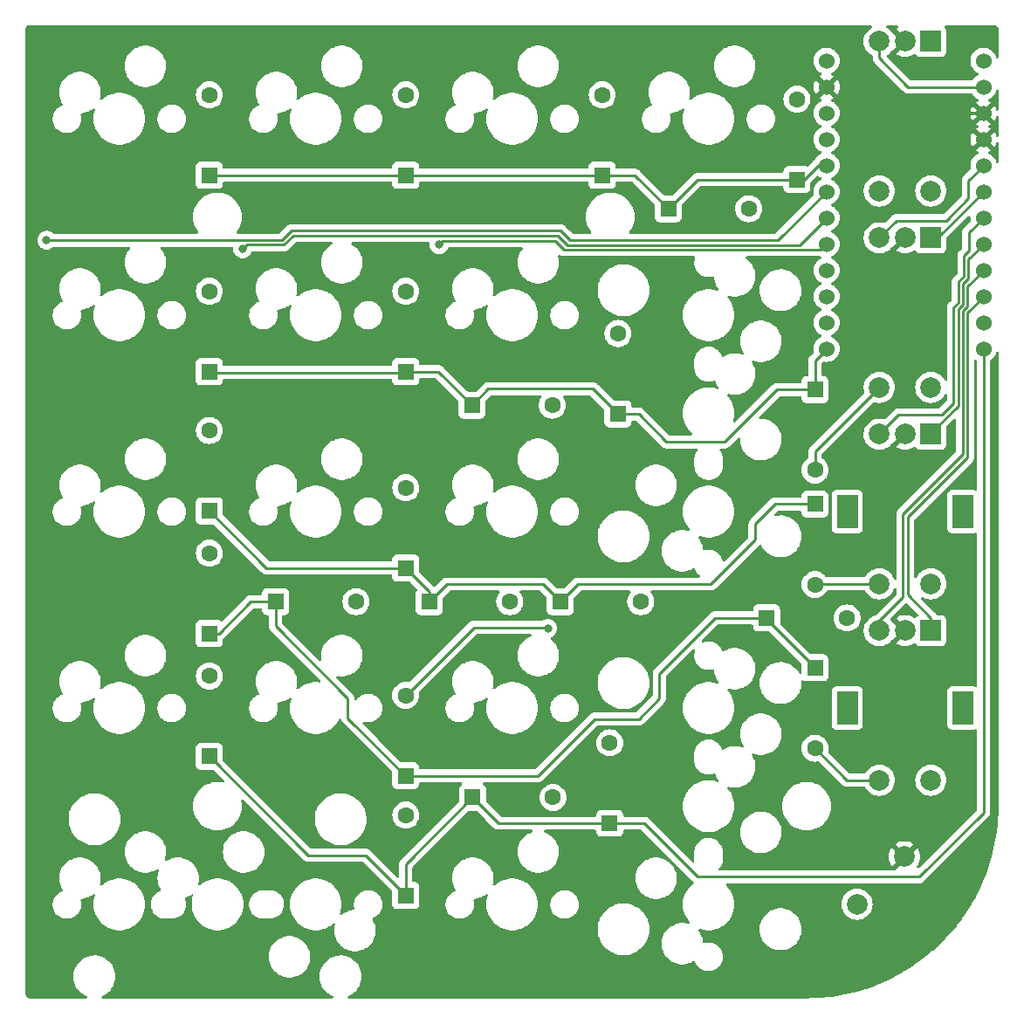
<source format=gtl>
%TF.GenerationSoftware,KiCad,Pcbnew,(5.99.0-12610-g07e01e6297)*%
%TF.CreationDate,2021-10-01T22:53:11+01:00*%
%TF.ProjectId,Envoy,456e766f-792e-46b6-9963-61645f706362,rev?*%
%TF.SameCoordinates,Original*%
%TF.FileFunction,Copper,L1,Top*%
%TF.FilePolarity,Positive*%
%FSLAX46Y46*%
G04 Gerber Fmt 4.6, Leading zero omitted, Abs format (unit mm)*
G04 Created by KiCad (PCBNEW (5.99.0-12610-g07e01e6297)) date 2021-10-01 22:53:11*
%MOMM*%
%LPD*%
G01*
G04 APERTURE LIST*
%TA.AperFunction,ComponentPad*%
%ADD10R,1.600000X1.600000*%
%TD*%
%TA.AperFunction,ComponentPad*%
%ADD11C,1.600000*%
%TD*%
%TA.AperFunction,WasherPad*%
%ADD12R,2.000000X3.200000*%
%TD*%
%TA.AperFunction,ComponentPad*%
%ADD13R,2.000000X2.000000*%
%TD*%
%TA.AperFunction,ComponentPad*%
%ADD14C,2.000000*%
%TD*%
%TA.AperFunction,ComponentPad*%
%ADD15C,1.524000*%
%TD*%
%TA.AperFunction,ViaPad*%
%ADD16C,0.800000*%
%TD*%
%TA.AperFunction,Conductor*%
%ADD17C,0.250000*%
%TD*%
%TA.AperFunction,Conductor*%
%ADD18C,0.380000*%
%TD*%
G04 APERTURE END LIST*
D10*
%TO.P,D1,1*%
%TO.N,row0*%
X118268750Y-60256250D03*
D11*
%TO.P,D1,2*%
%TO.N,Net-(D1-Pad2)*%
X118268750Y-52456250D03*
%TD*%
D10*
%TO.P,D2,1*%
%TO.N,row0*%
X137318750Y-60256250D03*
D11*
%TO.P,D2,2*%
%TO.N,Net-(D2-Pad2)*%
X137318750Y-52456250D03*
%TD*%
D10*
%TO.P,D3,1*%
%TO.N,row0*%
X156368750Y-60256250D03*
D11*
%TO.P,D3,2*%
%TO.N,Net-(D3-Pad2)*%
X156368750Y-52456250D03*
%TD*%
D10*
%TO.P,D4,1*%
%TO.N,row0*%
X162787500Y-63500000D03*
D11*
%TO.P,D4,2*%
%TO.N,Net-(D4-Pad2)*%
X170587500Y-63500000D03*
%TD*%
D10*
%TO.P,D5,1*%
%TO.N,row1*%
X118268750Y-79306250D03*
D11*
%TO.P,D5,2*%
%TO.N,Net-(D5-Pad2)*%
X118268750Y-71506250D03*
%TD*%
D10*
%TO.P,D6,1*%
%TO.N,row1*%
X137318750Y-79306250D03*
D11*
%TO.P,D6,2*%
%TO.N,Net-(D6-Pad2)*%
X137318750Y-71506250D03*
%TD*%
D10*
%TO.P,D7,1*%
%TO.N,row1*%
X143737500Y-82550000D03*
D11*
%TO.P,D7,2*%
%TO.N,Net-(D7-Pad2)*%
X151537500Y-82550000D03*
%TD*%
D10*
%TO.P,D8,1*%
%TO.N,row1*%
X157900000Y-83400000D03*
D11*
%TO.P,D8,2*%
%TO.N,Net-(D8-Pad2)*%
X157900000Y-75600000D03*
%TD*%
D10*
%TO.P,D9,1*%
%TO.N,row2*%
X118268750Y-92800000D03*
D11*
%TO.P,D9,2*%
%TO.N,Net-(D9-Pad2)*%
X118268750Y-85000000D03*
%TD*%
D10*
%TO.P,D10,1*%
%TO.N,row2*%
X137318750Y-98356250D03*
D11*
%TO.P,D10,2*%
%TO.N,Net-(D10-Pad2)*%
X137318750Y-90556250D03*
%TD*%
D10*
%TO.P,D11,1*%
%TO.N,row2*%
X139610000Y-101600000D03*
D11*
%TO.P,D11,2*%
%TO.N,Net-(D11-Pad2)*%
X147410000Y-101600000D03*
%TD*%
D10*
%TO.P,D12,1*%
%TO.N,row2*%
X152310000Y-101600000D03*
D11*
%TO.P,D12,2*%
%TO.N,Net-(D12-Pad2)*%
X160110000Y-101600000D03*
%TD*%
D10*
%TO.P,D15,1*%
%TO.N,row3*%
X137300000Y-118500000D03*
D11*
%TO.P,D15,2*%
%TO.N,Net-(D15-Pad2)*%
X137300000Y-110700000D03*
%TD*%
D10*
%TO.P,D17,1*%
%TO.N,row4*%
X118268750Y-116612500D03*
D11*
%TO.P,D17,2*%
%TO.N,Net-(D17-Pad2)*%
X118268750Y-108812500D03*
%TD*%
D10*
%TO.P,D18,1*%
%TO.N,row4*%
X137318750Y-130106250D03*
D11*
%TO.P,D18,2*%
%TO.N,Net-(D18-Pad2)*%
X137318750Y-122306250D03*
%TD*%
D10*
%TO.P,D22,1*%
%TO.N,row1*%
X177006250Y-81031250D03*
D11*
%TO.P,D22,2*%
%TO.N,Net-(D22-Pad2)*%
X177006250Y-88831250D03*
%TD*%
D12*
%TO.P,ENC3,*%
%TO.N,*%
X180137500Y-92868750D03*
X191337500Y-92868750D03*
D13*
%TO.P,ENC3,A*%
%TO.N,enc3A*%
X188237500Y-85368750D03*
D14*
%TO.P,ENC3,B*%
%TO.N,enc3B*%
X183237500Y-85368750D03*
%TO.P,ENC3,C*%
%TO.N,GND*%
X185737500Y-85368750D03*
%TO.P,ENC3,S1*%
%TO.N,Net-(D23-Pad2)*%
X183237500Y-99868750D03*
%TO.P,ENC3,S2*%
%TO.N,col4*%
X188237500Y-99868750D03*
%TD*%
D10*
%TO.P,D13,1*%
%TO.N,row3*%
X118268750Y-104706250D03*
D11*
%TO.P,D13,2*%
%TO.N,Net-(D13-Pad2)*%
X118268750Y-96906250D03*
%TD*%
D10*
%TO.P,D24,1*%
%TO.N,row3*%
X177006250Y-108018750D03*
D11*
%TO.P,D24,2*%
%TO.N,Net-(D24-Pad2)*%
X177006250Y-115818750D03*
%TD*%
D12*
%TO.P,ENC4,*%
%TO.N,*%
X191337500Y-111918750D03*
X180137500Y-111918750D03*
D13*
%TO.P,ENC4,A*%
%TO.N,enc4A*%
X188237500Y-104418750D03*
D14*
%TO.P,ENC4,B*%
%TO.N,enc4B*%
X183237500Y-104418750D03*
%TO.P,ENC4,C*%
%TO.N,GND*%
X185737500Y-104418750D03*
%TO.P,ENC4,S1*%
%TO.N,Net-(D24-Pad2)*%
X183237500Y-118918750D03*
%TO.P,ENC4,S2*%
%TO.N,col4*%
X188237500Y-118918750D03*
%TD*%
D10*
%TO.P,D21,1*%
%TO.N,row0*%
X175260000Y-60669000D03*
D11*
%TO.P,D21,2*%
%TO.N,Net-(D21-Pad2)*%
X175260000Y-52869000D03*
%TD*%
D10*
%TO.P,D23,1*%
%TO.N,row2*%
X177006250Y-92143750D03*
D11*
%TO.P,D23,2*%
%TO.N,Net-(D23-Pad2)*%
X177006250Y-99943750D03*
%TD*%
D14*
%TO.P,RESET1,1*%
%TO.N,GND*%
X185686097Y-126352903D03*
%TO.P,RESET1,2*%
%TO.N,reset*%
X181089903Y-130949097D03*
%TD*%
D10*
%TO.P,D14,1*%
%TO.N,row3*%
X124700000Y-101600000D03*
D11*
%TO.P,D14,2*%
%TO.N,Net-(D14-Pad2)*%
X132500000Y-101600000D03*
%TD*%
D15*
%TO.P,U1,1*%
%TO.N,enc1A*%
X193348900Y-49149000D03*
%TO.P,U1,2*%
%TO.N,enc1B*%
X193348900Y-51689000D03*
%TO.P,U1,3*%
%TO.N,GND*%
X193348900Y-54229000D03*
%TO.P,U1,4*%
X193348900Y-56769000D03*
%TO.P,U1,5*%
%TO.N,enc2B*%
X193348900Y-59309000D03*
%TO.P,U1,6*%
%TO.N,enc2A*%
X193348900Y-61849000D03*
%TO.P,U1,7*%
%TO.N,enc3B*%
X193348900Y-64389000D03*
%TO.P,U1,8*%
%TO.N,enc3A*%
X193348900Y-66929000D03*
%TO.P,U1,9*%
%TO.N,enc4B*%
X193348900Y-69469000D03*
%TO.P,U1,10*%
%TO.N,enc4A*%
X193348900Y-72009000D03*
%TO.P,U1,11*%
%TO.N,col4*%
X193348900Y-74549000D03*
%TO.P,U1,12*%
%TO.N,row4*%
X193348900Y-77089000D03*
%TO.P,U1,13*%
%TO.N,row1*%
X178128900Y-77089000D03*
%TO.P,U1,14*%
%TO.N,row2*%
X178128900Y-74549000D03*
%TO.P,U1,15*%
%TO.N,row3*%
X178128900Y-72009000D03*
%TO.P,U1,16*%
%TO.N,col3*%
X178128900Y-69469000D03*
%TO.P,U1,17*%
%TO.N,col2*%
X178128900Y-66929000D03*
%TO.P,U1,18*%
%TO.N,col1*%
X178128900Y-64389000D03*
%TO.P,U1,19*%
%TO.N,col0*%
X178128900Y-61849000D03*
%TO.P,U1,20*%
%TO.N,row0*%
X178128900Y-59309000D03*
%TO.P,U1,21*%
%TO.N,vcc*%
X178128900Y-56769000D03*
%TO.P,U1,22*%
%TO.N,reset*%
X178128900Y-54229000D03*
%TO.P,U1,23*%
%TO.N,GND*%
X178128900Y-51689000D03*
%TO.P,U1,24*%
%TO.N,Net-(U1-Pad24)*%
X178128900Y-49149000D03*
%TD*%
D13*
%TO.P,ENC1,A*%
%TO.N,enc1A*%
X188237500Y-47268750D03*
D14*
%TO.P,ENC1,B*%
%TO.N,enc1B*%
X183237500Y-47268750D03*
%TO.P,ENC1,C*%
%TO.N,GND*%
X185737500Y-47268750D03*
%TO.P,ENC1,S1*%
%TO.N,Net-(D21-Pad2)*%
X183237500Y-61768750D03*
%TO.P,ENC1,S2*%
%TO.N,col4*%
X188237500Y-61768750D03*
%TD*%
D10*
%TO.P,D20,1*%
%TO.N,row4*%
X157100000Y-123100000D03*
D11*
%TO.P,D20,2*%
%TO.N,Net-(D20-Pad2)*%
X157100000Y-115300000D03*
%TD*%
D10*
%TO.P,D19,1*%
%TO.N,row4*%
X143800000Y-120600000D03*
D11*
%TO.P,D19,2*%
%TO.N,Net-(D19-Pad2)*%
X151600000Y-120600000D03*
%TD*%
D10*
%TO.P,D16,1*%
%TO.N,row3*%
X172312500Y-103187500D03*
D11*
%TO.P,D16,2*%
%TO.N,Net-(D16-Pad2)*%
X180112500Y-103187500D03*
%TD*%
D13*
%TO.P,ENC2,A*%
%TO.N,enc2A*%
X188237500Y-66318750D03*
D14*
%TO.P,ENC2,B*%
%TO.N,enc2B*%
X183237500Y-66318750D03*
%TO.P,ENC2,C*%
%TO.N,GND*%
X185737500Y-66318750D03*
%TO.P,ENC2,S1*%
%TO.N,Net-(D22-Pad2)*%
X183237500Y-80818750D03*
%TO.P,ENC2,S2*%
%TO.N,col4*%
X188237500Y-80818750D03*
%TD*%
D16*
%TO.N,Net-(D15-Pad2)*%
X151100000Y-104200000D03*
%TO.N,col0*%
X102489038Y-66548000D03*
%TO.N,col1*%
X121500000Y-67400000D03*
%TO.N,col2*%
X140552500Y-67000000D03*
%TD*%
D17*
%TO.N,row1*%
X162606000Y-86106000D02*
X168275000Y-86106000D01*
X155462500Y-80962500D02*
X157900000Y-83400000D01*
X118268750Y-79375000D02*
X137250000Y-79375000D01*
X177006250Y-78211650D02*
X178128900Y-77089000D01*
X168275000Y-86106000D02*
X173349750Y-81031250D01*
X173349750Y-81031250D02*
X177006250Y-81031250D01*
X140493750Y-79306250D02*
X143737500Y-82550000D01*
X177006250Y-81031250D02*
X177006250Y-78211650D01*
X159900000Y-83400000D02*
X157900000Y-83400000D01*
X162606000Y-86106000D02*
X159900000Y-83400000D01*
X137318750Y-79306250D02*
X140493750Y-79306250D01*
X145325000Y-80962500D02*
X143737500Y-82550000D01*
X145325000Y-80962500D02*
X155462500Y-80962500D01*
%TO.N,row2*%
X171200000Y-94100000D02*
X173156250Y-92143750D01*
X173156250Y-92143750D02*
X177006250Y-92143750D01*
X154010000Y-99900000D02*
X166900000Y-99900000D01*
X150610000Y-99900000D02*
X141310000Y-99900000D01*
X118268750Y-92800000D02*
X123825000Y-98356250D01*
X139610000Y-100647500D02*
X137318750Y-98356250D01*
X123825000Y-98356250D02*
X137318750Y-98356250D01*
X152310000Y-101600000D02*
X150610000Y-99900000D01*
X152310000Y-101600000D02*
X154010000Y-99900000D01*
X166900000Y-99900000D02*
X171200000Y-95600000D01*
X171200000Y-95600000D02*
X171200000Y-94100000D01*
X139610000Y-101600000D02*
X139610000Y-100647500D01*
X141310000Y-99900000D02*
X139610000Y-101600000D01*
%TO.N,row3*%
X159900000Y-113000000D02*
X161900000Y-111000000D01*
X161900000Y-108600000D02*
X167312500Y-103187500D01*
X124700000Y-101600000D02*
X124700000Y-104000000D01*
X150100000Y-118500000D02*
X155600000Y-113000000D01*
X122300000Y-101600000D02*
X119193750Y-104706250D01*
X167312500Y-103187500D02*
X172312500Y-103187500D01*
X119193750Y-104706250D02*
X118268750Y-104706250D01*
X124700000Y-101600000D02*
X122300000Y-101600000D01*
X137300000Y-118500000D02*
X150100000Y-118500000D01*
X124700000Y-104000000D02*
X131700000Y-111000000D01*
X155600000Y-113000000D02*
X159900000Y-113000000D01*
X131700000Y-112900000D02*
X137300000Y-118500000D01*
X161900000Y-111000000D02*
X161900000Y-108600000D01*
X131700000Y-111000000D02*
X131700000Y-112900000D01*
X172312500Y-103325000D02*
X177006250Y-108018750D01*
%TO.N,row4*%
X160450000Y-123100000D02*
X165650000Y-128300000D01*
X137318750Y-130106250D02*
X137318750Y-127081250D01*
X127862500Y-126206250D02*
X133418750Y-126206250D01*
X193348900Y-122051100D02*
X193348900Y-77089000D01*
X187100000Y-128300000D02*
X193348900Y-122051100D01*
X146300000Y-123100000D02*
X160450000Y-123100000D01*
X165650000Y-128300000D02*
X187100000Y-128300000D01*
X137318750Y-127081250D02*
X143800000Y-120600000D01*
X143800000Y-120600000D02*
X146300000Y-123100000D01*
X133418750Y-126206250D02*
X137318750Y-130106250D01*
X118268750Y-116612500D02*
X127862500Y-126206250D01*
%TO.N,Net-(D15-Pad2)*%
X137300000Y-110700000D02*
X143900000Y-104100000D01*
X143900000Y-104100000D02*
X151000000Y-104100000D01*
X151000000Y-104100000D02*
X151100000Y-104200000D01*
%TO.N,row0*%
X118268750Y-60256250D02*
X137318750Y-60256250D01*
X175297000Y-60669000D02*
X175931000Y-60669000D01*
X165618500Y-60669000D02*
X175260000Y-60669000D01*
X137318750Y-60256250D02*
X156368750Y-60256250D01*
X162787500Y-63500000D02*
X165618500Y-60669000D01*
X162787500Y-63500000D02*
X162787500Y-63487500D01*
X162787500Y-63487500D02*
X159556250Y-60256250D01*
X159556250Y-60256250D02*
X156368750Y-60256250D01*
X177291000Y-59309000D02*
X178128900Y-59309000D01*
X175931000Y-60669000D02*
X177291000Y-59309000D01*
%TO.N,Net-(D22-Pad2)*%
X177006250Y-87050000D02*
X177006250Y-88831250D01*
X183237500Y-80818750D02*
X177006250Y-87050000D01*
%TO.N,Net-(D23-Pad2)*%
X183237500Y-99868750D02*
X177081250Y-99868750D01*
%TO.N,Net-(D24-Pad2)*%
X180106250Y-118918750D02*
X177006250Y-115818750D01*
X183237500Y-118918750D02*
X180106250Y-118918750D01*
D18*
%TO.N,GND*%
X178128900Y-51689000D02*
X180668900Y-54229000D01*
X180668900Y-54229000D02*
X193348900Y-54229000D01*
D17*
%TO.N,enc1B*%
X183237500Y-48871500D02*
X186055000Y-51689000D01*
X186055000Y-51689000D02*
X193348900Y-51689000D01*
X183237500Y-47268750D02*
X183237500Y-48871500D01*
%TO.N,col0*%
X173409172Y-66568728D02*
X153268728Y-66568728D01*
X152350490Y-65650490D02*
X126213806Y-65650490D01*
X178128900Y-61849000D02*
X173409172Y-66568728D01*
X153268728Y-66568728D02*
X152350490Y-65650490D01*
X126213806Y-65650490D02*
X125316296Y-66548000D01*
X125316296Y-66548000D02*
X102489038Y-66548000D01*
%TO.N,enc2B*%
X184913250Y-64643000D02*
X189738000Y-64643000D01*
X191900000Y-62481000D02*
X191900000Y-60757900D01*
X189738000Y-64643000D02*
X191900000Y-62481000D01*
X183237500Y-66318750D02*
X184913250Y-64643000D01*
X191900000Y-60757900D02*
X193348900Y-59309000D01*
%TO.N,enc2A*%
X188879150Y-66318750D02*
X193348900Y-61849000D01*
%TO.N,col1*%
X152983021Y-67018739D02*
X152064282Y-66100000D01*
X152064282Y-66100000D02*
X126400000Y-66100000D01*
X178128900Y-64389000D02*
X175499161Y-67018739D01*
X126400000Y-66100000D02*
X125500000Y-67000000D01*
X175499161Y-67018739D02*
X152983021Y-67018739D01*
X125500000Y-67000000D02*
X121900000Y-67000000D01*
X121900000Y-67000000D02*
X121500000Y-67400000D01*
%TO.N,enc3B*%
X183237500Y-85368750D02*
X185106250Y-83500000D01*
X191920670Y-67579330D02*
X191920670Y-65817230D01*
X191450000Y-70050000D02*
X191450000Y-68050000D01*
X190900000Y-72600000D02*
X190900000Y-70600000D01*
X189300000Y-83500000D02*
X190451467Y-82348533D01*
X190451470Y-73048530D02*
X190900000Y-72600000D01*
X191920670Y-65817230D02*
X193348900Y-64389000D01*
X190900000Y-70600000D02*
X191450000Y-70050000D01*
X190451467Y-82348533D02*
X190451470Y-73048530D01*
X191450000Y-68050000D02*
X191920670Y-67579330D01*
X185106250Y-83500000D02*
X189300000Y-83500000D01*
%TO.N,enc3A*%
X191349511Y-70786193D02*
X191899510Y-70236194D01*
X190900980Y-82599020D02*
X190900980Y-73234724D01*
X191899510Y-68378390D02*
X193348900Y-66929000D01*
X188237500Y-85262500D02*
X190900980Y-82599020D01*
X191899510Y-70236194D02*
X191899510Y-68378390D01*
X191349511Y-72786193D02*
X191349511Y-70786193D01*
X190900980Y-73234724D02*
X191349511Y-72786193D01*
%TO.N,col2*%
X140552500Y-66947500D02*
X140900000Y-66600000D01*
X151800000Y-66600000D02*
X152668750Y-67468750D01*
X140552500Y-67000000D02*
X140552500Y-66947500D01*
X140900000Y-66600000D02*
X151800000Y-66600000D01*
X177589150Y-67468750D02*
X178128900Y-66929000D01*
X152668750Y-67468750D02*
X177589150Y-67468750D01*
%TO.N,enc4B*%
X185549989Y-93086600D02*
X191350489Y-87286100D01*
X191350489Y-87286100D02*
X191350490Y-73420918D01*
X183237500Y-103462500D02*
X185549989Y-101150011D01*
X191800000Y-71017900D02*
X193348900Y-69469000D01*
X191350490Y-73420918D02*
X191800000Y-72971408D01*
X185549989Y-101150011D02*
X185549989Y-93086600D01*
X183237500Y-103662500D02*
X183237500Y-103462500D01*
X191800000Y-72971408D02*
X191800000Y-71017900D01*
%TO.N,enc4A*%
X188237500Y-103168750D02*
X186000000Y-100931250D01*
X191800000Y-73607112D02*
X193348900Y-72058212D01*
X186000000Y-93400000D02*
X191800000Y-87600000D01*
X188237500Y-104418750D02*
X188237500Y-103168750D01*
X191800000Y-87600000D02*
X191800000Y-73607112D01*
X193348900Y-72058212D02*
X193348900Y-72009000D01*
X186000000Y-100931250D02*
X186000000Y-93400000D01*
%TD*%
%TA.AperFunction,Conductor*%
%TO.N,GND*%
G36*
X182499098Y-45740002D02*
G01*
X182545591Y-45793658D01*
X182555695Y-45863932D01*
X182526201Y-45928512D01*
X182496813Y-45953432D01*
X182348084Y-46044574D01*
X182167531Y-46198781D01*
X182013324Y-46379334D01*
X182010745Y-46383542D01*
X182010741Y-46383548D01*
X181891846Y-46577567D01*
X181889260Y-46581787D01*
X181798395Y-46801156D01*
X181742965Y-47032039D01*
X181724335Y-47268750D01*
X181742965Y-47505461D01*
X181798395Y-47736344D01*
X181800288Y-47740915D01*
X181800289Y-47740917D01*
X181887126Y-47950560D01*
X181889260Y-47955713D01*
X181891846Y-47959933D01*
X182010741Y-48153952D01*
X182010745Y-48153958D01*
X182013324Y-48158166D01*
X182167531Y-48338719D01*
X182348084Y-48492926D01*
X182352292Y-48495505D01*
X182352298Y-48495509D01*
X182543835Y-48612883D01*
X182591466Y-48665531D01*
X182604000Y-48720316D01*
X182604000Y-48792733D01*
X182603473Y-48803916D01*
X182601798Y-48811409D01*
X182602047Y-48819335D01*
X182602047Y-48819336D01*
X182603938Y-48879486D01*
X182604000Y-48883445D01*
X182604000Y-48911356D01*
X182604497Y-48915290D01*
X182604497Y-48915291D01*
X182604505Y-48915356D01*
X182605438Y-48927193D01*
X182606827Y-48971389D01*
X182612478Y-48990839D01*
X182616487Y-49010200D01*
X182619026Y-49030297D01*
X182621945Y-49037668D01*
X182621945Y-49037670D01*
X182635304Y-49071412D01*
X182639149Y-49082642D01*
X182651482Y-49125093D01*
X182655515Y-49131912D01*
X182655517Y-49131917D01*
X182661793Y-49142528D01*
X182670488Y-49160276D01*
X182677948Y-49179117D01*
X182682610Y-49185533D01*
X182682610Y-49185534D01*
X182703936Y-49214887D01*
X182710452Y-49224807D01*
X182732958Y-49262862D01*
X182747279Y-49277183D01*
X182760119Y-49292216D01*
X182772028Y-49308607D01*
X182778134Y-49313658D01*
X182806105Y-49336798D01*
X182814884Y-49344788D01*
X185551343Y-52081247D01*
X185558887Y-52089537D01*
X185563000Y-52096018D01*
X185568777Y-52101443D01*
X185612667Y-52142658D01*
X185615509Y-52145413D01*
X185635231Y-52165135D01*
X185638373Y-52167572D01*
X185638433Y-52167619D01*
X185647445Y-52175317D01*
X185673036Y-52199347D01*
X185679679Y-52205586D01*
X185691252Y-52211948D01*
X185697431Y-52215345D01*
X185713953Y-52226198D01*
X185729959Y-52238614D01*
X185737237Y-52241764D01*
X185737238Y-52241764D01*
X185770537Y-52256174D01*
X185781187Y-52261391D01*
X185819940Y-52282695D01*
X185827615Y-52284666D01*
X185827616Y-52284666D01*
X185839562Y-52287733D01*
X185858267Y-52294137D01*
X185876855Y-52302181D01*
X185884678Y-52303420D01*
X185884688Y-52303423D01*
X185920524Y-52309099D01*
X185932144Y-52311505D01*
X185967289Y-52320528D01*
X185974970Y-52322500D01*
X185995224Y-52322500D01*
X186014934Y-52324051D01*
X186034943Y-52327220D01*
X186042835Y-52326474D01*
X186078961Y-52323059D01*
X186090819Y-52322500D01*
X192175896Y-52322500D01*
X192244017Y-52342502D01*
X192279109Y-52376229D01*
X192367131Y-52501937D01*
X192371923Y-52508781D01*
X192529119Y-52665977D01*
X192533627Y-52669134D01*
X192533630Y-52669136D01*
X192562930Y-52689652D01*
X192711223Y-52793488D01*
X192716205Y-52795811D01*
X192716210Y-52795814D01*
X192821865Y-52845081D01*
X192875150Y-52891998D01*
X192894611Y-52960275D01*
X192874069Y-53028235D01*
X192821865Y-53073471D01*
X192716459Y-53122623D01*
X192706968Y-53128103D01*
X192663135Y-53158794D01*
X192654760Y-53169271D01*
X192661828Y-53182718D01*
X193336088Y-53856978D01*
X193350032Y-53864592D01*
X193351865Y-53864461D01*
X193358480Y-53860210D01*
X194036693Y-53181997D01*
X194043123Y-53170223D01*
X194033826Y-53158207D01*
X193990831Y-53128102D01*
X193981345Y-53122624D01*
X193875935Y-53073471D01*
X193822650Y-53026554D01*
X193803189Y-52958277D01*
X193823731Y-52890317D01*
X193875935Y-52845081D01*
X193981590Y-52795814D01*
X193981595Y-52795811D01*
X193986577Y-52793488D01*
X194134870Y-52689652D01*
X194164170Y-52669136D01*
X194164173Y-52669134D01*
X194168681Y-52665977D01*
X194325877Y-52508781D01*
X194330670Y-52501937D01*
X194450231Y-52331185D01*
X194450232Y-52331183D01*
X194453388Y-52326676D01*
X194455711Y-52321694D01*
X194455714Y-52321689D01*
X194545017Y-52130178D01*
X194545018Y-52130177D01*
X194547340Y-52125196D01*
X194570293Y-52039535D01*
X194607245Y-51978912D01*
X194671106Y-51947891D01*
X194741600Y-51956319D01*
X194796347Y-52001522D01*
X194818000Y-52072146D01*
X194818000Y-53847787D01*
X194797998Y-53915908D01*
X194744342Y-53962401D01*
X194674068Y-53972505D01*
X194609488Y-53943011D01*
X194570293Y-53880398D01*
X194548291Y-53798285D01*
X194544545Y-53787993D01*
X194455277Y-53596559D01*
X194449797Y-53587068D01*
X194419106Y-53543235D01*
X194408629Y-53534860D01*
X194395182Y-53541928D01*
X193720922Y-54216188D01*
X193713308Y-54230132D01*
X193713439Y-54231965D01*
X193717690Y-54238580D01*
X194395903Y-54916793D01*
X194407677Y-54923223D01*
X194419693Y-54913926D01*
X194449797Y-54870932D01*
X194455277Y-54861441D01*
X194544545Y-54670007D01*
X194548291Y-54659715D01*
X194570293Y-54577602D01*
X194607245Y-54516979D01*
X194671106Y-54485958D01*
X194741600Y-54494386D01*
X194796347Y-54539589D01*
X194818000Y-54610213D01*
X194818000Y-56387787D01*
X194797998Y-56455908D01*
X194744342Y-56502401D01*
X194674068Y-56512505D01*
X194609488Y-56483011D01*
X194570293Y-56420398D01*
X194548291Y-56338285D01*
X194544545Y-56327993D01*
X194455277Y-56136559D01*
X194449797Y-56127068D01*
X194419106Y-56083235D01*
X194408629Y-56074860D01*
X194395182Y-56081928D01*
X193720922Y-56756188D01*
X193713308Y-56770132D01*
X193713439Y-56771965D01*
X193717690Y-56778580D01*
X194395903Y-57456793D01*
X194407677Y-57463223D01*
X194419693Y-57453926D01*
X194449797Y-57410932D01*
X194455277Y-57401441D01*
X194544545Y-57210007D01*
X194548291Y-57199715D01*
X194570293Y-57117602D01*
X194607245Y-57056979D01*
X194671106Y-57025958D01*
X194741600Y-57034386D01*
X194796347Y-57079589D01*
X194818000Y-57150213D01*
X194818000Y-58925854D01*
X194797998Y-58993975D01*
X194744342Y-59040468D01*
X194674068Y-59050572D01*
X194609488Y-59021078D01*
X194570293Y-58958465D01*
X194548763Y-58878114D01*
X194548762Y-58878112D01*
X194547340Y-58872804D01*
X194536537Y-58849637D01*
X194455714Y-58676311D01*
X194455711Y-58676306D01*
X194453388Y-58671324D01*
X194325877Y-58489219D01*
X194168681Y-58332023D01*
X194164173Y-58328866D01*
X194164170Y-58328864D01*
X194088405Y-58275813D01*
X193986577Y-58204512D01*
X193981595Y-58202189D01*
X193981590Y-58202186D01*
X193875935Y-58152919D01*
X193822650Y-58106002D01*
X193803189Y-58037725D01*
X193823731Y-57969765D01*
X193875935Y-57924529D01*
X193981345Y-57875376D01*
X193990831Y-57869898D01*
X194034664Y-57839207D01*
X194043039Y-57828729D01*
X194035971Y-57815281D01*
X193361712Y-57141022D01*
X193347768Y-57133408D01*
X193345935Y-57133539D01*
X193339320Y-57137790D01*
X192661107Y-57816003D01*
X192654677Y-57827777D01*
X192663974Y-57839793D01*
X192706969Y-57869898D01*
X192716455Y-57875376D01*
X192821865Y-57924529D01*
X192875150Y-57971446D01*
X192894611Y-58039723D01*
X192874069Y-58107683D01*
X192821865Y-58152919D01*
X192716211Y-58202186D01*
X192716206Y-58202189D01*
X192711224Y-58204512D01*
X192706717Y-58207668D01*
X192706715Y-58207669D01*
X192533630Y-58328864D01*
X192533627Y-58328866D01*
X192529119Y-58332023D01*
X192371923Y-58489219D01*
X192244412Y-58671324D01*
X192242089Y-58676306D01*
X192242086Y-58676311D01*
X192161263Y-58849637D01*
X192150460Y-58872804D01*
X192092922Y-59087537D01*
X192073547Y-59309000D01*
X192092922Y-59530463D01*
X192094346Y-59535776D01*
X192094347Y-59535783D01*
X192103385Y-59569514D01*
X192101696Y-59640490D01*
X192070774Y-59691221D01*
X191507747Y-60254248D01*
X191499461Y-60261788D01*
X191492982Y-60265900D01*
X191487557Y-60271677D01*
X191446357Y-60315551D01*
X191443602Y-60318393D01*
X191423865Y-60338130D01*
X191421385Y-60341327D01*
X191413682Y-60350347D01*
X191383414Y-60382579D01*
X191379595Y-60389525D01*
X191379593Y-60389528D01*
X191373652Y-60400334D01*
X191362801Y-60416853D01*
X191350386Y-60432859D01*
X191347241Y-60440128D01*
X191347238Y-60440132D01*
X191332826Y-60473437D01*
X191327609Y-60484087D01*
X191306305Y-60522840D01*
X191304334Y-60530515D01*
X191304334Y-60530516D01*
X191301267Y-60542462D01*
X191294863Y-60561166D01*
X191293214Y-60564978D01*
X191286819Y-60579755D01*
X191285580Y-60587578D01*
X191285577Y-60587588D01*
X191279901Y-60623424D01*
X191277495Y-60635044D01*
X191271390Y-60658825D01*
X191266500Y-60677870D01*
X191266500Y-60698124D01*
X191264949Y-60717834D01*
X191261780Y-60737843D01*
X191262526Y-60745735D01*
X191265941Y-60781861D01*
X191266500Y-60793719D01*
X191266500Y-62166406D01*
X191246498Y-62234527D01*
X191229595Y-62255501D01*
X189512500Y-63972595D01*
X189450188Y-64006621D01*
X189423405Y-64009500D01*
X184992013Y-64009500D01*
X184980829Y-64008973D01*
X184973341Y-64007299D01*
X184965418Y-64007548D01*
X184905283Y-64009438D01*
X184901325Y-64009500D01*
X184873394Y-64009500D01*
X184869479Y-64009995D01*
X184869475Y-64009995D01*
X184869417Y-64010003D01*
X184869388Y-64010006D01*
X184857546Y-64010939D01*
X184813360Y-64012327D01*
X184795994Y-64017372D01*
X184793908Y-64017978D01*
X184774556Y-64021986D01*
X184762318Y-64023532D01*
X184762316Y-64023533D01*
X184754453Y-64024526D01*
X184713336Y-64040806D01*
X184702135Y-64044641D01*
X184659656Y-64056982D01*
X184652837Y-64061015D01*
X184652832Y-64061017D01*
X184642221Y-64067293D01*
X184624471Y-64075990D01*
X184605633Y-64083448D01*
X184599217Y-64088109D01*
X184599216Y-64088110D01*
X184569875Y-64109428D01*
X184559951Y-64115947D01*
X184528710Y-64134422D01*
X184528705Y-64134426D01*
X184521887Y-64138458D01*
X184507563Y-64152782D01*
X184492531Y-64165621D01*
X184476143Y-64177528D01*
X184461139Y-64195665D01*
X184447962Y-64211593D01*
X184439972Y-64220373D01*
X183815959Y-64844386D01*
X183753647Y-64878412D01*
X183697451Y-64877810D01*
X183644604Y-64865123D01*
X183479024Y-64825370D01*
X183479018Y-64825369D01*
X183474211Y-64824215D01*
X183237500Y-64805585D01*
X183000789Y-64824215D01*
X182995982Y-64825369D01*
X182995976Y-64825370D01*
X182850109Y-64860390D01*
X182769906Y-64879645D01*
X182765335Y-64881538D01*
X182765333Y-64881539D01*
X182555111Y-64968615D01*
X182555107Y-64968617D01*
X182550537Y-64970510D01*
X182546317Y-64973096D01*
X182352298Y-65091991D01*
X182352292Y-65091995D01*
X182348084Y-65094574D01*
X182167531Y-65248781D01*
X182013324Y-65429334D01*
X182010745Y-65433542D01*
X182010741Y-65433548D01*
X181914842Y-65590041D01*
X181889260Y-65631787D01*
X181887367Y-65636357D01*
X181887365Y-65636361D01*
X181800289Y-65846583D01*
X181798395Y-65851156D01*
X181783013Y-65915226D01*
X181750985Y-66048635D01*
X181742965Y-66082039D01*
X181724335Y-66318750D01*
X181742965Y-66555461D01*
X181744119Y-66560268D01*
X181744120Y-66560274D01*
X181757013Y-66613975D01*
X181798395Y-66786344D01*
X181800288Y-66790915D01*
X181800289Y-66790917D01*
X181886894Y-67000000D01*
X181889260Y-67005713D01*
X181891846Y-67009933D01*
X182010741Y-67203952D01*
X182010745Y-67203958D01*
X182013324Y-67208166D01*
X182167531Y-67388719D01*
X182348084Y-67542926D01*
X182352292Y-67545505D01*
X182352298Y-67545509D01*
X182510490Y-67642449D01*
X182550537Y-67666990D01*
X182555107Y-67668883D01*
X182555111Y-67668885D01*
X182765333Y-67755961D01*
X182769906Y-67757855D01*
X182826975Y-67771556D01*
X182995976Y-67812130D01*
X182995982Y-67812131D01*
X183000789Y-67813285D01*
X183237500Y-67831915D01*
X183474211Y-67813285D01*
X183479018Y-67812131D01*
X183479024Y-67812130D01*
X183648025Y-67771556D01*
X183705094Y-67757855D01*
X183709667Y-67755961D01*
X183919889Y-67668885D01*
X183919893Y-67668883D01*
X183924463Y-67666990D01*
X183964510Y-67642449D01*
X184122702Y-67545509D01*
X184122708Y-67545505D01*
X184126916Y-67542926D01*
X184307469Y-67388719D01*
X184439338Y-67234321D01*
X184446253Y-67226224D01*
X184492186Y-67192348D01*
X184514168Y-67182872D01*
X185648405Y-66048635D01*
X185710717Y-66014609D01*
X185781532Y-66019674D01*
X185826595Y-66048635D01*
X186007615Y-66229655D01*
X186041641Y-66291967D01*
X186036576Y-66362782D01*
X186007615Y-66407845D01*
X184876420Y-67539040D01*
X184869660Y-67551420D01*
X184875387Y-67559070D01*
X185046542Y-67663955D01*
X185055337Y-67668437D01*
X185265488Y-67755484D01*
X185274873Y-67758533D01*
X185496054Y-67811635D01*
X185505801Y-67813178D01*
X185732570Y-67831025D01*
X185742430Y-67831025D01*
X185969199Y-67813178D01*
X185978946Y-67811635D01*
X186200127Y-67758533D01*
X186209512Y-67755484D01*
X186419663Y-67668437D01*
X186428458Y-67663955D01*
X186626621Y-67542520D01*
X186627896Y-67544601D01*
X186685239Y-67524030D01*
X186754418Y-67539992D01*
X186793474Y-67574247D01*
X186864413Y-67668900D01*
X186874239Y-67682011D01*
X186990795Y-67769365D01*
X187127184Y-67820495D01*
X187189366Y-67827250D01*
X189285634Y-67827250D01*
X189347816Y-67820495D01*
X189484205Y-67769365D01*
X189600761Y-67682011D01*
X189688115Y-67565455D01*
X189739245Y-67429066D01*
X189746000Y-67366884D01*
X189746000Y-66399994D01*
X189766002Y-66331873D01*
X189782905Y-66310899D01*
X191864113Y-64229692D01*
X191926425Y-64195666D01*
X191997241Y-64200731D01*
X192054076Y-64243278D01*
X192078887Y-64309798D01*
X192078729Y-64329767D01*
X192073547Y-64389000D01*
X192092922Y-64610463D01*
X192094346Y-64615776D01*
X192094347Y-64615783D01*
X192103385Y-64649514D01*
X192101696Y-64720490D01*
X192070774Y-64771221D01*
X191528417Y-65313578D01*
X191520131Y-65321118D01*
X191513652Y-65325230D01*
X191508227Y-65331007D01*
X191467027Y-65374881D01*
X191464272Y-65377723D01*
X191444535Y-65397460D01*
X191442055Y-65400657D01*
X191434352Y-65409677D01*
X191404084Y-65441909D01*
X191400265Y-65448855D01*
X191400263Y-65448858D01*
X191394322Y-65459664D01*
X191383471Y-65476183D01*
X191371056Y-65492189D01*
X191367911Y-65499458D01*
X191367908Y-65499462D01*
X191353496Y-65532767D01*
X191348279Y-65543417D01*
X191326975Y-65582170D01*
X191325004Y-65589845D01*
X191325004Y-65589846D01*
X191321937Y-65601792D01*
X191315533Y-65620496D01*
X191307489Y-65639085D01*
X191306250Y-65646908D01*
X191306247Y-65646918D01*
X191300571Y-65682754D01*
X191298165Y-65694374D01*
X191289974Y-65726278D01*
X191287170Y-65737200D01*
X191287170Y-65757454D01*
X191285619Y-65777164D01*
X191282450Y-65797173D01*
X191283196Y-65805065D01*
X191286611Y-65841191D01*
X191287170Y-65853049D01*
X191287170Y-67264735D01*
X191267168Y-67332856D01*
X191250266Y-67353830D01*
X191151720Y-67452375D01*
X191057742Y-67546353D01*
X191049463Y-67553887D01*
X191042982Y-67558000D01*
X191005090Y-67598351D01*
X190996357Y-67607651D01*
X190993602Y-67610493D01*
X190973865Y-67630230D01*
X190971385Y-67633427D01*
X190963682Y-67642447D01*
X190933414Y-67674679D01*
X190929595Y-67681625D01*
X190929593Y-67681628D01*
X190923652Y-67692434D01*
X190912801Y-67708953D01*
X190900386Y-67724959D01*
X190897241Y-67732228D01*
X190897238Y-67732232D01*
X190882826Y-67765537D01*
X190877609Y-67776187D01*
X190856305Y-67814940D01*
X190854334Y-67822615D01*
X190854334Y-67822616D01*
X190851267Y-67834562D01*
X190844863Y-67853266D01*
X190836819Y-67871855D01*
X190835580Y-67879678D01*
X190835577Y-67879688D01*
X190829901Y-67915524D01*
X190827495Y-67927144D01*
X190818973Y-67960336D01*
X190816500Y-67969970D01*
X190816500Y-67990224D01*
X190814949Y-68009934D01*
X190811780Y-68029943D01*
X190812526Y-68037835D01*
X190815941Y-68073961D01*
X190816500Y-68085819D01*
X190816500Y-69735405D01*
X190796498Y-69803526D01*
X190779595Y-69824500D01*
X190507747Y-70096348D01*
X190499461Y-70103888D01*
X190492982Y-70108000D01*
X190487557Y-70113777D01*
X190446357Y-70157651D01*
X190443602Y-70160493D01*
X190423865Y-70180230D01*
X190421385Y-70183427D01*
X190413682Y-70192447D01*
X190383414Y-70224679D01*
X190379595Y-70231625D01*
X190379593Y-70231628D01*
X190373652Y-70242434D01*
X190362801Y-70258953D01*
X190350386Y-70274959D01*
X190347241Y-70282228D01*
X190347238Y-70282232D01*
X190332826Y-70315537D01*
X190327609Y-70326187D01*
X190306305Y-70364940D01*
X190304334Y-70372615D01*
X190304334Y-70372616D01*
X190301267Y-70384562D01*
X190294863Y-70403266D01*
X190286819Y-70421855D01*
X190285580Y-70429678D01*
X190285577Y-70429688D01*
X190279901Y-70465524D01*
X190277495Y-70477144D01*
X190272425Y-70496893D01*
X190266500Y-70519970D01*
X190266500Y-70540224D01*
X190264949Y-70559934D01*
X190261780Y-70579943D01*
X190262526Y-70587835D01*
X190265941Y-70623961D01*
X190266500Y-70635819D01*
X190266500Y-72285405D01*
X190246498Y-72353526D01*
X190229595Y-72374500D01*
X190059217Y-72544878D01*
X190050931Y-72552418D01*
X190044452Y-72556530D01*
X190039027Y-72562307D01*
X189997827Y-72606181D01*
X189995072Y-72609023D01*
X189975335Y-72628760D01*
X189972855Y-72631957D01*
X189965152Y-72640977D01*
X189934884Y-72673209D01*
X189931065Y-72680155D01*
X189931063Y-72680158D01*
X189925122Y-72690964D01*
X189914271Y-72707483D01*
X189901856Y-72723489D01*
X189898711Y-72730758D01*
X189898708Y-72730762D01*
X189884296Y-72764067D01*
X189879079Y-72774717D01*
X189857775Y-72813470D01*
X189855804Y-72821145D01*
X189855804Y-72821146D01*
X189852737Y-72833092D01*
X189846333Y-72851796D01*
X189838289Y-72870385D01*
X189837050Y-72878208D01*
X189837047Y-72878218D01*
X189831371Y-72914054D01*
X189828965Y-72925674D01*
X189821325Y-72955433D01*
X189817970Y-72968500D01*
X189817970Y-72988754D01*
X189816419Y-73008465D01*
X189813250Y-73028473D01*
X189813996Y-73036365D01*
X189817411Y-73072491D01*
X189817970Y-73084349D01*
X189817969Y-78315686D01*
X189817968Y-80063985D01*
X189797966Y-80132106D01*
X189744310Y-80178599D01*
X189674036Y-80188702D01*
X189609456Y-80159209D01*
X189584536Y-80129820D01*
X189464265Y-79933557D01*
X189464258Y-79933547D01*
X189461676Y-79929334D01*
X189307469Y-79748781D01*
X189126916Y-79594574D01*
X189122708Y-79591995D01*
X189122702Y-79591991D01*
X188928683Y-79473096D01*
X188924463Y-79470510D01*
X188919893Y-79468617D01*
X188919889Y-79468615D01*
X188709667Y-79381539D01*
X188709665Y-79381538D01*
X188705094Y-79379645D01*
X188623083Y-79359956D01*
X188479024Y-79325370D01*
X188479018Y-79325369D01*
X188474211Y-79324215D01*
X188237500Y-79305585D01*
X188000789Y-79324215D01*
X187995982Y-79325369D01*
X187995976Y-79325370D01*
X187851917Y-79359956D01*
X187769906Y-79379645D01*
X187765335Y-79381538D01*
X187765333Y-79381539D01*
X187555111Y-79468615D01*
X187555107Y-79468617D01*
X187550537Y-79470510D01*
X187546317Y-79473096D01*
X187352298Y-79591991D01*
X187352292Y-79591995D01*
X187348084Y-79594574D01*
X187167531Y-79748781D01*
X187013324Y-79929334D01*
X187010745Y-79933542D01*
X187010741Y-79933548D01*
X186957833Y-80019886D01*
X186889260Y-80131787D01*
X186887367Y-80136357D01*
X186887365Y-80136361D01*
X186800289Y-80346583D01*
X186798395Y-80351156D01*
X186786864Y-80399188D01*
X186746869Y-80565778D01*
X186742965Y-80582039D01*
X186724335Y-80818750D01*
X186742965Y-81055461D01*
X186744119Y-81060268D01*
X186744120Y-81060274D01*
X186768652Y-81162457D01*
X186798395Y-81286344D01*
X186800288Y-81290915D01*
X186800289Y-81290917D01*
X186885751Y-81497241D01*
X186889260Y-81505713D01*
X186891846Y-81509933D01*
X187010741Y-81703952D01*
X187010745Y-81703958D01*
X187013324Y-81708166D01*
X187167531Y-81888719D01*
X187348084Y-82042926D01*
X187352292Y-82045505D01*
X187352298Y-82045509D01*
X187546317Y-82164404D01*
X187550537Y-82166990D01*
X187555107Y-82168883D01*
X187555111Y-82168885D01*
X187718927Y-82236739D01*
X187769906Y-82257855D01*
X187847481Y-82276479D01*
X187995976Y-82312130D01*
X187995982Y-82312131D01*
X188000789Y-82313285D01*
X188237500Y-82331915D01*
X188474211Y-82313285D01*
X188479018Y-82312131D01*
X188479024Y-82312130D01*
X188627519Y-82276479D01*
X188705094Y-82257855D01*
X188756073Y-82236739D01*
X188919889Y-82168885D01*
X188919893Y-82168883D01*
X188924463Y-82166990D01*
X188928683Y-82164404D01*
X189122702Y-82045509D01*
X189122708Y-82045505D01*
X189126916Y-82042926D01*
X189307469Y-81888719D01*
X189461676Y-81708166D01*
X189464255Y-81703958D01*
X189464259Y-81703952D01*
X189584534Y-81507681D01*
X189637182Y-81460050D01*
X189707224Y-81448443D01*
X189772421Y-81476546D01*
X189812075Y-81535437D01*
X189817967Y-81573516D01*
X189817967Y-82033938D01*
X189797965Y-82102059D01*
X189781062Y-82123033D01*
X189074500Y-82829595D01*
X189012188Y-82863621D01*
X188985405Y-82866500D01*
X185185018Y-82866500D01*
X185173835Y-82865973D01*
X185166342Y-82864298D01*
X185158416Y-82864547D01*
X185158415Y-82864547D01*
X185098252Y-82866438D01*
X185094294Y-82866500D01*
X185066394Y-82866500D01*
X185062404Y-82867004D01*
X185050570Y-82867936D01*
X185006361Y-82869326D01*
X184998745Y-82871539D01*
X184998743Y-82871539D01*
X184986902Y-82874979D01*
X184967543Y-82878988D01*
X184966233Y-82879154D01*
X184947453Y-82881526D01*
X184940087Y-82884442D01*
X184940081Y-82884444D01*
X184906348Y-82897800D01*
X184895118Y-82901645D01*
X184860267Y-82911770D01*
X184852657Y-82913981D01*
X184845834Y-82918016D01*
X184835216Y-82924295D01*
X184817463Y-82932992D01*
X184809818Y-82936019D01*
X184798633Y-82940448D01*
X184792218Y-82945109D01*
X184762862Y-82966437D01*
X184752945Y-82972951D01*
X184714888Y-82995458D01*
X184700567Y-83009779D01*
X184685534Y-83022619D01*
X184669143Y-83034528D01*
X184664092Y-83040634D01*
X184640952Y-83068605D01*
X184632962Y-83077384D01*
X183815960Y-83894386D01*
X183753648Y-83928412D01*
X183697451Y-83927810D01*
X183479024Y-83875370D01*
X183479018Y-83875369D01*
X183474211Y-83874215D01*
X183237500Y-83855585D01*
X183000789Y-83874215D01*
X182995982Y-83875369D01*
X182995976Y-83875370D01*
X182861747Y-83907596D01*
X182769906Y-83929645D01*
X182765335Y-83931538D01*
X182765333Y-83931539D01*
X182555111Y-84018615D01*
X182555107Y-84018617D01*
X182550537Y-84020510D01*
X182546317Y-84023096D01*
X182352298Y-84141991D01*
X182352292Y-84141995D01*
X182348084Y-84144574D01*
X182167531Y-84298781D01*
X182013324Y-84479334D01*
X182010745Y-84483542D01*
X182010741Y-84483548D01*
X181911663Y-84645229D01*
X181889260Y-84681787D01*
X181887367Y-84686357D01*
X181887365Y-84686361D01*
X181800289Y-84896583D01*
X181798395Y-84901156D01*
X181797240Y-84905968D01*
X181750985Y-85098635D01*
X181742965Y-85132039D01*
X181724335Y-85368750D01*
X181742965Y-85605461D01*
X181798395Y-85836344D01*
X181800288Y-85840915D01*
X181800289Y-85840917D01*
X181870059Y-86009357D01*
X181889260Y-86055713D01*
X181891846Y-86059933D01*
X182010741Y-86253952D01*
X182010745Y-86253958D01*
X182013324Y-86258166D01*
X182167531Y-86438719D01*
X182348084Y-86592926D01*
X182352292Y-86595505D01*
X182352298Y-86595509D01*
X182537422Y-86708953D01*
X182550537Y-86716990D01*
X182555107Y-86718883D01*
X182555111Y-86718885D01*
X182765333Y-86805961D01*
X182769906Y-86807855D01*
X182830978Y-86822517D01*
X182995976Y-86862130D01*
X182995982Y-86862131D01*
X183000789Y-86863285D01*
X183237500Y-86881915D01*
X183474211Y-86863285D01*
X183479018Y-86862131D01*
X183479024Y-86862130D01*
X183644022Y-86822517D01*
X183705094Y-86807855D01*
X183709667Y-86805961D01*
X183919889Y-86718885D01*
X183919893Y-86718883D01*
X183924463Y-86716990D01*
X183937578Y-86708953D01*
X184122702Y-86595509D01*
X184122708Y-86595505D01*
X184126916Y-86592926D01*
X184307469Y-86438719D01*
X184446253Y-86276224D01*
X184492186Y-86242348D01*
X184514168Y-86232872D01*
X185648405Y-85098635D01*
X185710717Y-85064609D01*
X185781532Y-85069674D01*
X185826595Y-85098635D01*
X186007615Y-85279655D01*
X186041641Y-85341967D01*
X186036576Y-85412782D01*
X186007615Y-85457845D01*
X184876420Y-86589040D01*
X184869660Y-86601420D01*
X184875387Y-86609070D01*
X185046542Y-86713955D01*
X185055337Y-86718437D01*
X185265488Y-86805484D01*
X185274873Y-86808533D01*
X185496054Y-86861635D01*
X185505801Y-86863178D01*
X185732570Y-86881025D01*
X185742430Y-86881025D01*
X185969199Y-86863178D01*
X185978946Y-86861635D01*
X186200127Y-86808533D01*
X186209512Y-86805484D01*
X186419663Y-86718437D01*
X186428458Y-86713955D01*
X186626621Y-86592520D01*
X186627896Y-86594601D01*
X186685239Y-86574030D01*
X186754418Y-86589992D01*
X186793474Y-86624247D01*
X186864623Y-86719181D01*
X186874239Y-86732011D01*
X186990795Y-86819365D01*
X187127184Y-86870495D01*
X187189366Y-86877250D01*
X189285634Y-86877250D01*
X189347816Y-86870495D01*
X189484205Y-86819365D01*
X189600761Y-86732011D01*
X189688115Y-86615455D01*
X189739245Y-86479066D01*
X189746000Y-86416884D01*
X189746000Y-84702094D01*
X189766002Y-84633973D01*
X189782905Y-84612999D01*
X190501894Y-83894010D01*
X190564206Y-83859984D01*
X190635021Y-83865049D01*
X190691857Y-83907596D01*
X190716668Y-83974116D01*
X190716989Y-83983105D01*
X190716989Y-86971506D01*
X190696987Y-87039627D01*
X190680084Y-87060601D01*
X185157736Y-92582948D01*
X185149450Y-92590488D01*
X185142971Y-92594600D01*
X185137546Y-92600377D01*
X185096346Y-92644251D01*
X185093591Y-92647093D01*
X185073854Y-92666830D01*
X185071374Y-92670027D01*
X185063671Y-92679047D01*
X185033403Y-92711279D01*
X185029584Y-92718225D01*
X185029582Y-92718228D01*
X185023641Y-92729034D01*
X185012790Y-92745553D01*
X185000375Y-92761559D01*
X184997230Y-92768828D01*
X184997227Y-92768832D01*
X184982815Y-92802137D01*
X184977598Y-92812787D01*
X184956294Y-92851540D01*
X184954323Y-92859215D01*
X184954323Y-92859216D01*
X184951256Y-92871162D01*
X184944852Y-92889866D01*
X184942138Y-92896139D01*
X184936808Y-92908455D01*
X184935569Y-92916278D01*
X184935566Y-92916288D01*
X184929890Y-92952124D01*
X184927484Y-92963744D01*
X184919387Y-92995281D01*
X184916489Y-93006570D01*
X184916489Y-93026824D01*
X184914938Y-93046534D01*
X184911769Y-93066543D01*
X184912515Y-93074435D01*
X184915930Y-93110561D01*
X184916489Y-93122419D01*
X184916489Y-99346842D01*
X184896487Y-99414963D01*
X184842831Y-99461456D01*
X184772557Y-99471560D01*
X184707977Y-99442066D01*
X184674080Y-99395060D01*
X184587635Y-99186361D01*
X184587633Y-99186357D01*
X184585740Y-99181787D01*
X184535284Y-99099450D01*
X184464259Y-98983548D01*
X184464255Y-98983542D01*
X184461676Y-98979334D01*
X184316525Y-98809384D01*
X184310677Y-98802537D01*
X184307469Y-98798781D01*
X184126916Y-98644574D01*
X184122708Y-98641995D01*
X184122702Y-98641991D01*
X183928683Y-98523096D01*
X183924463Y-98520510D01*
X183919893Y-98518617D01*
X183919889Y-98518615D01*
X183709667Y-98431539D01*
X183709665Y-98431538D01*
X183705094Y-98429645D01*
X183624891Y-98410390D01*
X183479024Y-98375370D01*
X183479018Y-98375369D01*
X183474211Y-98374215D01*
X183237500Y-98355585D01*
X183000789Y-98374215D01*
X182995982Y-98375369D01*
X182995976Y-98375370D01*
X182850109Y-98410390D01*
X182769906Y-98429645D01*
X182765335Y-98431538D01*
X182765333Y-98431539D01*
X182555111Y-98518615D01*
X182555107Y-98518617D01*
X182550537Y-98520510D01*
X182546317Y-98523096D01*
X182352298Y-98641991D01*
X182352292Y-98641995D01*
X182348084Y-98644574D01*
X182167531Y-98798781D01*
X182164323Y-98802537D01*
X182158475Y-98809384D01*
X182013324Y-98979334D01*
X182010745Y-98983542D01*
X182010741Y-98983548D01*
X181893367Y-99175085D01*
X181840719Y-99222716D01*
X181785934Y-99235250D01*
X178173128Y-99235250D01*
X178105007Y-99215248D01*
X178069915Y-99181521D01*
X178015607Y-99103961D01*
X178015605Y-99103958D01*
X178012448Y-99099450D01*
X177850550Y-98937552D01*
X177846042Y-98934395D01*
X177846039Y-98934393D01*
X177714902Y-98842570D01*
X177662999Y-98806227D01*
X177658017Y-98803904D01*
X177658012Y-98803901D01*
X177460475Y-98711789D01*
X177460474Y-98711789D01*
X177455493Y-98709466D01*
X177450185Y-98708044D01*
X177450183Y-98708043D01*
X177239652Y-98651631D01*
X177239650Y-98651631D01*
X177234337Y-98650207D01*
X177006250Y-98630252D01*
X176778163Y-98650207D01*
X176772850Y-98651631D01*
X176772848Y-98651631D01*
X176562317Y-98708043D01*
X176562315Y-98708044D01*
X176557007Y-98709466D01*
X176552026Y-98711789D01*
X176552025Y-98711789D01*
X176354488Y-98803901D01*
X176354483Y-98803904D01*
X176349501Y-98806227D01*
X176297598Y-98842570D01*
X176166461Y-98934393D01*
X176166458Y-98934395D01*
X176161950Y-98937552D01*
X176000052Y-99099450D01*
X175996895Y-99103958D01*
X175996893Y-99103961D01*
X175953592Y-99165801D01*
X175868727Y-99287001D01*
X175866404Y-99291983D01*
X175866401Y-99291988D01*
X175775207Y-99487557D01*
X175771966Y-99494507D01*
X175770544Y-99499815D01*
X175770543Y-99499817D01*
X175716460Y-99701655D01*
X175712707Y-99715663D01*
X175692752Y-99943750D01*
X175712707Y-100171837D01*
X175714131Y-100177150D01*
X175714131Y-100177152D01*
X175765280Y-100368039D01*
X175771966Y-100392993D01*
X175774289Y-100397974D01*
X175774289Y-100397975D01*
X175866401Y-100595512D01*
X175866404Y-100595517D01*
X175868727Y-100600499D01*
X175916584Y-100668845D01*
X175977379Y-100755669D01*
X176000052Y-100788050D01*
X176161950Y-100949948D01*
X176166458Y-100953105D01*
X176166461Y-100953107D01*
X176192785Y-100971539D01*
X176349501Y-101081273D01*
X176354483Y-101083596D01*
X176354488Y-101083599D01*
X176509898Y-101156067D01*
X176557007Y-101178034D01*
X176562315Y-101179456D01*
X176562317Y-101179457D01*
X176772848Y-101235869D01*
X176772850Y-101235869D01*
X176778163Y-101237293D01*
X177006250Y-101257248D01*
X177234337Y-101237293D01*
X177239650Y-101235869D01*
X177239652Y-101235869D01*
X177450183Y-101179457D01*
X177450185Y-101179456D01*
X177455493Y-101178034D01*
X177502602Y-101156067D01*
X177658012Y-101083599D01*
X177658017Y-101083596D01*
X177662999Y-101081273D01*
X177819715Y-100971539D01*
X177846039Y-100953107D01*
X177846042Y-100953105D01*
X177850550Y-100949948D01*
X178012448Y-100788050D01*
X178035122Y-100755669D01*
X178095916Y-100668845D01*
X178143773Y-100600499D01*
X178146098Y-100595514D01*
X178146101Y-100595508D01*
X178155663Y-100575001D01*
X178202579Y-100521716D01*
X178269858Y-100502250D01*
X181785934Y-100502250D01*
X181854055Y-100522252D01*
X181893367Y-100562415D01*
X182010741Y-100753952D01*
X182010745Y-100753958D01*
X182013324Y-100758166D01*
X182167531Y-100938719D01*
X182348084Y-101092926D01*
X182352292Y-101095505D01*
X182352298Y-101095509D01*
X182543721Y-101212813D01*
X182550537Y-101216990D01*
X182555107Y-101218883D01*
X182555111Y-101218885D01*
X182765333Y-101305961D01*
X182769906Y-101307855D01*
X182835543Y-101323613D01*
X182995976Y-101362130D01*
X182995982Y-101362131D01*
X183000789Y-101363285D01*
X183237500Y-101381915D01*
X183474211Y-101363285D01*
X183479018Y-101362131D01*
X183479024Y-101362130D01*
X183639457Y-101323613D01*
X183705094Y-101307855D01*
X183709667Y-101305961D01*
X183919889Y-101218885D01*
X183919893Y-101218883D01*
X183924463Y-101216990D01*
X183931279Y-101212813D01*
X184122702Y-101095509D01*
X184122708Y-101095505D01*
X184126916Y-101092926D01*
X184307469Y-100938719D01*
X184461676Y-100758166D01*
X184464255Y-100753958D01*
X184464259Y-100753952D01*
X184583154Y-100559933D01*
X184585740Y-100555713D01*
X184589717Y-100546113D01*
X184674080Y-100342440D01*
X184718628Y-100287159D01*
X184785991Y-100264738D01*
X184854783Y-100282296D01*
X184903161Y-100334258D01*
X184916489Y-100390658D01*
X184916489Y-100835416D01*
X184896487Y-100903537D01*
X184879584Y-100924511D01*
X182866811Y-102937284D01*
X182807131Y-102970707D01*
X182774728Y-102978487D01*
X182774724Y-102978488D01*
X182769906Y-102979645D01*
X182765335Y-102981538D01*
X182765333Y-102981539D01*
X182555111Y-103068615D01*
X182555107Y-103068617D01*
X182550537Y-103070510D01*
X182546317Y-103073096D01*
X182352298Y-103191991D01*
X182352292Y-103191995D01*
X182348084Y-103194574D01*
X182232992Y-103292872D01*
X182177801Y-103340010D01*
X182167531Y-103348781D01*
X182013324Y-103529334D01*
X182010745Y-103533542D01*
X182010741Y-103533548D01*
X181925179Y-103673173D01*
X181889260Y-103731787D01*
X181887367Y-103736357D01*
X181887365Y-103736361D01*
X181800289Y-103946583D01*
X181798395Y-103951156D01*
X181797240Y-103955968D01*
X181746775Y-104166170D01*
X181742965Y-104182039D01*
X181724335Y-104418750D01*
X181742965Y-104655461D01*
X181744119Y-104660268D01*
X181744120Y-104660274D01*
X181779140Y-104806141D01*
X181798395Y-104886344D01*
X181800288Y-104890915D01*
X181800289Y-104890917D01*
X181873968Y-105068794D01*
X181889260Y-105105713D01*
X181891846Y-105109933D01*
X182010741Y-105303952D01*
X182010745Y-105303958D01*
X182013324Y-105308166D01*
X182167531Y-105488719D01*
X182348084Y-105642926D01*
X182352292Y-105645505D01*
X182352298Y-105645509D01*
X182545584Y-105763955D01*
X182550537Y-105766990D01*
X182555107Y-105768883D01*
X182555111Y-105768885D01*
X182765333Y-105855961D01*
X182769906Y-105857855D01*
X182817849Y-105869365D01*
X182995976Y-105912130D01*
X182995982Y-105912131D01*
X183000789Y-105913285D01*
X183237500Y-105931915D01*
X183474211Y-105913285D01*
X183479018Y-105912131D01*
X183479024Y-105912130D01*
X183657151Y-105869365D01*
X183705094Y-105857855D01*
X183709667Y-105855961D01*
X183919889Y-105768885D01*
X183919893Y-105768883D01*
X183924463Y-105766990D01*
X183929416Y-105763955D01*
X184122702Y-105645509D01*
X184122708Y-105645505D01*
X184126916Y-105642926D01*
X184307469Y-105488719D01*
X184446253Y-105326224D01*
X184492186Y-105292348D01*
X184514168Y-105282872D01*
X185365478Y-104431562D01*
X185373092Y-104417618D01*
X185372961Y-104415785D01*
X185368710Y-104409170D01*
X184517210Y-103557670D01*
X184478852Y-103536724D01*
X184443428Y-103507968D01*
X184355314Y-103404800D01*
X184326283Y-103340010D01*
X184336888Y-103269810D01*
X184362030Y-103233874D01*
X185795280Y-101800624D01*
X185857592Y-101766598D01*
X185928407Y-101771663D01*
X185973470Y-101800624D01*
X186973878Y-102801033D01*
X187007904Y-102863345D01*
X187002839Y-102934161D01*
X186960348Y-102990954D01*
X186874239Y-103055489D01*
X186868858Y-103062669D01*
X186868857Y-103062670D01*
X186793474Y-103163253D01*
X186736615Y-103205768D01*
X186665796Y-103210794D01*
X186627483Y-103193574D01*
X186626621Y-103194980D01*
X186428458Y-103073545D01*
X186419663Y-103069063D01*
X186209512Y-102982016D01*
X186200127Y-102978967D01*
X185978946Y-102925865D01*
X185969199Y-102924322D01*
X185742430Y-102906475D01*
X185732570Y-102906475D01*
X185505801Y-102924322D01*
X185496054Y-102925865D01*
X185274873Y-102978967D01*
X185265488Y-102982016D01*
X185055337Y-103069063D01*
X185046542Y-103073545D01*
X184879055Y-103176182D01*
X184869593Y-103186640D01*
X184873376Y-103195416D01*
X186007615Y-104329655D01*
X186041641Y-104391967D01*
X186036576Y-104462782D01*
X186007615Y-104507845D01*
X184876420Y-105639040D01*
X184869660Y-105651420D01*
X184875387Y-105659070D01*
X185046542Y-105763955D01*
X185055337Y-105768437D01*
X185265488Y-105855484D01*
X185274873Y-105858533D01*
X185496054Y-105911635D01*
X185505801Y-105913178D01*
X185732570Y-105931025D01*
X185742430Y-105931025D01*
X185969199Y-105913178D01*
X185978946Y-105911635D01*
X186200127Y-105858533D01*
X186209512Y-105855484D01*
X186419663Y-105768437D01*
X186428458Y-105763955D01*
X186626621Y-105642520D01*
X186627896Y-105644601D01*
X186685239Y-105624030D01*
X186754418Y-105639992D01*
X186793474Y-105674247D01*
X186868540Y-105774407D01*
X186874239Y-105782011D01*
X186990795Y-105869365D01*
X187127184Y-105920495D01*
X187189366Y-105927250D01*
X189285634Y-105927250D01*
X189347816Y-105920495D01*
X189484205Y-105869365D01*
X189600761Y-105782011D01*
X189688115Y-105665455D01*
X189739245Y-105529066D01*
X189746000Y-105466884D01*
X189746000Y-103370616D01*
X189739245Y-103308434D01*
X189688115Y-103172045D01*
X189600761Y-103055489D01*
X189484205Y-102968135D01*
X189347816Y-102917005D01*
X189285634Y-102910250D01*
X188896938Y-102910250D01*
X188828817Y-102890248D01*
X188795001Y-102858310D01*
X188771064Y-102825363D01*
X188764548Y-102815443D01*
X188746080Y-102784215D01*
X188746078Y-102784212D01*
X188742042Y-102777388D01*
X188727721Y-102763067D01*
X188714880Y-102748033D01*
X188707631Y-102738056D01*
X188702972Y-102731643D01*
X188668895Y-102703452D01*
X188660116Y-102695462D01*
X187350580Y-101385925D01*
X187316554Y-101323613D01*
X187321619Y-101252797D01*
X187364166Y-101195962D01*
X187430686Y-101171151D01*
X187505511Y-101189398D01*
X187550537Y-101216990D01*
X187555107Y-101218883D01*
X187555111Y-101218885D01*
X187765333Y-101305961D01*
X187769906Y-101307855D01*
X187835543Y-101323613D01*
X187995976Y-101362130D01*
X187995982Y-101362131D01*
X188000789Y-101363285D01*
X188237500Y-101381915D01*
X188474211Y-101363285D01*
X188479018Y-101362131D01*
X188479024Y-101362130D01*
X188639457Y-101323613D01*
X188705094Y-101307855D01*
X188709667Y-101305961D01*
X188919889Y-101218885D01*
X188919893Y-101218883D01*
X188924463Y-101216990D01*
X188931279Y-101212813D01*
X189122702Y-101095509D01*
X189122708Y-101095505D01*
X189126916Y-101092926D01*
X189307469Y-100938719D01*
X189461676Y-100758166D01*
X189464255Y-100753958D01*
X189464259Y-100753952D01*
X189583154Y-100559933D01*
X189585740Y-100555713D01*
X189589717Y-100546113D01*
X189674711Y-100340917D01*
X189674712Y-100340915D01*
X189676605Y-100336344D01*
X189706843Y-100210393D01*
X189730880Y-100110274D01*
X189730881Y-100110268D01*
X189732035Y-100105461D01*
X189750665Y-99868750D01*
X189732035Y-99632039D01*
X189725992Y-99606865D01*
X189686795Y-99443602D01*
X189676605Y-99401156D01*
X189674080Y-99395060D01*
X189587635Y-99186361D01*
X189587633Y-99186357D01*
X189585740Y-99181787D01*
X189535284Y-99099450D01*
X189464259Y-98983548D01*
X189464255Y-98983542D01*
X189461676Y-98979334D01*
X189316525Y-98809384D01*
X189310677Y-98802537D01*
X189307469Y-98798781D01*
X189126916Y-98644574D01*
X189122708Y-98641995D01*
X189122702Y-98641991D01*
X188928683Y-98523096D01*
X188924463Y-98520510D01*
X188919893Y-98518617D01*
X188919889Y-98518615D01*
X188709667Y-98431539D01*
X188709665Y-98431538D01*
X188705094Y-98429645D01*
X188624891Y-98410390D01*
X188479024Y-98375370D01*
X188479018Y-98375369D01*
X188474211Y-98374215D01*
X188237500Y-98355585D01*
X188000789Y-98374215D01*
X187995982Y-98375369D01*
X187995976Y-98375370D01*
X187850109Y-98410390D01*
X187769906Y-98429645D01*
X187765335Y-98431538D01*
X187765333Y-98431539D01*
X187555111Y-98518615D01*
X187555107Y-98518617D01*
X187550537Y-98520510D01*
X187546317Y-98523096D01*
X187352298Y-98641991D01*
X187352292Y-98641995D01*
X187348084Y-98644574D01*
X187167531Y-98798781D01*
X187164323Y-98802537D01*
X187158475Y-98809384D01*
X187013324Y-98979334D01*
X187010745Y-98983542D01*
X187010741Y-98983548D01*
X186939716Y-99099450D01*
X186889260Y-99181787D01*
X186887367Y-99186357D01*
X186887365Y-99186361D01*
X186875909Y-99214019D01*
X186831360Y-99269300D01*
X186763997Y-99291721D01*
X186695206Y-99274163D01*
X186646828Y-99222201D01*
X186633500Y-99165801D01*
X186633500Y-93714594D01*
X186653502Y-93646473D01*
X186670405Y-93625499D01*
X192192247Y-88103657D01*
X192200537Y-88096113D01*
X192207018Y-88092000D01*
X192253659Y-88042332D01*
X192256413Y-88039491D01*
X192276135Y-88019769D01*
X192278612Y-88016576D01*
X192286317Y-88007555D01*
X192311159Y-87981100D01*
X192316586Y-87975321D01*
X192320407Y-87968371D01*
X192326346Y-87957568D01*
X192337202Y-87941041D01*
X192344757Y-87931302D01*
X192344758Y-87931300D01*
X192349614Y-87925040D01*
X192367174Y-87884460D01*
X192372391Y-87873812D01*
X192389875Y-87842009D01*
X192389876Y-87842007D01*
X192393695Y-87835060D01*
X192398733Y-87815437D01*
X192405137Y-87796734D01*
X192410033Y-87785420D01*
X192410033Y-87785419D01*
X192413181Y-87778145D01*
X192414420Y-87770322D01*
X192414423Y-87770312D01*
X192420099Y-87734476D01*
X192422505Y-87722856D01*
X192431528Y-87687711D01*
X192431528Y-87687710D01*
X192433500Y-87680030D01*
X192433500Y-87659776D01*
X192435051Y-87640065D01*
X192436980Y-87627886D01*
X192438220Y-87620057D01*
X192434059Y-87576038D01*
X192433500Y-87564181D01*
X192433500Y-78241068D01*
X192453502Y-78172947D01*
X192507158Y-78126454D01*
X192577432Y-78116350D01*
X192631770Y-78137855D01*
X192661670Y-78158791D01*
X192705999Y-78214247D01*
X192715400Y-78262004D01*
X192715400Y-90685519D01*
X192695398Y-90753640D01*
X192641742Y-90800133D01*
X192571468Y-90810237D01*
X192545171Y-90803501D01*
X192455218Y-90769779D01*
X192455212Y-90769777D01*
X192447816Y-90767005D01*
X192385634Y-90760250D01*
X190289366Y-90760250D01*
X190227184Y-90767005D01*
X190090795Y-90818135D01*
X189974239Y-90905489D01*
X189886885Y-91022045D01*
X189835755Y-91158434D01*
X189829000Y-91220616D01*
X189829000Y-94516884D01*
X189835755Y-94579066D01*
X189886885Y-94715455D01*
X189974239Y-94832011D01*
X190090795Y-94919365D01*
X190227184Y-94970495D01*
X190289366Y-94977250D01*
X192385634Y-94977250D01*
X192447816Y-94970495D01*
X192455212Y-94967723D01*
X192455218Y-94967721D01*
X192545171Y-94933999D01*
X192615978Y-94928816D01*
X192678347Y-94962737D01*
X192712476Y-95024993D01*
X192715400Y-95051981D01*
X192715400Y-109735519D01*
X192695398Y-109803640D01*
X192641742Y-109850133D01*
X192571468Y-109860237D01*
X192545171Y-109853501D01*
X192455218Y-109819779D01*
X192455212Y-109819777D01*
X192447816Y-109817005D01*
X192385634Y-109810250D01*
X190289366Y-109810250D01*
X190227184Y-109817005D01*
X190090795Y-109868135D01*
X189974239Y-109955489D01*
X189886885Y-110072045D01*
X189835755Y-110208434D01*
X189829000Y-110270616D01*
X189829000Y-113566884D01*
X189835755Y-113629066D01*
X189886885Y-113765455D01*
X189974239Y-113882011D01*
X190090795Y-113969365D01*
X190227184Y-114020495D01*
X190289366Y-114027250D01*
X192385634Y-114027250D01*
X192447816Y-114020495D01*
X192455212Y-114017723D01*
X192455218Y-114017721D01*
X192545171Y-113983999D01*
X192615978Y-113978816D01*
X192678347Y-114012737D01*
X192712476Y-114074993D01*
X192715400Y-114101981D01*
X192715400Y-121736506D01*
X192695398Y-121804627D01*
X192678495Y-121825601D01*
X187104410Y-127399685D01*
X187042098Y-127433711D01*
X186971283Y-127428646D01*
X186914447Y-127386099D01*
X186889636Y-127319579D01*
X186904727Y-127250205D01*
X186909893Y-127242040D01*
X186909867Y-127242024D01*
X187031302Y-127043861D01*
X187035784Y-127035066D01*
X187122831Y-126824915D01*
X187125880Y-126815530D01*
X187178982Y-126594349D01*
X187180525Y-126584602D01*
X187198372Y-126357833D01*
X187198372Y-126347973D01*
X187180525Y-126121204D01*
X187178982Y-126111457D01*
X187125880Y-125890276D01*
X187122831Y-125880891D01*
X187035784Y-125670740D01*
X187031302Y-125661945D01*
X186928665Y-125494458D01*
X186918207Y-125484996D01*
X186909431Y-125488779D01*
X184825014Y-127573196D01*
X184809893Y-127600887D01*
X184759690Y-127651089D01*
X184699307Y-127666500D01*
X167801813Y-127666500D01*
X167733692Y-127646498D01*
X167687199Y-127592842D01*
X167677095Y-127522568D01*
X167704379Y-127460609D01*
X167800276Y-127343654D01*
X167831801Y-127305206D01*
X167863110Y-127250205D01*
X167945308Y-127105803D01*
X167947951Y-127101160D01*
X168028061Y-126880461D01*
X168029127Y-126874570D01*
X168047020Y-126775618D01*
X168069840Y-126649420D01*
X168070147Y-126642923D01*
X168070930Y-126626310D01*
X168070930Y-126626301D01*
X168071000Y-126624821D01*
X168071000Y-126357833D01*
X184173822Y-126357833D01*
X184191669Y-126584602D01*
X184193212Y-126594349D01*
X184246314Y-126815530D01*
X184249363Y-126824915D01*
X184336410Y-127035066D01*
X184340892Y-127043861D01*
X184443529Y-127211348D01*
X184453987Y-127220810D01*
X184462763Y-127217027D01*
X185314075Y-126365715D01*
X185321689Y-126351771D01*
X185321558Y-126349938D01*
X185317307Y-126343323D01*
X184465807Y-125491823D01*
X184453427Y-125485063D01*
X184445777Y-125490790D01*
X184340892Y-125661945D01*
X184336410Y-125670740D01*
X184249363Y-125880891D01*
X184246314Y-125890276D01*
X184193212Y-126111457D01*
X184191669Y-126121204D01*
X184173822Y-126347973D01*
X184173822Y-126357833D01*
X168071000Y-126357833D01*
X168071000Y-125829800D01*
X168062779Y-125732919D01*
X168056602Y-125660113D01*
X168056601Y-125660109D01*
X168056151Y-125654802D01*
X168054813Y-125649647D01*
X168054812Y-125649641D01*
X168000283Y-125439549D01*
X167997167Y-125427544D01*
X167961048Y-125347362D01*
X167902924Y-125218333D01*
X167902923Y-125218330D01*
X167900734Y-125213472D01*
X167769612Y-125018709D01*
X167756266Y-125004718D01*
X167680091Y-124924867D01*
X167607549Y-124848823D01*
X167419179Y-124708672D01*
X167414428Y-124706256D01*
X167414424Y-124706254D01*
X167214644Y-124604681D01*
X167214643Y-124604681D01*
X167209888Y-124602263D01*
X166985660Y-124532639D01*
X166958632Y-124529057D01*
X166758190Y-124502489D01*
X166758187Y-124502489D01*
X166752907Y-124501789D01*
X166747578Y-124501989D01*
X166747577Y-124501989D01*
X166662862Y-124505170D01*
X166518284Y-124510598D01*
X166433478Y-124528392D01*
X166293726Y-124557715D01*
X166293723Y-124557716D01*
X166288499Y-124558812D01*
X166070123Y-124645052D01*
X166065559Y-124647821D01*
X166065560Y-124647821D01*
X165873961Y-124764086D01*
X165873958Y-124764088D01*
X165869400Y-124766854D01*
X165692068Y-124920735D01*
X165688680Y-124924867D01*
X165546583Y-125098166D01*
X165546579Y-125098172D01*
X165543199Y-125102294D01*
X165540560Y-125106930D01*
X165540558Y-125106933D01*
X165470104Y-125230703D01*
X165427049Y-125306340D01*
X165346939Y-125527039D01*
X165345990Y-125532288D01*
X165345989Y-125532291D01*
X165333544Y-125601113D01*
X165305160Y-125758080D01*
X165304000Y-125782679D01*
X165304000Y-126577700D01*
X165308861Y-126634982D01*
X165317549Y-126737373D01*
X165318616Y-126749953D01*
X165318616Y-126749954D01*
X165318849Y-126752698D01*
X165318290Y-126752745D01*
X165310466Y-126819702D01*
X165265410Y-126874570D01*
X165197843Y-126896369D01*
X165129217Y-126878177D01*
X165105412Y-126859508D01*
X163229825Y-124983920D01*
X162208573Y-123962668D01*
X169754417Y-123962668D01*
X169770182Y-124236070D01*
X169771007Y-124240275D01*
X169771008Y-124240283D01*
X169776572Y-124268642D01*
X169822905Y-124504803D01*
X169824292Y-124508853D01*
X169824293Y-124508858D01*
X169870215Y-124642984D01*
X169911612Y-124763894D01*
X169959181Y-124858475D01*
X170020585Y-124980563D01*
X170034660Y-125008549D01*
X170037086Y-125012078D01*
X170037089Y-125012084D01*
X170172459Y-125209047D01*
X170189774Y-125234240D01*
X170192661Y-125237413D01*
X170192662Y-125237414D01*
X170296525Y-125351559D01*
X170374082Y-125436793D01*
X170377377Y-125439548D01*
X170377378Y-125439549D01*
X170443049Y-125494458D01*
X170584175Y-125612457D01*
X170587816Y-125614741D01*
X170812524Y-125755701D01*
X170812528Y-125755703D01*
X170816164Y-125757984D01*
X170940219Y-125813997D01*
X171061845Y-125868914D01*
X171061849Y-125868916D01*
X171065757Y-125870680D01*
X171069877Y-125871900D01*
X171069876Y-125871900D01*
X171324223Y-125947241D01*
X171324227Y-125947242D01*
X171328336Y-125948459D01*
X171332570Y-125949107D01*
X171332575Y-125949108D01*
X171594798Y-125989233D01*
X171594800Y-125989233D01*
X171599040Y-125989882D01*
X171738412Y-125992072D01*
X171868571Y-125994117D01*
X171868577Y-125994117D01*
X171872862Y-125994184D01*
X172144735Y-125961284D01*
X172409627Y-125891791D01*
X172413587Y-125890151D01*
X172413592Y-125890149D01*
X172565679Y-125827152D01*
X172662636Y-125786991D01*
X172854065Y-125675129D01*
X172895379Y-125650987D01*
X172895380Y-125650986D01*
X172899082Y-125648823D01*
X173114589Y-125479844D01*
X173156309Y-125436793D01*
X173302186Y-125286259D01*
X173305169Y-125283181D01*
X173307702Y-125279733D01*
X173307706Y-125279728D01*
X173424455Y-125120793D01*
X184818190Y-125120793D01*
X184821973Y-125129569D01*
X185673285Y-125980881D01*
X185687229Y-125988495D01*
X185689062Y-125988364D01*
X185695677Y-125984113D01*
X186547177Y-125132613D01*
X186553937Y-125120233D01*
X186548210Y-125112583D01*
X186377055Y-125007698D01*
X186368260Y-125003216D01*
X186158109Y-124916169D01*
X186148724Y-124913120D01*
X185927543Y-124860018D01*
X185917796Y-124858475D01*
X185691027Y-124840628D01*
X185681167Y-124840628D01*
X185454398Y-124858475D01*
X185444651Y-124860018D01*
X185223470Y-124913120D01*
X185214085Y-124916169D01*
X185003934Y-125003216D01*
X184995139Y-125007698D01*
X184827652Y-125110335D01*
X184818190Y-125120793D01*
X173424455Y-125120793D01*
X173464757Y-125065928D01*
X173467295Y-125062473D01*
X173494654Y-125012084D01*
X173595918Y-124825580D01*
X173595919Y-124825578D01*
X173597968Y-124821804D01*
X173672216Y-124625312D01*
X173693251Y-124569645D01*
X173693252Y-124569641D01*
X173694769Y-124565627D01*
X173731748Y-124404167D01*
X173754949Y-124302867D01*
X173754950Y-124302863D01*
X173755907Y-124298683D01*
X173759069Y-124263261D01*
X173780031Y-124028377D01*
X173780031Y-124028375D01*
X173780251Y-124025911D01*
X173780415Y-124010316D01*
X173780667Y-123986234D01*
X173780667Y-123986233D01*
X173780693Y-123983750D01*
X173777848Y-123942012D01*
X173762359Y-123714805D01*
X173762358Y-123714799D01*
X173762067Y-123710528D01*
X173759625Y-123698733D01*
X173733655Y-123573331D01*
X173706532Y-123442362D01*
X173615117Y-123184215D01*
X173489513Y-122940862D01*
X173479540Y-122926671D01*
X173334508Y-122720312D01*
X173332045Y-122716807D01*
X173181910Y-122555242D01*
X173148546Y-122519338D01*
X173148543Y-122519335D01*
X173145625Y-122516195D01*
X173142310Y-122513481D01*
X173142306Y-122513478D01*
X172998282Y-122395596D01*
X172933705Y-122342740D01*
X172921994Y-122335563D01*
X172703866Y-122201895D01*
X172703865Y-122201895D01*
X172700204Y-122199651D01*
X172696268Y-122197923D01*
X172453373Y-122091299D01*
X172453369Y-122091298D01*
X172449445Y-122089575D01*
X172186066Y-122014550D01*
X172181824Y-122013946D01*
X172181818Y-122013945D01*
X171981334Y-121985412D01*
X171914943Y-121975963D01*
X171771089Y-121975210D01*
X171645377Y-121974552D01*
X171645371Y-121974552D01*
X171641091Y-121974530D01*
X171636847Y-121975089D01*
X171636843Y-121975089D01*
X171517802Y-121990761D01*
X171369578Y-122010275D01*
X171365438Y-122011408D01*
X171365436Y-122011408D01*
X171329551Y-122021225D01*
X171105428Y-122082538D01*
X171101480Y-122084222D01*
X170857482Y-122188296D01*
X170857478Y-122188298D01*
X170853530Y-122189982D01*
X170756866Y-122247834D01*
X170622225Y-122328414D01*
X170622221Y-122328417D01*
X170618543Y-122330618D01*
X170404818Y-122501844D01*
X170354610Y-122554752D01*
X170223435Y-122692982D01*
X170216308Y-122700492D01*
X170056502Y-122922886D01*
X169928357Y-123164911D01*
X169926885Y-123168934D01*
X169926883Y-123168938D01*
X169873003Y-123316171D01*
X169834243Y-123422087D01*
X169775904Y-123689657D01*
X169769549Y-123770405D01*
X169755294Y-123951531D01*
X169754417Y-123962668D01*
X162208573Y-123962668D01*
X160953652Y-122707747D01*
X160946112Y-122699461D01*
X160942000Y-122692982D01*
X160892348Y-122646356D01*
X160889507Y-122643602D01*
X160869770Y-122623865D01*
X160866573Y-122621385D01*
X160857551Y-122613680D01*
X160831100Y-122588841D01*
X160825321Y-122583414D01*
X160818375Y-122579595D01*
X160818372Y-122579593D01*
X160807566Y-122573652D01*
X160791047Y-122562801D01*
X160790583Y-122562441D01*
X160775041Y-122550386D01*
X160767772Y-122547241D01*
X160767768Y-122547238D01*
X160734463Y-122532826D01*
X160723813Y-122527609D01*
X160685060Y-122506305D01*
X160665437Y-122501267D01*
X160646734Y-122494863D01*
X160635420Y-122489967D01*
X160635419Y-122489967D01*
X160628145Y-122486819D01*
X160620322Y-122485580D01*
X160620312Y-122485577D01*
X160584476Y-122479901D01*
X160572856Y-122477495D01*
X160537711Y-122468472D01*
X160537710Y-122468472D01*
X160530030Y-122466500D01*
X160509776Y-122466500D01*
X160490065Y-122464949D01*
X160477886Y-122463020D01*
X160470057Y-122461780D01*
X160462165Y-122462526D01*
X160426039Y-122465941D01*
X160414181Y-122466500D01*
X158534500Y-122466500D01*
X158466379Y-122446498D01*
X158419886Y-122392842D01*
X158408500Y-122340500D01*
X158408500Y-122251866D01*
X158401745Y-122189684D01*
X158350615Y-122053295D01*
X158263261Y-121936739D01*
X158146705Y-121849385D01*
X158010316Y-121798255D01*
X157948134Y-121791500D01*
X156251866Y-121791500D01*
X156189684Y-121798255D01*
X156053295Y-121849385D01*
X155936739Y-121936739D01*
X155849385Y-122053295D01*
X155798255Y-122189684D01*
X155791500Y-122251866D01*
X155791500Y-122340500D01*
X155771498Y-122408621D01*
X155717842Y-122455114D01*
X155665500Y-122466500D01*
X146614594Y-122466500D01*
X146546473Y-122446498D01*
X146525499Y-122429595D01*
X145145405Y-121049500D01*
X145111379Y-120987188D01*
X145108500Y-120960405D01*
X145108500Y-120600000D01*
X150286502Y-120600000D01*
X150306457Y-120828087D01*
X150307881Y-120833400D01*
X150307881Y-120833402D01*
X150350708Y-120993231D01*
X150365716Y-121049243D01*
X150368039Y-121054224D01*
X150368039Y-121054225D01*
X150460151Y-121251762D01*
X150460154Y-121251767D01*
X150462477Y-121256749D01*
X150492798Y-121300052D01*
X150590533Y-121439631D01*
X150593802Y-121444300D01*
X150755700Y-121606198D01*
X150760208Y-121609355D01*
X150760211Y-121609357D01*
X150811105Y-121644993D01*
X150943251Y-121737523D01*
X150948233Y-121739846D01*
X150948238Y-121739849D01*
X151132136Y-121825601D01*
X151150757Y-121834284D01*
X151156065Y-121835706D01*
X151156067Y-121835707D01*
X151366598Y-121892119D01*
X151366600Y-121892119D01*
X151371913Y-121893543D01*
X151600000Y-121913498D01*
X151828087Y-121893543D01*
X151833400Y-121892119D01*
X151833402Y-121892119D01*
X152043933Y-121835707D01*
X152043935Y-121835706D01*
X152049243Y-121834284D01*
X152067864Y-121825601D01*
X152251762Y-121739849D01*
X152251767Y-121739846D01*
X152256749Y-121737523D01*
X152388895Y-121644993D01*
X152439789Y-121609357D01*
X152439792Y-121609355D01*
X152444300Y-121606198D01*
X152606198Y-121444300D01*
X152606583Y-121443750D01*
X164180152Y-121443750D01*
X164180401Y-121447708D01*
X164181052Y-121458053D01*
X164199923Y-121758004D01*
X164258925Y-122067302D01*
X164265780Y-122088400D01*
X164346089Y-122335563D01*
X164356227Y-122366766D01*
X164357914Y-122370352D01*
X164357916Y-122370356D01*
X164488606Y-122648088D01*
X164488610Y-122648095D01*
X164490294Y-122651674D01*
X164659013Y-122917532D01*
X164859722Y-123160148D01*
X165089256Y-123375695D01*
X165343996Y-123560774D01*
X165347465Y-123562681D01*
X165347468Y-123562683D01*
X165616461Y-123710563D01*
X165619923Y-123712466D01*
X165912687Y-123828380D01*
X166217670Y-123906686D01*
X166530062Y-123946150D01*
X166844938Y-123946150D01*
X167157330Y-123906686D01*
X167462313Y-123828380D01*
X167755077Y-123712466D01*
X167758539Y-123710563D01*
X168027532Y-123562683D01*
X168027535Y-123562681D01*
X168031004Y-123560774D01*
X168285744Y-123375695D01*
X168515278Y-123160148D01*
X168715987Y-122917532D01*
X168884706Y-122651674D01*
X168886390Y-122648095D01*
X168886394Y-122648088D01*
X169017084Y-122370356D01*
X169017086Y-122370352D01*
X169018773Y-122366766D01*
X169028912Y-122335563D01*
X169109220Y-122088400D01*
X169116075Y-122067302D01*
X169175077Y-121758004D01*
X169193948Y-121458053D01*
X169194599Y-121447708D01*
X169194848Y-121443750D01*
X173848939Y-121443750D01*
X173849209Y-121447869D01*
X173868347Y-121739849D01*
X173869160Y-121752257D01*
X173929475Y-122055485D01*
X173930800Y-122059389D01*
X173930801Y-122059392D01*
X174024549Y-122335563D01*
X174028854Y-122348246D01*
X174030677Y-122351942D01*
X174030680Y-122351950D01*
X174117304Y-122527604D01*
X174165596Y-122625530D01*
X174167890Y-122628963D01*
X174167891Y-122628965D01*
X174224543Y-122713750D01*
X174337361Y-122882595D01*
X174340075Y-122885689D01*
X174340079Y-122885695D01*
X174512811Y-123082657D01*
X174541210Y-123115040D01*
X174544299Y-123117749D01*
X174770555Y-123316171D01*
X174770561Y-123316175D01*
X174773655Y-123318889D01*
X174777081Y-123321178D01*
X174777086Y-123321182D01*
X174858671Y-123375695D01*
X175030719Y-123490654D01*
X175034418Y-123492478D01*
X175034423Y-123492481D01*
X175134751Y-123541957D01*
X175308004Y-123627396D01*
X175311909Y-123628721D01*
X175311910Y-123628722D01*
X175596858Y-123725449D01*
X175596861Y-123725450D01*
X175600765Y-123726775D01*
X175820111Y-123770405D01*
X175899950Y-123786286D01*
X175899953Y-123786286D01*
X175903993Y-123787090D01*
X175908104Y-123787359D01*
X175908108Y-123787360D01*
X176208381Y-123807041D01*
X176212500Y-123807311D01*
X176216619Y-123807041D01*
X176516892Y-123787360D01*
X176516896Y-123787359D01*
X176521007Y-123787090D01*
X176525047Y-123786286D01*
X176525050Y-123786286D01*
X176604889Y-123770405D01*
X176824235Y-123726775D01*
X176828139Y-123725450D01*
X176828142Y-123725449D01*
X177113090Y-123628722D01*
X177113091Y-123628721D01*
X177116996Y-123627396D01*
X177290249Y-123541957D01*
X177390577Y-123492481D01*
X177390582Y-123492478D01*
X177394281Y-123490654D01*
X177566329Y-123375695D01*
X177647914Y-123321182D01*
X177647919Y-123321178D01*
X177651345Y-123318889D01*
X177654439Y-123316175D01*
X177654445Y-123316171D01*
X177880701Y-123117749D01*
X177883790Y-123115040D01*
X177912189Y-123082657D01*
X178084921Y-122885695D01*
X178084925Y-122885689D01*
X178087639Y-122882595D01*
X178200458Y-122713750D01*
X178257109Y-122628965D01*
X178257110Y-122628963D01*
X178259404Y-122625530D01*
X178307696Y-122527604D01*
X178394320Y-122351950D01*
X178394323Y-122351942D01*
X178396146Y-122348246D01*
X178400451Y-122335563D01*
X178494199Y-122059392D01*
X178494200Y-122059389D01*
X178495525Y-122055485D01*
X178555840Y-121752257D01*
X178556654Y-121739849D01*
X178575791Y-121447869D01*
X178576061Y-121443750D01*
X178563477Y-121251762D01*
X178556110Y-121139358D01*
X178556109Y-121139354D01*
X178555840Y-121135243D01*
X178495525Y-120832015D01*
X178492332Y-120822607D01*
X178397475Y-120543169D01*
X178396146Y-120539254D01*
X178394323Y-120535558D01*
X178394320Y-120535550D01*
X178262814Y-120268885D01*
X178259404Y-120261970D01*
X178181765Y-120145775D01*
X178089932Y-120008336D01*
X178089928Y-120008331D01*
X178087639Y-120004905D01*
X178084925Y-120001811D01*
X178084921Y-120001805D01*
X177886499Y-119775549D01*
X177883790Y-119772460D01*
X177789402Y-119689684D01*
X177654445Y-119571329D01*
X177654439Y-119571325D01*
X177651345Y-119568611D01*
X177647919Y-119566322D01*
X177647914Y-119566318D01*
X177400505Y-119401005D01*
X177394281Y-119396846D01*
X177390582Y-119395022D01*
X177390577Y-119395019D01*
X177194358Y-119298255D01*
X177116996Y-119260104D01*
X177113081Y-119258775D01*
X176828142Y-119162051D01*
X176828139Y-119162050D01*
X176824235Y-119160725D01*
X176597147Y-119115555D01*
X176525050Y-119101214D01*
X176525047Y-119101214D01*
X176521007Y-119100410D01*
X176516896Y-119100141D01*
X176516892Y-119100140D01*
X176216619Y-119080459D01*
X176212500Y-119080189D01*
X176208381Y-119080459D01*
X175908108Y-119100140D01*
X175908104Y-119100141D01*
X175903993Y-119100410D01*
X175899953Y-119101214D01*
X175899950Y-119101214D01*
X175827853Y-119115555D01*
X175600765Y-119160725D01*
X175596861Y-119162050D01*
X175596858Y-119162051D01*
X175311919Y-119258775D01*
X175308004Y-119260104D01*
X175304308Y-119261927D01*
X175304300Y-119261930D01*
X175080306Y-119372393D01*
X175030720Y-119396846D01*
X175027287Y-119399140D01*
X175027285Y-119399141D01*
X174777086Y-119566318D01*
X174777081Y-119566322D01*
X174773655Y-119568611D01*
X174770561Y-119571325D01*
X174770555Y-119571329D01*
X174635598Y-119689684D01*
X174541210Y-119772460D01*
X174538501Y-119775549D01*
X174340079Y-120001805D01*
X174340075Y-120001811D01*
X174337361Y-120004905D01*
X174335072Y-120008331D01*
X174335068Y-120008336D01*
X174243235Y-120145775D01*
X174165596Y-120261970D01*
X174162186Y-120268885D01*
X174030680Y-120535550D01*
X174030677Y-120535558D01*
X174028854Y-120539254D01*
X174027525Y-120543169D01*
X173932669Y-120822607D01*
X173929475Y-120832015D01*
X173869160Y-121135243D01*
X173868891Y-121139354D01*
X173868890Y-121139358D01*
X173861523Y-121251762D01*
X173848939Y-121443750D01*
X169194848Y-121443750D01*
X169175077Y-121129496D01*
X169116075Y-120820198D01*
X169018773Y-120520734D01*
X168984047Y-120446937D01*
X168886394Y-120239412D01*
X168886390Y-120239405D01*
X168884706Y-120235826D01*
X168715987Y-119969968D01*
X168548927Y-119768026D01*
X168520917Y-119702790D01*
X168532624Y-119632765D01*
X168580331Y-119580185D01*
X168648891Y-119561745D01*
X168681797Y-119566901D01*
X168699862Y-119572252D01*
X168784223Y-119597241D01*
X168784227Y-119597242D01*
X168788336Y-119598459D01*
X168792570Y-119599107D01*
X168792575Y-119599108D01*
X169054798Y-119639233D01*
X169054800Y-119639233D01*
X169059040Y-119639882D01*
X169198412Y-119642072D01*
X169328571Y-119644117D01*
X169328577Y-119644117D01*
X169332862Y-119644184D01*
X169604735Y-119611284D01*
X169869627Y-119541791D01*
X169873587Y-119540151D01*
X169873592Y-119540149D01*
X169998806Y-119488283D01*
X170122636Y-119436991D01*
X170285173Y-119342012D01*
X170355379Y-119300987D01*
X170355380Y-119300986D01*
X170359082Y-119298823D01*
X170574589Y-119129844D01*
X170581943Y-119122256D01*
X170739794Y-118959366D01*
X170765169Y-118933181D01*
X170767702Y-118929733D01*
X170767706Y-118929728D01*
X170924757Y-118715928D01*
X170927295Y-118712473D01*
X170929341Y-118708705D01*
X171055918Y-118475580D01*
X171055919Y-118475578D01*
X171057968Y-118471804D01*
X171146160Y-118238411D01*
X171153251Y-118219645D01*
X171153252Y-118219641D01*
X171154769Y-118215627D01*
X171196179Y-118034820D01*
X171214949Y-117952867D01*
X171214950Y-117952863D01*
X171215907Y-117948683D01*
X171218905Y-117915098D01*
X171240031Y-117678377D01*
X171240031Y-117678375D01*
X171240251Y-117675911D01*
X171240693Y-117633750D01*
X171233635Y-117530215D01*
X171222359Y-117364805D01*
X171222358Y-117364799D01*
X171222067Y-117360528D01*
X171218628Y-117343919D01*
X171170759Y-117112772D01*
X171166532Y-117092362D01*
X171075117Y-116834215D01*
X170949513Y-116590862D01*
X170907896Y-116531648D01*
X170885092Y-116464415D01*
X170902256Y-116395524D01*
X170953941Y-116346850D01*
X171023736Y-116333845D01*
X171057622Y-116342957D01*
X171057823Y-116342418D01*
X171061844Y-116343913D01*
X171065757Y-116345680D01*
X171069877Y-116346900D01*
X171069876Y-116346900D01*
X171324223Y-116422241D01*
X171324227Y-116422242D01*
X171328336Y-116423459D01*
X171332570Y-116424107D01*
X171332575Y-116424108D01*
X171594798Y-116464233D01*
X171594800Y-116464233D01*
X171599040Y-116464882D01*
X171738412Y-116467072D01*
X171868571Y-116469117D01*
X171868577Y-116469117D01*
X171872862Y-116469184D01*
X172144735Y-116436284D01*
X172409627Y-116366791D01*
X172413587Y-116365151D01*
X172413592Y-116365149D01*
X172636118Y-116272975D01*
X172662636Y-116261991D01*
X172864040Y-116144300D01*
X172895379Y-116125987D01*
X172895380Y-116125986D01*
X172899082Y-116123823D01*
X173114589Y-115954844D01*
X173137916Y-115930773D01*
X173246474Y-115818750D01*
X175692752Y-115818750D01*
X175712707Y-116046837D01*
X175714131Y-116052150D01*
X175714131Y-116052152D01*
X175748538Y-116180558D01*
X175771966Y-116267993D01*
X175774289Y-116272974D01*
X175774289Y-116272975D01*
X175866401Y-116470512D01*
X175866404Y-116470517D01*
X175868727Y-116475499D01*
X175871884Y-116480007D01*
X175951383Y-116593543D01*
X176000052Y-116663050D01*
X176161950Y-116824948D01*
X176166458Y-116828105D01*
X176166461Y-116828107D01*
X176244639Y-116882848D01*
X176349501Y-116956273D01*
X176354483Y-116958596D01*
X176354488Y-116958599D01*
X176442605Y-116999688D01*
X176557007Y-117053034D01*
X176562315Y-117054456D01*
X176562317Y-117054457D01*
X176772848Y-117110869D01*
X176772850Y-117110869D01*
X176778163Y-117112293D01*
X177006250Y-117132248D01*
X177234337Y-117112293D01*
X177239648Y-117110870D01*
X177239659Y-117110868D01*
X177297791Y-117095291D01*
X177368767Y-117096980D01*
X177419498Y-117127902D01*
X178511240Y-118219645D01*
X179602598Y-119311003D01*
X179610138Y-119319289D01*
X179614250Y-119325768D01*
X179620027Y-119331193D01*
X179663901Y-119372393D01*
X179666743Y-119375148D01*
X179686480Y-119394885D01*
X179689677Y-119397365D01*
X179698697Y-119405068D01*
X179730929Y-119435336D01*
X179737875Y-119439155D01*
X179737878Y-119439157D01*
X179748684Y-119445098D01*
X179765203Y-119455949D01*
X179781209Y-119468364D01*
X179788478Y-119471509D01*
X179788482Y-119471512D01*
X179821787Y-119485924D01*
X179832437Y-119491141D01*
X179871190Y-119512445D01*
X179878865Y-119514416D01*
X179878866Y-119514416D01*
X179890812Y-119517483D01*
X179909517Y-119523887D01*
X179928105Y-119531931D01*
X179935928Y-119533170D01*
X179935938Y-119533173D01*
X179971774Y-119538849D01*
X179983394Y-119541255D01*
X180018539Y-119550278D01*
X180026220Y-119552250D01*
X180046474Y-119552250D01*
X180066184Y-119553801D01*
X180086193Y-119556970D01*
X180094085Y-119556224D01*
X180130211Y-119552809D01*
X180142069Y-119552250D01*
X181785934Y-119552250D01*
X181854055Y-119572252D01*
X181893367Y-119612415D01*
X182010741Y-119803952D01*
X182010745Y-119803958D01*
X182013324Y-119808166D01*
X182167531Y-119988719D01*
X182348084Y-120142926D01*
X182352292Y-120145505D01*
X182352298Y-120145509D01*
X182459741Y-120211350D01*
X182550537Y-120266990D01*
X182555107Y-120268883D01*
X182555111Y-120268885D01*
X182765333Y-120355961D01*
X182769906Y-120357855D01*
X182828462Y-120371913D01*
X182995976Y-120412130D01*
X182995982Y-120412131D01*
X183000789Y-120413285D01*
X183237500Y-120431915D01*
X183474211Y-120413285D01*
X183479018Y-120412131D01*
X183479024Y-120412130D01*
X183646538Y-120371913D01*
X183705094Y-120357855D01*
X183709667Y-120355961D01*
X183919889Y-120268885D01*
X183919893Y-120268883D01*
X183924463Y-120266990D01*
X184015259Y-120211350D01*
X184122702Y-120145509D01*
X184122708Y-120145505D01*
X184126916Y-120142926D01*
X184307469Y-119988719D01*
X184461676Y-119808166D01*
X184464255Y-119803958D01*
X184464259Y-119803952D01*
X184583154Y-119609933D01*
X184585740Y-119605713D01*
X184589060Y-119597699D01*
X184674711Y-119390917D01*
X184674712Y-119390915D01*
X184676605Y-119386344D01*
X184700575Y-119286502D01*
X184730880Y-119160274D01*
X184730881Y-119160268D01*
X184732035Y-119155461D01*
X184750665Y-118918750D01*
X186724335Y-118918750D01*
X186742965Y-119155461D01*
X186744119Y-119160268D01*
X186744120Y-119160274D01*
X186774425Y-119286502D01*
X186798395Y-119386344D01*
X186800288Y-119390915D01*
X186800289Y-119390917D01*
X186885941Y-119597699D01*
X186889260Y-119605713D01*
X186891846Y-119609933D01*
X187010741Y-119803952D01*
X187010745Y-119803958D01*
X187013324Y-119808166D01*
X187167531Y-119988719D01*
X187348084Y-120142926D01*
X187352292Y-120145505D01*
X187352298Y-120145509D01*
X187459741Y-120211350D01*
X187550537Y-120266990D01*
X187555107Y-120268883D01*
X187555111Y-120268885D01*
X187765333Y-120355961D01*
X187769906Y-120357855D01*
X187828462Y-120371913D01*
X187995976Y-120412130D01*
X187995982Y-120412131D01*
X188000789Y-120413285D01*
X188237500Y-120431915D01*
X188474211Y-120413285D01*
X188479018Y-120412131D01*
X188479024Y-120412130D01*
X188646538Y-120371913D01*
X188705094Y-120357855D01*
X188709667Y-120355961D01*
X188919889Y-120268885D01*
X188919893Y-120268883D01*
X188924463Y-120266990D01*
X189015259Y-120211350D01*
X189122702Y-120145509D01*
X189122708Y-120145505D01*
X189126916Y-120142926D01*
X189307469Y-119988719D01*
X189461676Y-119808166D01*
X189464255Y-119803958D01*
X189464259Y-119803952D01*
X189583154Y-119609933D01*
X189585740Y-119605713D01*
X189589060Y-119597699D01*
X189674711Y-119390917D01*
X189674712Y-119390915D01*
X189676605Y-119386344D01*
X189700575Y-119286502D01*
X189730880Y-119160274D01*
X189730881Y-119160268D01*
X189732035Y-119155461D01*
X189750665Y-118918750D01*
X189732035Y-118682039D01*
X189727245Y-118662084D01*
X189695860Y-118531359D01*
X189676605Y-118451156D01*
X189636719Y-118354861D01*
X189587635Y-118236361D01*
X189587633Y-118236357D01*
X189585740Y-118231787D01*
X189551334Y-118175642D01*
X189464259Y-118033548D01*
X189464255Y-118033542D01*
X189461676Y-118029334D01*
X189307469Y-117848781D01*
X189126916Y-117694574D01*
X189122708Y-117691995D01*
X189122702Y-117691991D01*
X188928683Y-117573096D01*
X188924463Y-117570510D01*
X188919893Y-117568617D01*
X188919889Y-117568615D01*
X188709667Y-117481539D01*
X188709665Y-117481538D01*
X188705094Y-117479645D01*
X188623083Y-117459956D01*
X188479024Y-117425370D01*
X188479018Y-117425369D01*
X188474211Y-117424215D01*
X188237500Y-117405585D01*
X188000789Y-117424215D01*
X187995982Y-117425369D01*
X187995976Y-117425370D01*
X187851917Y-117459956D01*
X187769906Y-117479645D01*
X187765335Y-117481538D01*
X187765333Y-117481539D01*
X187555111Y-117568615D01*
X187555107Y-117568617D01*
X187550537Y-117570510D01*
X187546317Y-117573096D01*
X187352298Y-117691991D01*
X187352292Y-117691995D01*
X187348084Y-117694574D01*
X187167531Y-117848781D01*
X187013324Y-118029334D01*
X187010745Y-118033542D01*
X187010741Y-118033548D01*
X186923666Y-118175642D01*
X186889260Y-118231787D01*
X186887367Y-118236357D01*
X186887365Y-118236361D01*
X186838281Y-118354861D01*
X186798395Y-118451156D01*
X186779140Y-118531359D01*
X186747756Y-118662084D01*
X186742965Y-118682039D01*
X186724335Y-118918750D01*
X184750665Y-118918750D01*
X184732035Y-118682039D01*
X184727245Y-118662084D01*
X184695860Y-118531359D01*
X184676605Y-118451156D01*
X184636719Y-118354861D01*
X184587635Y-118236361D01*
X184587633Y-118236357D01*
X184585740Y-118231787D01*
X184551334Y-118175642D01*
X184464259Y-118033548D01*
X184464255Y-118033542D01*
X184461676Y-118029334D01*
X184307469Y-117848781D01*
X184126916Y-117694574D01*
X184122708Y-117691995D01*
X184122702Y-117691991D01*
X183928683Y-117573096D01*
X183924463Y-117570510D01*
X183919893Y-117568617D01*
X183919889Y-117568615D01*
X183709667Y-117481539D01*
X183709665Y-117481538D01*
X183705094Y-117479645D01*
X183623083Y-117459956D01*
X183479024Y-117425370D01*
X183479018Y-117425369D01*
X183474211Y-117424215D01*
X183237500Y-117405585D01*
X183000789Y-117424215D01*
X182995982Y-117425369D01*
X182995976Y-117425370D01*
X182851917Y-117459956D01*
X182769906Y-117479645D01*
X182765335Y-117481538D01*
X182765333Y-117481539D01*
X182555111Y-117568615D01*
X182555107Y-117568617D01*
X182550537Y-117570510D01*
X182546317Y-117573096D01*
X182352298Y-117691991D01*
X182352292Y-117691995D01*
X182348084Y-117694574D01*
X182167531Y-117848781D01*
X182013324Y-118029334D01*
X182010745Y-118033542D01*
X182010741Y-118033548D01*
X181893367Y-118225085D01*
X181840719Y-118272716D01*
X181785934Y-118285250D01*
X180420844Y-118285250D01*
X180352723Y-118265248D01*
X180331749Y-118248345D01*
X178315402Y-116231998D01*
X178281376Y-116169686D01*
X178282791Y-116110291D01*
X178298368Y-116052159D01*
X178298370Y-116052148D01*
X178299793Y-116046837D01*
X178319748Y-115818750D01*
X178299793Y-115590663D01*
X178297551Y-115582294D01*
X178241957Y-115374817D01*
X178241956Y-115374815D01*
X178240534Y-115369507D01*
X178235510Y-115358733D01*
X178146099Y-115166988D01*
X178146096Y-115166983D01*
X178143773Y-115162001D01*
X178040296Y-115014221D01*
X178015607Y-114978961D01*
X178015605Y-114978958D01*
X178012448Y-114974450D01*
X177850550Y-114812552D01*
X177846042Y-114809395D01*
X177846039Y-114809393D01*
X177699495Y-114706782D01*
X177662999Y-114681227D01*
X177658017Y-114678904D01*
X177658012Y-114678901D01*
X177460475Y-114586789D01*
X177460474Y-114586789D01*
X177455493Y-114584466D01*
X177450185Y-114583044D01*
X177450183Y-114583043D01*
X177239652Y-114526631D01*
X177239650Y-114526631D01*
X177234337Y-114525207D01*
X177006250Y-114505252D01*
X176778163Y-114525207D01*
X176772850Y-114526631D01*
X176772848Y-114526631D01*
X176562317Y-114583043D01*
X176562315Y-114583044D01*
X176557007Y-114584466D01*
X176552026Y-114586789D01*
X176552025Y-114586789D01*
X176354488Y-114678901D01*
X176354483Y-114678904D01*
X176349501Y-114681227D01*
X176313005Y-114706782D01*
X176166461Y-114809393D01*
X176166458Y-114809395D01*
X176161950Y-114812552D01*
X176000052Y-114974450D01*
X175996895Y-114978958D01*
X175996893Y-114978961D01*
X175972204Y-115014221D01*
X175868727Y-115162001D01*
X175866404Y-115166983D01*
X175866401Y-115166988D01*
X175776990Y-115358733D01*
X175771966Y-115369507D01*
X175770544Y-115374815D01*
X175770543Y-115374817D01*
X175714949Y-115582294D01*
X175712707Y-115590663D01*
X175692752Y-115818750D01*
X173246474Y-115818750D01*
X173302186Y-115761259D01*
X173305169Y-115758181D01*
X173307702Y-115754733D01*
X173307706Y-115754728D01*
X173464757Y-115540928D01*
X173467295Y-115537473D01*
X173469341Y-115533705D01*
X173595918Y-115300580D01*
X173595919Y-115300578D01*
X173597968Y-115296804D01*
X173663609Y-115123090D01*
X173693251Y-115044645D01*
X173693252Y-115044641D01*
X173694769Y-115040627D01*
X173739396Y-114845775D01*
X173754949Y-114777867D01*
X173754950Y-114777863D01*
X173755907Y-114773683D01*
X173764159Y-114681227D01*
X173780031Y-114503377D01*
X173780031Y-114503375D01*
X173780251Y-114500911D01*
X173780693Y-114458750D01*
X173780485Y-114455700D01*
X173762359Y-114189805D01*
X173762358Y-114189799D01*
X173762067Y-114185528D01*
X173706532Y-113917362D01*
X173615117Y-113659215D01*
X173567461Y-113566884D01*
X178629000Y-113566884D01*
X178635755Y-113629066D01*
X178686885Y-113765455D01*
X178774239Y-113882011D01*
X178890795Y-113969365D01*
X179027184Y-114020495D01*
X179089366Y-114027250D01*
X181185634Y-114027250D01*
X181247816Y-114020495D01*
X181384205Y-113969365D01*
X181500761Y-113882011D01*
X181588115Y-113765455D01*
X181639245Y-113629066D01*
X181646000Y-113566884D01*
X181646000Y-110270616D01*
X181639245Y-110208434D01*
X181588115Y-110072045D01*
X181500761Y-109955489D01*
X181384205Y-109868135D01*
X181247816Y-109817005D01*
X181185634Y-109810250D01*
X179089366Y-109810250D01*
X179027184Y-109817005D01*
X178890795Y-109868135D01*
X178774239Y-109955489D01*
X178686885Y-110072045D01*
X178635755Y-110208434D01*
X178629000Y-110270616D01*
X178629000Y-113566884D01*
X173567461Y-113566884D01*
X173497530Y-113431395D01*
X173491478Y-113419669D01*
X173491478Y-113419668D01*
X173489513Y-113415862D01*
X173479540Y-113401671D01*
X173346774Y-113212765D01*
X173332045Y-113191807D01*
X173208202Y-113058536D01*
X173148546Y-112994338D01*
X173148543Y-112994335D01*
X173145625Y-112991195D01*
X173142310Y-112988481D01*
X173142306Y-112988478D01*
X172958449Y-112837993D01*
X172933705Y-112817740D01*
X172700204Y-112674651D01*
X172696268Y-112672923D01*
X172453373Y-112566299D01*
X172453369Y-112566298D01*
X172449445Y-112564575D01*
X172186066Y-112489550D01*
X172181824Y-112488946D01*
X172181818Y-112488945D01*
X171981334Y-112460412D01*
X171914943Y-112450963D01*
X171771089Y-112450210D01*
X171645377Y-112449552D01*
X171645371Y-112449552D01*
X171641091Y-112449530D01*
X171636847Y-112450089D01*
X171636843Y-112450089D01*
X171517802Y-112465761D01*
X171369578Y-112485275D01*
X171365438Y-112486408D01*
X171365436Y-112486408D01*
X171347108Y-112491422D01*
X171105428Y-112557538D01*
X171101480Y-112559222D01*
X170857482Y-112663296D01*
X170857478Y-112663298D01*
X170853530Y-112664982D01*
X170833625Y-112676895D01*
X170622225Y-112803414D01*
X170622221Y-112803417D01*
X170618543Y-112805618D01*
X170404818Y-112976844D01*
X170320051Y-113066170D01*
X170230614Y-113160417D01*
X170216308Y-113175492D01*
X170056502Y-113397886D01*
X169928357Y-113639911D01*
X169926885Y-113643934D01*
X169926883Y-113643938D01*
X169839760Y-113882011D01*
X169834243Y-113897087D01*
X169775904Y-114164657D01*
X169775568Y-114168927D01*
X169758901Y-114380701D01*
X169754417Y-114437668D01*
X169770182Y-114711070D01*
X169771007Y-114715275D01*
X169771008Y-114715283D01*
X169781627Y-114769407D01*
X169822905Y-114979803D01*
X169824292Y-114983853D01*
X169824293Y-114983858D01*
X169886993Y-115166988D01*
X169911612Y-115238894D01*
X169956841Y-115328823D01*
X170014698Y-115443858D01*
X170034660Y-115483549D01*
X170048122Y-115503136D01*
X170090206Y-115564369D01*
X170112306Y-115631838D01*
X170094421Y-115700545D01*
X170042229Y-115748676D01*
X169972301Y-115760949D01*
X169935720Y-115751109D01*
X169913373Y-115741299D01*
X169913369Y-115741298D01*
X169909445Y-115739575D01*
X169646066Y-115664550D01*
X169641824Y-115663946D01*
X169641818Y-115663945D01*
X169416222Y-115631838D01*
X169374943Y-115625963D01*
X169231089Y-115625210D01*
X169105377Y-115624552D01*
X169105371Y-115624552D01*
X169101091Y-115624530D01*
X169096847Y-115625089D01*
X169096843Y-115625089D01*
X168977802Y-115640761D01*
X168829578Y-115660275D01*
X168825438Y-115661408D01*
X168825436Y-115661408D01*
X168752508Y-115681359D01*
X168565428Y-115732538D01*
X168561480Y-115734222D01*
X168317482Y-115838296D01*
X168317478Y-115838298D01*
X168313530Y-115839982D01*
X168256008Y-115874408D01*
X168161828Y-115930773D01*
X168093104Y-115948593D01*
X168025656Y-115926429D01*
X167982240Y-115874408D01*
X167967727Y-115842189D01*
X167931130Y-115760949D01*
X167902924Y-115698333D01*
X167902923Y-115698330D01*
X167900734Y-115693472D01*
X167769612Y-115498709D01*
X167758523Y-115487084D01*
X167680091Y-115404867D01*
X167607549Y-115328823D01*
X167559114Y-115292786D01*
X167502084Y-115250355D01*
X167419179Y-115188672D01*
X167414428Y-115186256D01*
X167414424Y-115186254D01*
X167214644Y-115084681D01*
X167214643Y-115084681D01*
X167209888Y-115082263D01*
X166985660Y-115012639D01*
X166958632Y-115009057D01*
X166758190Y-114982489D01*
X166758187Y-114982489D01*
X166752907Y-114981789D01*
X166747578Y-114981989D01*
X166747577Y-114981989D01*
X166662862Y-114985170D01*
X166518284Y-114990598D01*
X166433478Y-115008392D01*
X166293726Y-115037715D01*
X166293723Y-115037716D01*
X166288499Y-115038812D01*
X166070123Y-115125052D01*
X166065559Y-115127821D01*
X166065560Y-115127821D01*
X165873961Y-115244086D01*
X165873958Y-115244088D01*
X165869400Y-115246854D01*
X165692068Y-115400735D01*
X165688680Y-115404867D01*
X165546583Y-115578166D01*
X165546579Y-115578172D01*
X165543199Y-115582294D01*
X165540560Y-115586930D01*
X165540558Y-115586933D01*
X165448489Y-115748676D01*
X165427049Y-115786340D01*
X165346939Y-116007039D01*
X165345990Y-116012288D01*
X165345989Y-116012291D01*
X165340733Y-116041357D01*
X165305160Y-116238080D01*
X165304000Y-116262679D01*
X165304000Y-117057700D01*
X165308512Y-117110869D01*
X165315385Y-117191869D01*
X165318849Y-117232698D01*
X165320187Y-117237853D01*
X165320188Y-117237859D01*
X165352027Y-117360528D01*
X165377833Y-117459956D01*
X165380025Y-117464822D01*
X165380026Y-117464825D01*
X165472076Y-117669167D01*
X165474266Y-117674028D01*
X165605388Y-117868791D01*
X165767451Y-118038677D01*
X165955821Y-118178828D01*
X165960572Y-118181244D01*
X165960576Y-118181246D01*
X166140485Y-118272716D01*
X166165112Y-118285237D01*
X166389340Y-118354861D01*
X166394629Y-118355562D01*
X166616810Y-118385011D01*
X166616813Y-118385011D01*
X166622093Y-118385711D01*
X166627422Y-118385511D01*
X166627423Y-118385511D01*
X166712138Y-118382330D01*
X166856716Y-118376902D01*
X166969302Y-118353279D01*
X167081274Y-118329785D01*
X167081277Y-118329784D01*
X167086501Y-118328688D01*
X167189214Y-118288125D01*
X167259920Y-118281707D01*
X167322871Y-118314535D01*
X167354702Y-118364503D01*
X167371612Y-118413894D01*
X167494660Y-118658549D01*
X167497086Y-118662078D01*
X167497089Y-118662084D01*
X167649774Y-118884240D01*
X167648463Y-118885141D01*
X167672593Y-118944775D01*
X167659415Y-119014538D01*
X167610613Y-119066101D01*
X167541680Y-119083095D01*
X167500825Y-119074368D01*
X167465983Y-119060573D01*
X167465982Y-119060573D01*
X167462313Y-119059120D01*
X167157330Y-118980814D01*
X166844938Y-118941350D01*
X166530062Y-118941350D01*
X166217670Y-118980814D01*
X165912687Y-119059120D01*
X165619923Y-119175034D01*
X165616464Y-119176936D01*
X165616461Y-119176937D01*
X165370579Y-119312112D01*
X165343996Y-119326726D01*
X165232154Y-119407984D01*
X165149048Y-119468364D01*
X165089256Y-119511805D01*
X164859722Y-119727352D01*
X164659013Y-119969968D01*
X164490294Y-120235826D01*
X164488610Y-120239405D01*
X164488606Y-120239412D01*
X164390953Y-120446937D01*
X164356227Y-120520734D01*
X164258925Y-120820198D01*
X164199923Y-121129496D01*
X164180152Y-121443750D01*
X152606583Y-121443750D01*
X152609468Y-121439631D01*
X152707202Y-121300052D01*
X152737523Y-121256749D01*
X152739846Y-121251767D01*
X152739849Y-121251762D01*
X152831961Y-121054225D01*
X152831961Y-121054224D01*
X152834284Y-121049243D01*
X152849293Y-120993231D01*
X152892119Y-120833402D01*
X152892119Y-120833400D01*
X152893543Y-120828087D01*
X152913498Y-120600000D01*
X152893543Y-120371913D01*
X152861358Y-120251799D01*
X152835707Y-120156067D01*
X152835706Y-120156065D01*
X152834284Y-120150757D01*
X152831837Y-120145509D01*
X152739849Y-119948238D01*
X152739846Y-119948233D01*
X152737523Y-119943251D01*
X152639985Y-119803952D01*
X152609357Y-119760211D01*
X152609355Y-119760208D01*
X152606198Y-119755700D01*
X152444300Y-119593802D01*
X152439792Y-119590645D01*
X152439789Y-119590643D01*
X152355939Y-119531931D01*
X152256749Y-119462477D01*
X152251767Y-119460154D01*
X152251762Y-119460151D01*
X152054225Y-119368039D01*
X152054224Y-119368039D01*
X152049243Y-119365716D01*
X152043935Y-119364294D01*
X152043933Y-119364293D01*
X151833402Y-119307881D01*
X151833400Y-119307881D01*
X151828087Y-119306457D01*
X151600000Y-119286502D01*
X151371913Y-119306457D01*
X151366600Y-119307881D01*
X151366598Y-119307881D01*
X151156067Y-119364293D01*
X151156065Y-119364294D01*
X151150757Y-119365716D01*
X151145776Y-119368039D01*
X151145775Y-119368039D01*
X150948238Y-119460151D01*
X150948233Y-119460154D01*
X150943251Y-119462477D01*
X150844061Y-119531931D01*
X150760211Y-119590643D01*
X150760208Y-119590645D01*
X150755700Y-119593802D01*
X150593802Y-119755700D01*
X150590645Y-119760208D01*
X150590643Y-119760211D01*
X150560015Y-119803952D01*
X150462477Y-119943251D01*
X150460154Y-119948233D01*
X150460151Y-119948238D01*
X150368163Y-120145509D01*
X150365716Y-120150757D01*
X150364294Y-120156065D01*
X150364293Y-120156067D01*
X150338642Y-120251799D01*
X150306457Y-120371913D01*
X150286502Y-120600000D01*
X145108500Y-120600000D01*
X145108500Y-119751866D01*
X145101745Y-119689684D01*
X145050615Y-119553295D01*
X144963261Y-119436739D01*
X144954148Y-119429909D01*
X144861304Y-119360326D01*
X144818789Y-119303467D01*
X144813763Y-119232648D01*
X144847823Y-119170355D01*
X144910155Y-119136365D01*
X144936869Y-119133500D01*
X150021233Y-119133500D01*
X150032416Y-119134027D01*
X150039909Y-119135702D01*
X150047835Y-119135453D01*
X150047836Y-119135453D01*
X150107986Y-119133562D01*
X150111945Y-119133500D01*
X150139856Y-119133500D01*
X150143791Y-119133003D01*
X150143856Y-119132995D01*
X150155693Y-119132062D01*
X150187951Y-119131048D01*
X150191970Y-119130922D01*
X150199889Y-119130673D01*
X150219343Y-119125021D01*
X150238700Y-119121013D01*
X150250930Y-119119468D01*
X150250931Y-119119468D01*
X150258797Y-119118474D01*
X150266168Y-119115555D01*
X150266170Y-119115555D01*
X150299912Y-119102196D01*
X150311142Y-119098351D01*
X150345983Y-119088229D01*
X150345984Y-119088229D01*
X150353593Y-119086018D01*
X150360412Y-119081985D01*
X150360417Y-119081983D01*
X150371028Y-119075707D01*
X150388776Y-119067012D01*
X150407617Y-119059552D01*
X150443387Y-119033564D01*
X150453307Y-119027048D01*
X150484535Y-119008580D01*
X150484538Y-119008578D01*
X150491362Y-119004542D01*
X150505683Y-118990221D01*
X150520717Y-118977380D01*
X150530694Y-118970131D01*
X150537107Y-118965472D01*
X150565298Y-118931395D01*
X150573288Y-118922616D01*
X154195904Y-115300000D01*
X155786502Y-115300000D01*
X155806457Y-115528087D01*
X155807881Y-115533400D01*
X155807881Y-115533402D01*
X155862811Y-115738400D01*
X155865716Y-115749243D01*
X155868039Y-115754224D01*
X155868039Y-115754225D01*
X155960151Y-115951762D01*
X155960154Y-115951767D01*
X155962477Y-115956749D01*
X156029279Y-116052152D01*
X156069989Y-116110291D01*
X156093802Y-116144300D01*
X156255700Y-116306198D01*
X156260208Y-116309355D01*
X156260211Y-116309357D01*
X156295184Y-116333845D01*
X156443251Y-116437523D01*
X156448233Y-116439846D01*
X156448238Y-116439849D01*
X156645106Y-116531649D01*
X156650757Y-116534284D01*
X156656065Y-116535706D01*
X156656067Y-116535707D01*
X156866598Y-116592119D01*
X156866600Y-116592119D01*
X156871913Y-116593543D01*
X157100000Y-116613498D01*
X157328087Y-116593543D01*
X157333400Y-116592119D01*
X157333402Y-116592119D01*
X157543933Y-116535707D01*
X157543935Y-116535706D01*
X157549243Y-116534284D01*
X157554894Y-116531649D01*
X157751762Y-116439849D01*
X157751767Y-116439846D01*
X157756749Y-116437523D01*
X157904816Y-116333845D01*
X157939789Y-116309357D01*
X157939792Y-116309355D01*
X157944300Y-116306198D01*
X158106198Y-116144300D01*
X158130012Y-116110291D01*
X158170721Y-116052152D01*
X158237523Y-115956749D01*
X158239846Y-115951767D01*
X158239849Y-115951762D01*
X158331961Y-115754225D01*
X158331961Y-115754224D01*
X158334284Y-115749243D01*
X158337190Y-115738400D01*
X158392119Y-115533402D01*
X158392119Y-115533400D01*
X158393543Y-115528087D01*
X158413498Y-115300000D01*
X158393543Y-115071913D01*
X158384038Y-115036439D01*
X158335707Y-114856067D01*
X158335706Y-114856065D01*
X158334284Y-114850757D01*
X158271112Y-114715283D01*
X158239849Y-114648238D01*
X158239846Y-114648233D01*
X158237523Y-114643251D01*
X158155865Y-114526631D01*
X158109357Y-114460211D01*
X158109355Y-114460208D01*
X158106198Y-114455700D01*
X157944300Y-114293802D01*
X157939792Y-114290645D01*
X157939789Y-114290643D01*
X157794513Y-114188920D01*
X157756749Y-114162477D01*
X157751767Y-114160154D01*
X157751762Y-114160151D01*
X157554225Y-114068039D01*
X157554224Y-114068039D01*
X157549243Y-114065716D01*
X157543935Y-114064294D01*
X157543933Y-114064293D01*
X157333402Y-114007881D01*
X157333400Y-114007881D01*
X157328087Y-114006457D01*
X157100000Y-113986502D01*
X156871913Y-114006457D01*
X156866600Y-114007881D01*
X156866598Y-114007881D01*
X156656067Y-114064293D01*
X156656065Y-114064294D01*
X156650757Y-114065716D01*
X156645776Y-114068039D01*
X156645775Y-114068039D01*
X156448238Y-114160151D01*
X156448233Y-114160154D01*
X156443251Y-114162477D01*
X156405487Y-114188920D01*
X156260211Y-114290643D01*
X156260208Y-114290645D01*
X156255700Y-114293802D01*
X156093802Y-114455700D01*
X156090645Y-114460208D01*
X156090643Y-114460211D01*
X156044135Y-114526631D01*
X155962477Y-114643251D01*
X155960154Y-114648233D01*
X155960151Y-114648238D01*
X155928888Y-114715283D01*
X155865716Y-114850757D01*
X155864294Y-114856065D01*
X155864293Y-114856067D01*
X155815962Y-115036439D01*
X155806457Y-115071913D01*
X155786502Y-115300000D01*
X154195904Y-115300000D01*
X155825499Y-113670405D01*
X155887811Y-113636379D01*
X155914594Y-113633500D01*
X159821233Y-113633500D01*
X159832416Y-113634027D01*
X159839909Y-113635702D01*
X159847835Y-113635453D01*
X159847836Y-113635453D01*
X159907986Y-113633562D01*
X159911945Y-113633500D01*
X159939856Y-113633500D01*
X159943791Y-113633003D01*
X159943856Y-113632995D01*
X159955693Y-113632062D01*
X159987951Y-113631048D01*
X159991970Y-113630922D01*
X159999889Y-113630673D01*
X160019343Y-113625021D01*
X160038700Y-113621013D01*
X160050930Y-113619468D01*
X160050931Y-113619468D01*
X160058797Y-113618474D01*
X160066168Y-113615555D01*
X160066170Y-113615555D01*
X160099912Y-113602196D01*
X160111142Y-113598351D01*
X160145983Y-113588229D01*
X160145984Y-113588229D01*
X160153593Y-113586018D01*
X160160412Y-113581985D01*
X160160417Y-113581983D01*
X160171028Y-113575707D01*
X160188776Y-113567012D01*
X160207617Y-113559552D01*
X160243387Y-113533564D01*
X160253307Y-113527048D01*
X160284535Y-113508580D01*
X160284538Y-113508578D01*
X160291362Y-113504542D01*
X160305683Y-113490221D01*
X160320717Y-113477380D01*
X160330694Y-113470131D01*
X160337107Y-113465472D01*
X160365298Y-113431395D01*
X160373288Y-113422616D01*
X162292253Y-111503652D01*
X162300539Y-111496112D01*
X162307018Y-111492000D01*
X162353644Y-111442348D01*
X162356398Y-111439507D01*
X162376135Y-111419770D01*
X162378615Y-111416573D01*
X162386320Y-111407551D01*
X162411159Y-111381100D01*
X162416586Y-111375321D01*
X162420405Y-111368375D01*
X162420407Y-111368372D01*
X162426348Y-111357566D01*
X162437199Y-111341047D01*
X162437559Y-111340583D01*
X162449614Y-111325041D01*
X162452759Y-111317772D01*
X162452762Y-111317768D01*
X162467174Y-111284463D01*
X162472391Y-111273813D01*
X162493695Y-111235060D01*
X162498733Y-111215437D01*
X162505137Y-111196734D01*
X162510033Y-111185420D01*
X162510033Y-111185419D01*
X162513181Y-111178145D01*
X162514420Y-111170322D01*
X162514423Y-111170312D01*
X162520099Y-111134476D01*
X162522505Y-111122856D01*
X162531528Y-111087711D01*
X162531528Y-111087710D01*
X162533500Y-111080030D01*
X162533500Y-111059776D01*
X162535051Y-111040065D01*
X162536980Y-111027886D01*
X162538220Y-111020057D01*
X162534059Y-110976038D01*
X162533500Y-110964181D01*
X162533500Y-108914594D01*
X162553502Y-108846473D01*
X162570405Y-108825499D01*
X165183520Y-106212384D01*
X165245831Y-106178359D01*
X165316646Y-106183424D01*
X165373482Y-106225971D01*
X165398293Y-106292491D01*
X165387817Y-106349556D01*
X165388609Y-106349847D01*
X165386922Y-106354434D01*
X165386905Y-106354524D01*
X165384645Y-106359393D01*
X165357959Y-106455618D01*
X165333267Y-106544657D01*
X165323848Y-106578619D01*
X165323299Y-106583756D01*
X165303931Y-106764983D01*
X165299672Y-106804832D01*
X165299969Y-106809984D01*
X165299969Y-106809988D01*
X165309798Y-106980453D01*
X165312768Y-107031956D01*
X165313905Y-107037002D01*
X165313906Y-107037008D01*
X165330003Y-107108434D01*
X165362783Y-107253891D01*
X165448375Y-107464677D01*
X165567244Y-107658654D01*
X165570628Y-107662560D01*
X165570629Y-107662562D01*
X165581383Y-107674977D01*
X165716198Y-107830611D01*
X165891237Y-107975931D01*
X165895689Y-107978533D01*
X165895694Y-107978536D01*
X166079088Y-108085703D01*
X166087660Y-108090712D01*
X166300193Y-108171870D01*
X166305259Y-108172901D01*
X166305260Y-108172901D01*
X166380065Y-108188120D01*
X166523127Y-108217226D01*
X166650937Y-108221913D01*
X166745311Y-108225374D01*
X166745315Y-108225374D01*
X166750475Y-108225563D01*
X166755595Y-108224907D01*
X166755597Y-108224907D01*
X166971004Y-108197313D01*
X166971005Y-108197313D01*
X166976132Y-108196656D01*
X166981083Y-108195171D01*
X166981086Y-108195170D01*
X167063729Y-108170376D01*
X167134724Y-108169960D01*
X167194674Y-108207992D01*
X167224546Y-108272399D01*
X167225727Y-108283809D01*
X167230182Y-108361070D01*
X167231007Y-108365275D01*
X167231008Y-108365283D01*
X167257669Y-108501174D01*
X167282905Y-108629803D01*
X167284292Y-108633853D01*
X167284293Y-108633858D01*
X167369319Y-108882198D01*
X167371612Y-108888894D01*
X167395538Y-108936465D01*
X167472218Y-109088927D01*
X167494660Y-109133549D01*
X167497086Y-109137078D01*
X167497089Y-109137084D01*
X167649774Y-109359240D01*
X167648463Y-109360141D01*
X167672593Y-109419775D01*
X167659415Y-109489538D01*
X167610613Y-109541101D01*
X167541680Y-109558095D01*
X167500825Y-109549368D01*
X167465983Y-109535573D01*
X167465982Y-109535573D01*
X167462313Y-109534120D01*
X167157330Y-109455814D01*
X166844938Y-109416350D01*
X166530062Y-109416350D01*
X166217670Y-109455814D01*
X165912687Y-109534120D01*
X165619923Y-109650034D01*
X165616464Y-109651936D01*
X165616461Y-109651937D01*
X165399570Y-109771174D01*
X165343996Y-109801726D01*
X165089256Y-109986805D01*
X164859722Y-110202352D01*
X164659013Y-110444968D01*
X164555145Y-110608638D01*
X164497321Y-110699754D01*
X164490294Y-110710826D01*
X164488610Y-110714405D01*
X164488606Y-110714412D01*
X164357916Y-110992144D01*
X164356227Y-110995734D01*
X164258925Y-111295198D01*
X164199923Y-111604496D01*
X164180152Y-111918750D01*
X164199923Y-112233004D01*
X164258925Y-112542302D01*
X164356227Y-112841766D01*
X164357914Y-112845352D01*
X164357916Y-112845356D01*
X164488606Y-113123088D01*
X164488610Y-113123095D01*
X164490294Y-113126674D01*
X164659013Y-113392532D01*
X164859722Y-113635148D01*
X165089256Y-113850695D01*
X165343996Y-114035774D01*
X165347465Y-114037681D01*
X165347468Y-114037683D01*
X165616461Y-114185563D01*
X165619923Y-114187466D01*
X165912687Y-114303380D01*
X166217670Y-114381686D01*
X166530062Y-114421150D01*
X166844938Y-114421150D01*
X167157330Y-114381686D01*
X167462313Y-114303380D01*
X167755077Y-114187466D01*
X167758539Y-114185563D01*
X168027532Y-114037683D01*
X168027535Y-114037681D01*
X168031004Y-114035774D01*
X168285744Y-113850695D01*
X168515278Y-113635148D01*
X168715987Y-113392532D01*
X168884706Y-113126674D01*
X168886390Y-113123095D01*
X168886394Y-113123088D01*
X169017084Y-112845356D01*
X169017086Y-112845352D01*
X169018773Y-112841766D01*
X169116075Y-112542302D01*
X169175077Y-112233004D01*
X169194848Y-111918750D01*
X169175077Y-111604496D01*
X169116075Y-111295198D01*
X169018773Y-110995734D01*
X169017084Y-110992144D01*
X168886394Y-110714412D01*
X168886390Y-110714405D01*
X168884706Y-110710826D01*
X168877680Y-110699754D01*
X168819855Y-110608638D01*
X168715987Y-110444968D01*
X168548927Y-110243026D01*
X168520917Y-110177790D01*
X168532624Y-110107765D01*
X168580331Y-110055185D01*
X168648891Y-110036745D01*
X168681797Y-110041901D01*
X168703086Y-110048207D01*
X168784223Y-110072241D01*
X168784227Y-110072242D01*
X168788336Y-110073459D01*
X168792570Y-110074107D01*
X168792575Y-110074108D01*
X169054798Y-110114233D01*
X169054800Y-110114233D01*
X169059040Y-110114882D01*
X169198412Y-110117072D01*
X169328571Y-110119117D01*
X169328577Y-110119117D01*
X169332862Y-110119184D01*
X169604735Y-110086284D01*
X169869627Y-110016791D01*
X169873587Y-110015151D01*
X169873592Y-110015149D01*
X170025203Y-109952349D01*
X170122636Y-109911991D01*
X170307343Y-109804057D01*
X170355379Y-109775987D01*
X170355380Y-109775986D01*
X170359082Y-109773823D01*
X170574589Y-109604844D01*
X170616309Y-109561793D01*
X170732117Y-109442288D01*
X170765169Y-109408181D01*
X170767702Y-109404733D01*
X170767706Y-109404728D01*
X170924757Y-109190928D01*
X170927295Y-109187473D01*
X170954654Y-109137084D01*
X171055918Y-108950580D01*
X171055919Y-108950578D01*
X171057968Y-108946804D01*
X171133135Y-108747880D01*
X171153251Y-108694645D01*
X171153252Y-108694641D01*
X171154769Y-108690627D01*
X171181912Y-108572114D01*
X171214949Y-108427867D01*
X171214950Y-108427863D01*
X171215907Y-108423683D01*
X171216720Y-108414580D01*
X171240031Y-108153377D01*
X171240031Y-108153375D01*
X171240251Y-108150911D01*
X171240385Y-108138181D01*
X171240667Y-108111234D01*
X171240667Y-108111233D01*
X171240693Y-108108750D01*
X171240273Y-108102593D01*
X171222359Y-107839805D01*
X171222358Y-107839799D01*
X171222067Y-107835528D01*
X171200875Y-107733194D01*
X171167401Y-107571559D01*
X171166532Y-107567362D01*
X171075117Y-107309215D01*
X170978034Y-107121120D01*
X170951478Y-107069669D01*
X170951478Y-107069668D01*
X170949513Y-107065862D01*
X170932966Y-107042317D01*
X170821261Y-106883377D01*
X170792045Y-106841807D01*
X170605625Y-106641195D01*
X170602310Y-106638481D01*
X170602306Y-106638478D01*
X170397023Y-106470456D01*
X170393705Y-106467740D01*
X170160204Y-106324651D01*
X170156268Y-106322923D01*
X169913373Y-106216299D01*
X169913369Y-106216298D01*
X169909445Y-106214575D01*
X169646066Y-106139550D01*
X169641824Y-106138946D01*
X169641818Y-106138945D01*
X169441334Y-106110412D01*
X169374943Y-106100963D01*
X169231089Y-106100210D01*
X169105377Y-106099552D01*
X169105371Y-106099552D01*
X169101091Y-106099530D01*
X169096847Y-106100089D01*
X169096843Y-106100089D01*
X168977802Y-106115761D01*
X168829578Y-106135275D01*
X168825438Y-106136408D01*
X168825436Y-106136408D01*
X168752508Y-106156359D01*
X168565428Y-106207538D01*
X168561480Y-106209222D01*
X168317482Y-106313296D01*
X168317478Y-106313298D01*
X168313530Y-106314982D01*
X168162784Y-106405201D01*
X168094061Y-106423021D01*
X168026613Y-106400857D01*
X167982530Y-106347328D01*
X167913025Y-106187477D01*
X167913019Y-106187466D01*
X167910962Y-106182735D01*
X167802288Y-106014750D01*
X167790198Y-105996061D01*
X167790196Y-105996058D01*
X167787390Y-105991721D01*
X167634279Y-105823454D01*
X167455741Y-105682454D01*
X167256572Y-105572507D01*
X167251703Y-105570783D01*
X167251699Y-105570781D01*
X167046996Y-105498291D01*
X167046992Y-105498290D01*
X167042121Y-105496565D01*
X167037028Y-105495658D01*
X167037025Y-105495657D01*
X166823234Y-105457575D01*
X166823228Y-105457574D01*
X166818145Y-105456669D01*
X166744696Y-105455772D01*
X166595831Y-105453953D01*
X166595829Y-105453953D01*
X166590661Y-105453890D01*
X166365778Y-105488302D01*
X166291178Y-105512685D01*
X166185914Y-105547090D01*
X166114950Y-105549241D01*
X166054088Y-105512685D01*
X166022652Y-105449027D01*
X166030622Y-105378479D01*
X166057673Y-105338232D01*
X167538000Y-103857905D01*
X167600312Y-103823879D01*
X167627095Y-103821000D01*
X170878000Y-103821000D01*
X170946121Y-103841002D01*
X170992614Y-103894658D01*
X171004000Y-103947000D01*
X171004000Y-104035634D01*
X171010755Y-104097816D01*
X171061885Y-104234205D01*
X171149239Y-104350761D01*
X171265795Y-104438115D01*
X171402184Y-104489245D01*
X171464366Y-104496000D01*
X172535406Y-104496000D01*
X172603527Y-104516002D01*
X172624501Y-104532905D01*
X175660845Y-107569250D01*
X175694871Y-107631562D01*
X175697750Y-107658345D01*
X175697750Y-108479203D01*
X175677748Y-108547324D01*
X175624092Y-108593817D01*
X175553818Y-108603921D01*
X175489238Y-108574427D01*
X175459784Y-108536993D01*
X175417055Y-108454207D01*
X175417055Y-108454206D01*
X175415090Y-108450400D01*
X175400534Y-108429688D01*
X175258207Y-108227178D01*
X175258206Y-108227177D01*
X175255740Y-108223668D01*
X175067093Y-108020659D01*
X175046072Y-108003453D01*
X174941024Y-107917473D01*
X174852640Y-107845132D01*
X174616349Y-107700333D01*
X174612432Y-107698614D01*
X174612429Y-107698612D01*
X174439553Y-107622725D01*
X174362593Y-107588942D01*
X174358465Y-107587766D01*
X174358462Y-107587765D01*
X174272661Y-107563324D01*
X174096068Y-107513020D01*
X174091826Y-107512416D01*
X174091820Y-107512415D01*
X173825955Y-107474577D01*
X173821704Y-107473972D01*
X173675615Y-107473207D01*
X173548866Y-107472543D01*
X173548860Y-107472543D01*
X173544580Y-107472521D01*
X173540335Y-107473080D01*
X173540333Y-107473080D01*
X173478630Y-107481204D01*
X173269823Y-107508694D01*
X173002517Y-107581820D01*
X172998569Y-107583504D01*
X172751560Y-107688862D01*
X172751556Y-107688864D01*
X172747608Y-107690548D01*
X172684529Y-107728300D01*
X172513496Y-107830661D01*
X172513492Y-107830664D01*
X172509814Y-107832865D01*
X172345752Y-107964303D01*
X172335258Y-107972711D01*
X172293535Y-108006137D01*
X172102773Y-108207159D01*
X171941057Y-108432210D01*
X171811380Y-108677126D01*
X171785488Y-108747880D01*
X171734908Y-108886099D01*
X171716143Y-108937376D01*
X171657106Y-109208142D01*
X171656770Y-109212412D01*
X171638679Y-109442288D01*
X171635363Y-109484416D01*
X171651315Y-109761085D01*
X171652140Y-109765292D01*
X171652141Y-109765297D01*
X171669878Y-109855700D01*
X171704669Y-110033029D01*
X171706056Y-110037080D01*
X171786013Y-110270616D01*
X171794435Y-110295216D01*
X171796361Y-110299045D01*
X171914870Y-110534673D01*
X171918954Y-110542794D01*
X171954365Y-110594317D01*
X172069922Y-110762454D01*
X172075921Y-110771183D01*
X172262432Y-110976155D01*
X172265721Y-110978905D01*
X172471743Y-111151167D01*
X172471748Y-111151171D01*
X172475035Y-111153919D01*
X172522403Y-111183633D01*
X172706156Y-111298902D01*
X172706160Y-111298904D01*
X172709796Y-111301185D01*
X172962372Y-111415227D01*
X172966492Y-111416447D01*
X172966491Y-111416447D01*
X173223975Y-111492717D01*
X173223979Y-111492718D01*
X173228088Y-111493935D01*
X173232325Y-111494583D01*
X173232328Y-111494584D01*
X173461346Y-111529629D01*
X173502027Y-111535854D01*
X173643102Y-111538070D01*
X173774830Y-111540140D01*
X173774836Y-111540140D01*
X173779121Y-111540207D01*
X174054242Y-111506914D01*
X174189739Y-111471367D01*
X174318157Y-111437677D01*
X174318158Y-111437677D01*
X174322300Y-111436590D01*
X174578333Y-111330538D01*
X174817604Y-111190719D01*
X175035686Y-111019721D01*
X175043009Y-111012165D01*
X175225560Y-110823786D01*
X175228543Y-110820708D01*
X175231076Y-110817260D01*
X175231080Y-110817255D01*
X175390068Y-110600818D01*
X175392606Y-110597363D01*
X175402961Y-110578291D01*
X175522790Y-110357594D01*
X175522791Y-110357592D01*
X175524840Y-110353818D01*
X175622798Y-110094580D01*
X175648015Y-109984477D01*
X175683710Y-109828626D01*
X175683711Y-109828621D01*
X175684667Y-109824446D01*
X175709302Y-109548415D01*
X175709749Y-109505750D01*
X175705197Y-109438982D01*
X175698013Y-109333599D01*
X175713335Y-109264275D01*
X175763704Y-109214241D01*
X175833129Y-109199381D01*
X175899285Y-109224203D01*
X175959545Y-109269365D01*
X176095934Y-109320495D01*
X176158116Y-109327250D01*
X177854384Y-109327250D01*
X177916566Y-109320495D01*
X178052955Y-109269365D01*
X178169511Y-109182011D01*
X178256865Y-109065455D01*
X178307995Y-108929066D01*
X178314750Y-108866884D01*
X178314750Y-107170616D01*
X178307995Y-107108434D01*
X178256865Y-106972045D01*
X178169511Y-106855489D01*
X178052955Y-106768135D01*
X177916566Y-106717005D01*
X177854384Y-106710250D01*
X176645844Y-106710250D01*
X176577723Y-106690248D01*
X176556749Y-106673345D01*
X173657905Y-103774500D01*
X173623879Y-103712188D01*
X173621000Y-103685405D01*
X173621000Y-103187500D01*
X178799002Y-103187500D01*
X178818957Y-103415587D01*
X178820381Y-103420900D01*
X178820381Y-103420902D01*
X178868657Y-103601067D01*
X178878216Y-103636743D01*
X178880539Y-103641724D01*
X178880539Y-103641725D01*
X178972651Y-103839262D01*
X178972654Y-103839267D01*
X178974977Y-103844249D01*
X179106302Y-104031800D01*
X179268200Y-104193698D01*
X179272708Y-104196855D01*
X179272711Y-104196857D01*
X179350889Y-104251598D01*
X179455751Y-104325023D01*
X179460733Y-104327346D01*
X179460738Y-104327349D01*
X179658275Y-104419461D01*
X179663257Y-104421784D01*
X179668565Y-104423206D01*
X179668567Y-104423207D01*
X179879098Y-104479619D01*
X179879100Y-104479619D01*
X179884413Y-104481043D01*
X180112500Y-104500998D01*
X180340587Y-104481043D01*
X180345900Y-104479619D01*
X180345902Y-104479619D01*
X180556433Y-104423207D01*
X180556435Y-104423206D01*
X180561743Y-104421784D01*
X180566725Y-104419461D01*
X180764262Y-104327349D01*
X180764267Y-104327346D01*
X180769249Y-104325023D01*
X180874111Y-104251598D01*
X180952289Y-104196857D01*
X180952292Y-104196855D01*
X180956800Y-104193698D01*
X181118698Y-104031800D01*
X181250023Y-103844249D01*
X181252346Y-103839267D01*
X181252349Y-103839262D01*
X181344461Y-103641725D01*
X181344461Y-103641724D01*
X181346784Y-103636743D01*
X181356344Y-103601067D01*
X181404619Y-103420902D01*
X181404619Y-103420900D01*
X181406043Y-103415587D01*
X181425998Y-103187500D01*
X181406043Y-102959413D01*
X181399277Y-102934161D01*
X181348207Y-102743567D01*
X181348206Y-102743565D01*
X181346784Y-102738257D01*
X181333664Y-102710120D01*
X181252349Y-102535738D01*
X181252346Y-102535733D01*
X181250023Y-102530751D01*
X181176598Y-102425889D01*
X181121857Y-102347711D01*
X181121855Y-102347708D01*
X181118698Y-102343200D01*
X180956800Y-102181302D01*
X180952292Y-102178145D01*
X180952289Y-102178143D01*
X180874111Y-102123402D01*
X180769249Y-102049977D01*
X180764267Y-102047654D01*
X180764262Y-102047651D01*
X180566725Y-101955539D01*
X180566724Y-101955539D01*
X180561743Y-101953216D01*
X180556435Y-101951794D01*
X180556433Y-101951793D01*
X180345902Y-101895381D01*
X180345900Y-101895381D01*
X180340587Y-101893957D01*
X180112500Y-101874002D01*
X179884413Y-101893957D01*
X179879100Y-101895381D01*
X179879098Y-101895381D01*
X179668567Y-101951793D01*
X179668565Y-101951794D01*
X179663257Y-101953216D01*
X179658276Y-101955539D01*
X179658275Y-101955539D01*
X179460738Y-102047651D01*
X179460733Y-102047654D01*
X179455751Y-102049977D01*
X179350889Y-102123402D01*
X179272711Y-102178143D01*
X179272708Y-102178145D01*
X179268200Y-102181302D01*
X179106302Y-102343200D01*
X179103145Y-102347708D01*
X179103143Y-102347711D01*
X179048402Y-102425889D01*
X178974977Y-102530751D01*
X178972654Y-102535733D01*
X178972651Y-102535738D01*
X178891336Y-102710120D01*
X178878216Y-102738257D01*
X178876794Y-102743565D01*
X178876793Y-102743567D01*
X178825723Y-102934161D01*
X178818957Y-102959413D01*
X178799002Y-103187500D01*
X173621000Y-103187500D01*
X173621000Y-102339366D01*
X173614245Y-102277184D01*
X173563115Y-102140795D01*
X173475761Y-102024239D01*
X173359205Y-101936885D01*
X173222816Y-101885755D01*
X173160634Y-101879000D01*
X171464366Y-101879000D01*
X171402184Y-101885755D01*
X171265795Y-101936885D01*
X171149239Y-102024239D01*
X171061885Y-102140795D01*
X171010755Y-102277184D01*
X171004000Y-102339366D01*
X171004000Y-102428000D01*
X170983998Y-102496121D01*
X170930342Y-102542614D01*
X170878000Y-102554000D01*
X167391267Y-102554000D01*
X167380084Y-102553473D01*
X167372591Y-102551798D01*
X167364665Y-102552047D01*
X167364664Y-102552047D01*
X167304501Y-102553938D01*
X167300543Y-102554000D01*
X167272644Y-102554000D01*
X167268654Y-102554504D01*
X167256820Y-102555436D01*
X167212611Y-102556826D01*
X167204997Y-102559038D01*
X167204992Y-102559039D01*
X167193159Y-102562477D01*
X167173796Y-102566488D01*
X167153703Y-102569026D01*
X167146336Y-102571943D01*
X167146331Y-102571944D01*
X167112592Y-102585302D01*
X167101365Y-102589146D01*
X167058907Y-102601482D01*
X167052081Y-102605519D01*
X167041472Y-102611793D01*
X167023724Y-102620488D01*
X167004883Y-102627948D01*
X166998467Y-102632610D01*
X166998466Y-102632610D01*
X166969113Y-102653936D01*
X166959193Y-102660452D01*
X166927965Y-102678920D01*
X166927962Y-102678922D01*
X166921138Y-102682958D01*
X166906817Y-102697279D01*
X166891784Y-102710119D01*
X166875393Y-102722028D01*
X166853880Y-102748033D01*
X166847202Y-102756105D01*
X166839212Y-102764884D01*
X161507747Y-108096348D01*
X161499461Y-108103888D01*
X161492982Y-108108000D01*
X161450371Y-108153377D01*
X161446357Y-108157651D01*
X161443602Y-108160493D01*
X161423865Y-108180230D01*
X161421385Y-108183427D01*
X161413682Y-108192447D01*
X161383414Y-108224679D01*
X161379595Y-108231625D01*
X161379593Y-108231628D01*
X161373652Y-108242434D01*
X161362801Y-108258953D01*
X161350386Y-108274959D01*
X161347241Y-108282228D01*
X161347238Y-108282232D01*
X161332826Y-108315537D01*
X161327609Y-108326187D01*
X161306305Y-108364940D01*
X161304334Y-108372615D01*
X161304334Y-108372616D01*
X161301267Y-108384562D01*
X161294863Y-108403266D01*
X161286819Y-108421855D01*
X161285580Y-108429678D01*
X161285577Y-108429688D01*
X161279901Y-108465524D01*
X161277495Y-108477144D01*
X161271326Y-108501174D01*
X161266500Y-108519970D01*
X161266500Y-108540224D01*
X161264949Y-108559934D01*
X161261780Y-108579943D01*
X161262526Y-108587835D01*
X161265941Y-108623961D01*
X161266500Y-108635819D01*
X161266500Y-110685406D01*
X161246498Y-110753527D01*
X161229595Y-110774501D01*
X159674500Y-112329595D01*
X159612188Y-112363621D01*
X159585405Y-112366500D01*
X155678768Y-112366500D01*
X155667585Y-112365973D01*
X155660092Y-112364298D01*
X155652166Y-112364547D01*
X155652165Y-112364547D01*
X155592002Y-112366438D01*
X155588044Y-112366500D01*
X155560144Y-112366500D01*
X155556154Y-112367004D01*
X155544320Y-112367936D01*
X155500111Y-112369326D01*
X155492495Y-112371539D01*
X155492493Y-112371539D01*
X155480652Y-112374979D01*
X155461293Y-112378988D01*
X155459983Y-112379154D01*
X155441203Y-112381526D01*
X155433837Y-112384442D01*
X155433831Y-112384444D01*
X155400098Y-112397800D01*
X155388868Y-112401645D01*
X155354017Y-112411770D01*
X155346407Y-112413981D01*
X155339584Y-112418016D01*
X155328966Y-112424295D01*
X155311213Y-112432992D01*
X155303568Y-112436019D01*
X155292383Y-112440448D01*
X155277078Y-112451568D01*
X155256612Y-112466437D01*
X155246695Y-112472951D01*
X155208638Y-112495458D01*
X155194317Y-112509779D01*
X155179284Y-112522619D01*
X155162893Y-112534528D01*
X155142464Y-112559222D01*
X155134702Y-112568605D01*
X155126712Y-112577384D01*
X149874500Y-117829595D01*
X149812188Y-117863621D01*
X149785405Y-117866500D01*
X138734500Y-117866500D01*
X138666379Y-117846498D01*
X138619886Y-117792842D01*
X138608500Y-117740500D01*
X138608500Y-117651866D01*
X138601745Y-117589684D01*
X138550615Y-117453295D01*
X138463261Y-117336739D01*
X138346705Y-117249385D01*
X138210316Y-117198255D01*
X138148134Y-117191500D01*
X136939594Y-117191500D01*
X136871473Y-117171498D01*
X136850499Y-117154595D01*
X134666457Y-114970553D01*
X133158031Y-113462126D01*
X133124006Y-113399816D01*
X133129071Y-113329001D01*
X133171618Y-113272165D01*
X133238138Y-113247354D01*
X133279988Y-113251792D01*
X133280193Y-113251870D01*
X133285242Y-113252897D01*
X133285248Y-113252899D01*
X133440748Y-113284535D01*
X133503127Y-113297226D01*
X133630937Y-113301913D01*
X133725311Y-113305374D01*
X133725315Y-113305374D01*
X133730475Y-113305563D01*
X133735595Y-113304907D01*
X133735597Y-113304907D01*
X133951004Y-113277313D01*
X133951005Y-113277313D01*
X133956132Y-113276656D01*
X134038748Y-113251870D01*
X134169091Y-113212765D01*
X134169092Y-113212764D01*
X134174037Y-113211281D01*
X134378339Y-113111194D01*
X134382543Y-113108196D01*
X134382547Y-113108193D01*
X134559347Y-112982083D01*
X134559349Y-112982081D01*
X134563551Y-112979084D01*
X134724699Y-112818497D01*
X134779264Y-112742562D01*
X134854438Y-112637948D01*
X134854442Y-112637942D01*
X134857456Y-112633747D01*
X134925803Y-112495458D01*
X134955961Y-112434438D01*
X134955962Y-112434436D01*
X134958255Y-112429796D01*
X135024390Y-112212120D01*
X135037577Y-112111956D01*
X135053648Y-111989886D01*
X135053648Y-111989882D01*
X135054085Y-111986565D01*
X135055328Y-111935707D01*
X135055660Y-111922115D01*
X135055660Y-111922111D01*
X135055742Y-111918750D01*
X135037101Y-111692014D01*
X134981678Y-111471367D01*
X134919503Y-111328374D01*
X134893022Y-111267472D01*
X134893020Y-111267469D01*
X134890962Y-111262735D01*
X134800471Y-111122856D01*
X134770198Y-111076061D01*
X134770196Y-111076058D01*
X134767390Y-111071721D01*
X134614279Y-110903454D01*
X134435741Y-110762454D01*
X134420467Y-110754022D01*
X134340880Y-110710088D01*
X134322606Y-110700000D01*
X135986502Y-110700000D01*
X136006457Y-110928087D01*
X136007881Y-110933400D01*
X136007881Y-110933402D01*
X136060188Y-111128611D01*
X136065716Y-111149243D01*
X136068039Y-111154224D01*
X136068039Y-111154225D01*
X136160151Y-111351762D01*
X136160154Y-111351767D01*
X136162477Y-111356749D01*
X136219144Y-111437677D01*
X136290575Y-111539691D01*
X136293802Y-111544300D01*
X136455700Y-111706198D01*
X136460208Y-111709355D01*
X136460211Y-111709357D01*
X136538389Y-111764098D01*
X136643251Y-111837523D01*
X136648233Y-111839846D01*
X136648238Y-111839849D01*
X136808956Y-111914792D01*
X136850757Y-111934284D01*
X136856065Y-111935706D01*
X136856067Y-111935707D01*
X137066598Y-111992119D01*
X137066600Y-111992119D01*
X137071913Y-111993543D01*
X137300000Y-112013498D01*
X137528087Y-111993543D01*
X137533400Y-111992119D01*
X137533402Y-111992119D01*
X137743933Y-111935707D01*
X137743935Y-111935706D01*
X137749243Y-111934284D01*
X137791044Y-111914792D01*
X137855294Y-111884832D01*
X141169672Y-111884832D01*
X141169969Y-111889984D01*
X141169969Y-111889988D01*
X141177063Y-112013019D01*
X141182768Y-112111956D01*
X141183905Y-112117002D01*
X141183906Y-112117008D01*
X141204186Y-112206994D01*
X141232783Y-112333891D01*
X141318375Y-112544677D01*
X141437244Y-112738654D01*
X141586198Y-112910611D01*
X141761237Y-113055931D01*
X141765689Y-113058533D01*
X141765694Y-113058536D01*
X141940042Y-113160417D01*
X141957660Y-113170712D01*
X142170193Y-113251870D01*
X142175259Y-113252901D01*
X142175260Y-113252901D01*
X142177256Y-113253307D01*
X142393127Y-113297226D01*
X142520937Y-113301913D01*
X142615311Y-113305374D01*
X142615315Y-113305374D01*
X142620475Y-113305563D01*
X142625595Y-113304907D01*
X142625597Y-113304907D01*
X142841004Y-113277313D01*
X142841005Y-113277313D01*
X142846132Y-113276656D01*
X142928748Y-113251870D01*
X143059091Y-113212765D01*
X143059092Y-113212764D01*
X143064037Y-113211281D01*
X143268339Y-113111194D01*
X143272543Y-113108196D01*
X143272547Y-113108193D01*
X143449347Y-112982083D01*
X143449349Y-112982081D01*
X143453551Y-112979084D01*
X143614699Y-112818497D01*
X143669264Y-112742562D01*
X143744438Y-112637948D01*
X143744442Y-112637942D01*
X143747456Y-112633747D01*
X143815803Y-112495458D01*
X143845961Y-112434438D01*
X143845962Y-112434436D01*
X143848255Y-112429796D01*
X143914390Y-112212120D01*
X143927577Y-112111956D01*
X143943648Y-111989886D01*
X143943648Y-111989882D01*
X143944085Y-111986565D01*
X143945328Y-111935707D01*
X143945660Y-111922115D01*
X143945660Y-111922111D01*
X143945742Y-111918750D01*
X143927101Y-111692014D01*
X143888266Y-111537406D01*
X143891070Y-111466466D01*
X143931783Y-111408302D01*
X143995332Y-111381624D01*
X144204735Y-111356284D01*
X144469627Y-111286791D01*
X144473587Y-111285151D01*
X144473592Y-111285149D01*
X144596131Y-111234391D01*
X144722636Y-111181991D01*
X144914385Y-111069942D01*
X144955379Y-111045987D01*
X144955380Y-111045986D01*
X144959082Y-111043823D01*
X145078608Y-110950103D01*
X145144554Y-110923812D01*
X145214248Y-110937347D01*
X145265561Y-110986414D01*
X145282201Y-111055433D01*
X145276185Y-111088193D01*
X145208925Y-111295198D01*
X145149923Y-111604496D01*
X145130152Y-111918750D01*
X145149923Y-112233004D01*
X145208925Y-112542302D01*
X145306227Y-112841766D01*
X145307914Y-112845352D01*
X145307916Y-112845356D01*
X145438606Y-113123088D01*
X145438610Y-113123095D01*
X145440294Y-113126674D01*
X145609013Y-113392532D01*
X145809722Y-113635148D01*
X146039256Y-113850695D01*
X146293996Y-114035774D01*
X146297465Y-114037681D01*
X146297468Y-114037683D01*
X146566461Y-114185563D01*
X146569923Y-114187466D01*
X146862687Y-114303380D01*
X147167670Y-114381686D01*
X147480062Y-114421150D01*
X147794938Y-114421150D01*
X148107330Y-114381686D01*
X148412313Y-114303380D01*
X148705077Y-114187466D01*
X148708539Y-114185563D01*
X148977532Y-114037683D01*
X148977535Y-114037681D01*
X148981004Y-114035774D01*
X149235744Y-113850695D01*
X149465278Y-113635148D01*
X149665987Y-113392532D01*
X149834706Y-113126674D01*
X149836390Y-113123095D01*
X149836394Y-113123088D01*
X149967084Y-112845356D01*
X149967086Y-112845352D01*
X149968773Y-112841766D01*
X150066075Y-112542302D01*
X150125077Y-112233004D01*
X150144848Y-111918750D01*
X150142714Y-111884832D01*
X151329672Y-111884832D01*
X151329969Y-111889984D01*
X151329969Y-111889988D01*
X151337063Y-112013019D01*
X151342768Y-112111956D01*
X151343905Y-112117002D01*
X151343906Y-112117008D01*
X151364186Y-112206994D01*
X151392783Y-112333891D01*
X151478375Y-112544677D01*
X151597244Y-112738654D01*
X151746198Y-112910611D01*
X151921237Y-113055931D01*
X151925689Y-113058533D01*
X151925694Y-113058536D01*
X152100042Y-113160417D01*
X152117660Y-113170712D01*
X152330193Y-113251870D01*
X152335259Y-113252901D01*
X152335260Y-113252901D01*
X152337256Y-113253307D01*
X152553127Y-113297226D01*
X152680937Y-113301913D01*
X152775311Y-113305374D01*
X152775315Y-113305374D01*
X152780475Y-113305563D01*
X152785595Y-113304907D01*
X152785597Y-113304907D01*
X153001004Y-113277313D01*
X153001005Y-113277313D01*
X153006132Y-113276656D01*
X153088748Y-113251870D01*
X153219091Y-113212765D01*
X153219092Y-113212764D01*
X153224037Y-113211281D01*
X153428339Y-113111194D01*
X153432543Y-113108196D01*
X153432547Y-113108193D01*
X153609347Y-112982083D01*
X153609349Y-112982081D01*
X153613551Y-112979084D01*
X153774699Y-112818497D01*
X153829264Y-112742562D01*
X153904438Y-112637948D01*
X153904442Y-112637942D01*
X153907456Y-112633747D01*
X153975803Y-112495458D01*
X154005961Y-112434438D01*
X154005962Y-112434436D01*
X154008255Y-112429796D01*
X154074390Y-112212120D01*
X154087577Y-112111956D01*
X154103648Y-111989886D01*
X154103648Y-111989882D01*
X154104085Y-111986565D01*
X154105328Y-111935707D01*
X154105660Y-111922115D01*
X154105660Y-111922111D01*
X154105742Y-111918750D01*
X154087101Y-111692014D01*
X154031678Y-111471367D01*
X153969503Y-111328374D01*
X153943022Y-111267472D01*
X153943020Y-111267469D01*
X153940962Y-111262735D01*
X153850471Y-111122856D01*
X153820198Y-111076061D01*
X153820196Y-111076058D01*
X153817390Y-111071721D01*
X153664279Y-110903454D01*
X153485741Y-110762454D01*
X153470467Y-110754022D01*
X153390880Y-110710088D01*
X153286572Y-110652507D01*
X153281703Y-110650783D01*
X153281699Y-110650781D01*
X153076996Y-110578291D01*
X153076992Y-110578290D01*
X153072121Y-110576565D01*
X153067028Y-110575658D01*
X153067025Y-110575657D01*
X152853234Y-110537575D01*
X152853228Y-110537574D01*
X152848145Y-110536669D01*
X152774696Y-110535772D01*
X152625831Y-110533953D01*
X152625829Y-110533953D01*
X152620661Y-110533890D01*
X152395778Y-110568302D01*
X152179535Y-110638981D01*
X152174947Y-110641369D01*
X152174943Y-110641371D01*
X151982328Y-110741640D01*
X151977739Y-110744029D01*
X151973606Y-110747132D01*
X151973603Y-110747134D01*
X151799945Y-110877520D01*
X151795810Y-110880625D01*
X151755691Y-110922607D01*
X151643446Y-111040065D01*
X151638633Y-111045101D01*
X151628408Y-111060091D01*
X151519942Y-111219097D01*
X151510431Y-111233039D01*
X151508258Y-111237721D01*
X151508256Y-111237724D01*
X151423754Y-111419770D01*
X151414645Y-111439393D01*
X151353848Y-111658619D01*
X151353299Y-111663756D01*
X151341312Y-111775920D01*
X151329672Y-111884832D01*
X150142714Y-111884832D01*
X150125077Y-111604496D01*
X150066075Y-111295198D01*
X149968773Y-110995734D01*
X149967084Y-110992144D01*
X149836394Y-110714412D01*
X149836390Y-110714405D01*
X149834706Y-110710826D01*
X149827680Y-110699754D01*
X149769855Y-110608638D01*
X149665987Y-110444968D01*
X149465278Y-110202352D01*
X149235744Y-109986805D01*
X148981004Y-109801726D01*
X148925431Y-109771174D01*
X148708539Y-109651937D01*
X148708536Y-109651936D01*
X148705077Y-109650034D01*
X148412313Y-109534120D01*
X148301819Y-109505750D01*
X155925152Y-109505750D01*
X155944923Y-109820004D01*
X156003925Y-110129302D01*
X156101227Y-110428766D01*
X156102914Y-110432352D01*
X156102916Y-110432356D01*
X156233606Y-110710088D01*
X156233610Y-110710095D01*
X156235294Y-110713674D01*
X156237418Y-110717020D01*
X156237418Y-110717021D01*
X156260900Y-110754022D01*
X156404013Y-110979532D01*
X156604722Y-111222148D01*
X156834256Y-111437695D01*
X156837458Y-111440022D01*
X156837460Y-111440023D01*
X156843464Y-111444385D01*
X157088996Y-111622774D01*
X157092465Y-111624681D01*
X157092468Y-111624683D01*
X157246490Y-111709357D01*
X157364923Y-111774466D01*
X157524186Y-111837523D01*
X157630713Y-111879700D01*
X157657687Y-111890380D01*
X157962670Y-111968686D01*
X158275062Y-112008150D01*
X158589938Y-112008150D01*
X158902330Y-111968686D01*
X159207313Y-111890380D01*
X159234288Y-111879700D01*
X159340814Y-111837523D01*
X159500077Y-111774466D01*
X159618510Y-111709357D01*
X159772532Y-111624683D01*
X159772535Y-111624681D01*
X159776004Y-111622774D01*
X160021536Y-111444385D01*
X160027540Y-111440023D01*
X160027542Y-111440022D01*
X160030744Y-111437695D01*
X160260278Y-111222148D01*
X160460987Y-110979532D01*
X160604100Y-110754022D01*
X160627582Y-110717021D01*
X160627582Y-110717020D01*
X160629706Y-110713674D01*
X160631390Y-110710095D01*
X160631394Y-110710088D01*
X160762084Y-110432356D01*
X160762086Y-110432352D01*
X160763773Y-110428766D01*
X160861075Y-110129302D01*
X160920077Y-109820004D01*
X160939848Y-109505750D01*
X160920077Y-109191496D01*
X160861075Y-108882198D01*
X160777700Y-108625596D01*
X160764999Y-108586507D01*
X160764999Y-108586506D01*
X160763773Y-108582734D01*
X160758776Y-108572114D01*
X160631394Y-108301412D01*
X160631390Y-108301405D01*
X160629706Y-108297826D01*
X160613570Y-108272399D01*
X160499347Y-108092414D01*
X160460987Y-108031968D01*
X160260278Y-107789352D01*
X160030744Y-107573805D01*
X159776004Y-107388726D01*
X159743694Y-107370963D01*
X159503539Y-107238937D01*
X159503536Y-107238936D01*
X159500077Y-107237034D01*
X159207313Y-107121120D01*
X158902330Y-107042814D01*
X158589938Y-107003350D01*
X158275062Y-107003350D01*
X157962670Y-107042814D01*
X157657687Y-107121120D01*
X157364923Y-107237034D01*
X157361464Y-107238936D01*
X157361461Y-107238937D01*
X157121307Y-107370963D01*
X157088996Y-107388726D01*
X156834256Y-107573805D01*
X156604722Y-107789352D01*
X156404013Y-108031968D01*
X156365653Y-108092414D01*
X156251431Y-108272399D01*
X156235294Y-108297826D01*
X156233610Y-108301405D01*
X156233606Y-108301412D01*
X156106224Y-108572114D01*
X156101227Y-108582734D01*
X156100001Y-108586506D01*
X156100001Y-108586507D01*
X156087300Y-108625596D01*
X156003925Y-108882198D01*
X155944923Y-109191496D01*
X155925152Y-109505750D01*
X148301819Y-109505750D01*
X148107330Y-109455814D01*
X147794938Y-109416350D01*
X147480062Y-109416350D01*
X147167670Y-109455814D01*
X146862687Y-109534120D01*
X146569923Y-109650034D01*
X146566464Y-109651936D01*
X146566461Y-109651937D01*
X146349570Y-109771174D01*
X146293996Y-109801726D01*
X146039256Y-109986805D01*
X146036370Y-109989515D01*
X146036369Y-109989516D01*
X145970548Y-110051326D01*
X145907198Y-110083377D01*
X145836576Y-110076090D01*
X145781105Y-110031779D01*
X145758396Y-109964513D01*
X145761475Y-109931347D01*
X145814949Y-109697867D01*
X145814950Y-109697863D01*
X145815907Y-109693683D01*
X145819602Y-109652289D01*
X145840031Y-109423377D01*
X145840031Y-109423375D01*
X145840251Y-109420911D01*
X145840385Y-109408181D01*
X145840667Y-109381234D01*
X145840667Y-109381233D01*
X145840693Y-109378750D01*
X145839548Y-109361948D01*
X145822359Y-109109805D01*
X145822358Y-109109799D01*
X145822067Y-109105528D01*
X145766532Y-108837362D01*
X145675117Y-108579215D01*
X145549513Y-108335862D01*
X145539540Y-108321671D01*
X145448721Y-108192449D01*
X145392045Y-108111807D01*
X145296747Y-108009254D01*
X145208546Y-107914338D01*
X145208543Y-107914335D01*
X145205625Y-107911195D01*
X145202310Y-107908481D01*
X145202306Y-107908478D01*
X144997023Y-107740456D01*
X144993705Y-107737740D01*
X144760204Y-107594651D01*
X144756268Y-107592923D01*
X144513373Y-107486299D01*
X144513369Y-107486298D01*
X144509445Y-107484575D01*
X144246066Y-107409550D01*
X144241824Y-107408946D01*
X144241818Y-107408945D01*
X144041334Y-107380412D01*
X143974943Y-107370963D01*
X143831089Y-107370210D01*
X143705377Y-107369552D01*
X143705371Y-107369552D01*
X143701091Y-107369530D01*
X143696847Y-107370089D01*
X143696843Y-107370089D01*
X143577802Y-107385761D01*
X143429578Y-107405275D01*
X143425438Y-107406408D01*
X143425436Y-107406408D01*
X143388769Y-107416439D01*
X143165428Y-107477538D01*
X143161480Y-107479222D01*
X142917482Y-107583296D01*
X142917478Y-107583298D01*
X142913530Y-107584982D01*
X142863644Y-107614838D01*
X142682225Y-107723414D01*
X142682221Y-107723417D01*
X142678543Y-107725618D01*
X142464818Y-107896844D01*
X142276308Y-108095492D01*
X142116502Y-108317886D01*
X141988357Y-108559911D01*
X141986885Y-108563934D01*
X141986883Y-108563938D01*
X141895714Y-108813067D01*
X141894243Y-108817087D01*
X141835904Y-109084657D01*
X141835568Y-109088927D01*
X141817276Y-109321348D01*
X141814417Y-109357668D01*
X141830182Y-109631070D01*
X141831007Y-109635275D01*
X141831008Y-109635283D01*
X141842466Y-109693683D01*
X141882905Y-109899803D01*
X141884292Y-109903853D01*
X141884293Y-109903858D01*
X141960185Y-110125519D01*
X141971612Y-110158894D01*
X142094660Y-110403549D01*
X142117609Y-110436940D01*
X142139709Y-110504406D01*
X142121824Y-110573114D01*
X142069633Y-110621245D01*
X142052914Y-110628071D01*
X142019535Y-110638981D01*
X142014947Y-110641369D01*
X142014943Y-110641371D01*
X141822328Y-110741640D01*
X141817739Y-110744029D01*
X141813606Y-110747132D01*
X141813603Y-110747134D01*
X141639945Y-110877520D01*
X141635810Y-110880625D01*
X141595691Y-110922607D01*
X141483446Y-111040065D01*
X141478633Y-111045101D01*
X141468408Y-111060091D01*
X141359942Y-111219097D01*
X141350431Y-111233039D01*
X141348258Y-111237721D01*
X141348256Y-111237724D01*
X141263754Y-111419770D01*
X141254645Y-111439393D01*
X141193848Y-111658619D01*
X141193299Y-111663756D01*
X141181312Y-111775920D01*
X141169672Y-111884832D01*
X137855294Y-111884832D01*
X137951762Y-111839849D01*
X137951767Y-111839846D01*
X137956749Y-111837523D01*
X138061611Y-111764098D01*
X138139789Y-111709357D01*
X138139792Y-111709355D01*
X138144300Y-111706198D01*
X138306198Y-111544300D01*
X138309426Y-111539691D01*
X138380856Y-111437677D01*
X138437523Y-111356749D01*
X138439846Y-111351767D01*
X138439849Y-111351762D01*
X138531961Y-111154225D01*
X138531961Y-111154224D01*
X138534284Y-111149243D01*
X138539813Y-111128611D01*
X138592119Y-110933402D01*
X138592119Y-110933400D01*
X138593543Y-110928087D01*
X138613498Y-110700000D01*
X138593543Y-110471913D01*
X138592119Y-110466598D01*
X138592118Y-110466591D01*
X138576541Y-110408459D01*
X138578230Y-110337483D01*
X138609152Y-110286752D01*
X144125499Y-104770405D01*
X144187811Y-104736379D01*
X144214594Y-104733500D01*
X149377234Y-104733500D01*
X149445355Y-104753502D01*
X149491848Y-104807158D01*
X149501952Y-104877432D01*
X149472458Y-104942012D01*
X149426669Y-104975397D01*
X149267482Y-105043296D01*
X149267478Y-105043298D01*
X149263530Y-105044982D01*
X149243625Y-105056895D01*
X149032225Y-105183414D01*
X149032221Y-105183417D01*
X149028543Y-105185618D01*
X148814818Y-105356844D01*
X148626308Y-105555492D01*
X148466502Y-105777886D01*
X148338357Y-106019911D01*
X148336885Y-106023934D01*
X148336883Y-106023938D01*
X148269078Y-106209222D01*
X148244243Y-106277087D01*
X148185904Y-106544657D01*
X148185568Y-106548927D01*
X148167892Y-106773521D01*
X148164417Y-106817668D01*
X148180182Y-107091070D01*
X148181007Y-107095275D01*
X148181008Y-107095283D01*
X148208534Y-107235580D01*
X148232905Y-107359803D01*
X148234292Y-107363853D01*
X148234293Y-107363858D01*
X148314080Y-107596895D01*
X148321612Y-107618894D01*
X148352637Y-107680580D01*
X148430577Y-107835547D01*
X148444660Y-107863549D01*
X148447086Y-107867078D01*
X148447089Y-107867084D01*
X148558316Y-108028919D01*
X148599774Y-108089240D01*
X148602661Y-108092413D01*
X148602662Y-108092414D01*
X148628103Y-108120373D01*
X148784082Y-108291793D01*
X148994175Y-108467457D01*
X148997816Y-108469741D01*
X149222524Y-108610701D01*
X149222528Y-108610703D01*
X149226164Y-108612984D01*
X149294044Y-108643633D01*
X149471845Y-108723914D01*
X149471849Y-108723916D01*
X149475757Y-108725680D01*
X149479877Y-108726900D01*
X149479876Y-108726900D01*
X149734223Y-108802241D01*
X149734227Y-108802242D01*
X149738336Y-108803459D01*
X149742570Y-108804107D01*
X149742575Y-108804108D01*
X150004798Y-108844233D01*
X150004800Y-108844233D01*
X150009040Y-108844882D01*
X150148412Y-108847072D01*
X150278571Y-108849117D01*
X150278577Y-108849117D01*
X150282862Y-108849184D01*
X150554735Y-108816284D01*
X150819627Y-108746791D01*
X150823587Y-108745151D01*
X150823592Y-108745149D01*
X150987813Y-108677126D01*
X151072636Y-108641991D01*
X151246789Y-108540224D01*
X151305379Y-108505987D01*
X151305380Y-108505986D01*
X151309082Y-108503823D01*
X151524589Y-108334844D01*
X151538016Y-108320989D01*
X151712186Y-108141259D01*
X151715169Y-108138181D01*
X151717702Y-108134733D01*
X151717706Y-108134728D01*
X151874757Y-107920928D01*
X151877295Y-107917473D01*
X151904654Y-107867084D01*
X152005918Y-107680580D01*
X152005919Y-107680578D01*
X152007968Y-107676804D01*
X152088124Y-107464677D01*
X152103251Y-107424645D01*
X152103252Y-107424641D01*
X152104769Y-107420627D01*
X152130286Y-107309215D01*
X152164949Y-107157867D01*
X152164950Y-107157863D01*
X152165907Y-107153683D01*
X152168684Y-107122573D01*
X152190031Y-106883377D01*
X152190031Y-106883375D01*
X152190251Y-106880911D01*
X152190693Y-106838750D01*
X152182583Y-106719779D01*
X152172359Y-106569805D01*
X152172358Y-106569799D01*
X152172067Y-106565528D01*
X152116532Y-106297362D01*
X152025117Y-106039215D01*
X151959268Y-105911635D01*
X151901478Y-105799669D01*
X151901478Y-105799668D01*
X151899513Y-105795862D01*
X151893561Y-105787392D01*
X151807862Y-105665455D01*
X151742045Y-105571807D01*
X151730127Y-105558981D01*
X151558546Y-105374338D01*
X151558543Y-105374335D01*
X151555625Y-105371195D01*
X151552310Y-105368481D01*
X151552306Y-105368478D01*
X151413443Y-105254820D01*
X151373397Y-105196195D01*
X151371404Y-105125226D01*
X151408095Y-105064446D01*
X151442000Y-105042209D01*
X151550722Y-104993803D01*
X151550724Y-104993802D01*
X151556752Y-104991118D01*
X151711253Y-104878866D01*
X151715675Y-104873955D01*
X151834621Y-104741852D01*
X151834622Y-104741851D01*
X151839040Y-104736944D01*
X151934527Y-104571556D01*
X151993542Y-104389928D01*
X152013504Y-104200000D01*
X152002150Y-104091970D01*
X151994232Y-104016635D01*
X151994232Y-104016633D01*
X151993542Y-104010072D01*
X151934527Y-103828444D01*
X151911486Y-103788535D01*
X151878722Y-103731787D01*
X151839040Y-103663056D01*
X151829409Y-103652359D01*
X151715675Y-103526045D01*
X151715674Y-103526044D01*
X151711253Y-103521134D01*
X151556752Y-103408882D01*
X151550724Y-103406198D01*
X151550722Y-103406197D01*
X151388319Y-103333891D01*
X151388318Y-103333891D01*
X151382288Y-103331206D01*
X151275155Y-103308434D01*
X151201944Y-103292872D01*
X151201939Y-103292872D01*
X151195487Y-103291500D01*
X151004513Y-103291500D01*
X150998061Y-103292872D01*
X150998056Y-103292872D01*
X150924845Y-103308434D01*
X150817712Y-103331206D01*
X150811682Y-103333891D01*
X150811681Y-103333891D01*
X150649278Y-103406197D01*
X150649276Y-103406198D01*
X150643248Y-103408882D01*
X150637907Y-103412762D01*
X150637906Y-103412763D01*
X150597065Y-103442436D01*
X150530197Y-103466294D01*
X150523004Y-103466500D01*
X143978768Y-103466500D01*
X143967585Y-103465973D01*
X143960092Y-103464298D01*
X143952166Y-103464547D01*
X143952165Y-103464547D01*
X143892002Y-103466438D01*
X143888044Y-103466500D01*
X143860144Y-103466500D01*
X143856154Y-103467004D01*
X143844320Y-103467936D01*
X143800111Y-103469326D01*
X143792495Y-103471539D01*
X143792493Y-103471539D01*
X143780652Y-103474979D01*
X143761293Y-103478988D01*
X143759983Y-103479154D01*
X143741203Y-103481526D01*
X143733837Y-103484442D01*
X143733831Y-103484444D01*
X143700098Y-103497800D01*
X143688868Y-103501645D01*
X143669854Y-103507169D01*
X143646407Y-103513981D01*
X143639584Y-103518016D01*
X143628966Y-103524295D01*
X143611213Y-103532992D01*
X143609809Y-103533548D01*
X143592383Y-103540448D01*
X143585968Y-103545109D01*
X143556612Y-103566437D01*
X143546695Y-103572951D01*
X143508638Y-103595458D01*
X143494317Y-103609779D01*
X143479284Y-103622619D01*
X143462893Y-103634528D01*
X143457842Y-103640634D01*
X143434702Y-103668605D01*
X143426712Y-103677384D01*
X137713248Y-109390848D01*
X137650936Y-109424874D01*
X137591541Y-109423459D01*
X137533409Y-109407882D01*
X137533398Y-109407880D01*
X137528087Y-109406457D01*
X137300000Y-109386502D01*
X137071913Y-109406457D01*
X137066600Y-109407881D01*
X137066598Y-109407881D01*
X136856067Y-109464293D01*
X136856065Y-109464294D01*
X136850757Y-109465716D01*
X136845776Y-109468039D01*
X136845775Y-109468039D01*
X136648238Y-109560151D01*
X136648233Y-109560154D01*
X136643251Y-109562477D01*
X136582745Y-109604844D01*
X136460211Y-109690643D01*
X136460208Y-109690645D01*
X136455700Y-109693802D01*
X136293802Y-109855700D01*
X136290645Y-109860208D01*
X136290643Y-109860211D01*
X136253237Y-109913633D01*
X136162477Y-110043251D01*
X136160154Y-110048233D01*
X136160151Y-110048238D01*
X136068039Y-110245775D01*
X136065716Y-110250757D01*
X136064294Y-110256065D01*
X136064293Y-110256067D01*
X136019029Y-110424993D01*
X136006457Y-110471913D01*
X135986502Y-110700000D01*
X134322606Y-110700000D01*
X134236572Y-110652507D01*
X134231703Y-110650783D01*
X134231699Y-110650781D01*
X134026996Y-110578291D01*
X134026992Y-110578290D01*
X134022121Y-110576565D01*
X134017028Y-110575658D01*
X134017025Y-110575657D01*
X133803234Y-110537575D01*
X133803228Y-110537574D01*
X133798145Y-110536669D01*
X133724696Y-110535772D01*
X133575831Y-110533953D01*
X133575829Y-110533953D01*
X133570661Y-110533890D01*
X133345778Y-110568302D01*
X133129535Y-110638981D01*
X133124947Y-110641369D01*
X133124943Y-110641371D01*
X132932328Y-110741640D01*
X132927739Y-110744029D01*
X132923606Y-110747132D01*
X132923603Y-110747134D01*
X132749945Y-110877520D01*
X132745810Y-110880625D01*
X132705691Y-110922607D01*
X132593446Y-111040065D01*
X132588633Y-111045101D01*
X132585725Y-111049364D01*
X132585721Y-111049369D01*
X132564273Y-111080812D01*
X132509362Y-111125815D01*
X132438837Y-111133987D01*
X132375090Y-111102733D01*
X132338359Y-111041976D01*
X132334246Y-111013766D01*
X132333567Y-110992144D01*
X132333562Y-110992000D01*
X132333500Y-110988043D01*
X132333500Y-110960144D01*
X132332996Y-110956153D01*
X132332063Y-110944311D01*
X132330923Y-110908036D01*
X132330674Y-110900111D01*
X132328462Y-110892497D01*
X132328461Y-110892492D01*
X132325023Y-110880659D01*
X132321012Y-110861295D01*
X132319467Y-110849064D01*
X132318474Y-110841203D01*
X132315557Y-110833836D01*
X132315556Y-110833831D01*
X132302198Y-110800092D01*
X132298354Y-110788865D01*
X132296232Y-110781561D01*
X132286018Y-110746407D01*
X132275707Y-110728972D01*
X132267012Y-110711224D01*
X132259552Y-110692383D01*
X132233564Y-110656613D01*
X132227048Y-110646693D01*
X132208580Y-110615465D01*
X132208578Y-110615462D01*
X132204542Y-110608638D01*
X132190221Y-110594317D01*
X132177380Y-110579283D01*
X132175405Y-110576565D01*
X132165472Y-110562893D01*
X132131395Y-110534702D01*
X132122616Y-110526712D01*
X130618939Y-109023035D01*
X130584913Y-108960723D01*
X130589978Y-108889908D01*
X130632525Y-108833072D01*
X130699045Y-108808261D01*
X130727092Y-108809390D01*
X130954796Y-108844233D01*
X130954802Y-108844234D01*
X130959040Y-108844882D01*
X131098412Y-108847072D01*
X131228571Y-108849117D01*
X131228577Y-108849117D01*
X131232862Y-108849184D01*
X131504735Y-108816284D01*
X131769627Y-108746791D01*
X131773587Y-108745151D01*
X131773592Y-108745149D01*
X131937813Y-108677126D01*
X132022636Y-108641991D01*
X132196789Y-108540224D01*
X132255379Y-108505987D01*
X132255380Y-108505986D01*
X132259082Y-108503823D01*
X132474589Y-108334844D01*
X132488016Y-108320989D01*
X132662186Y-108141259D01*
X132665169Y-108138181D01*
X132667702Y-108134733D01*
X132667706Y-108134728D01*
X132824757Y-107920928D01*
X132827295Y-107917473D01*
X132854654Y-107867084D01*
X132955918Y-107680580D01*
X132955919Y-107680578D01*
X132957968Y-107676804D01*
X133038124Y-107464677D01*
X133053251Y-107424645D01*
X133053252Y-107424641D01*
X133054769Y-107420627D01*
X133080286Y-107309215D01*
X133114949Y-107157867D01*
X133114950Y-107157863D01*
X133115907Y-107153683D01*
X133118684Y-107122573D01*
X133140031Y-106883377D01*
X133140031Y-106883375D01*
X133140251Y-106880911D01*
X133140693Y-106838750D01*
X133132583Y-106719779D01*
X133122359Y-106569805D01*
X133122358Y-106569799D01*
X133122067Y-106565528D01*
X133066532Y-106297362D01*
X132975117Y-106039215D01*
X132909268Y-105911635D01*
X132851478Y-105799669D01*
X132851478Y-105799668D01*
X132849513Y-105795862D01*
X132843561Y-105787392D01*
X132757862Y-105665455D01*
X132692045Y-105571807D01*
X132680127Y-105558981D01*
X132508546Y-105374338D01*
X132508543Y-105374335D01*
X132505625Y-105371195D01*
X132502310Y-105368481D01*
X132502306Y-105368478D01*
X132363443Y-105254820D01*
X132293705Y-105197740D01*
X132060204Y-105054651D01*
X132056268Y-105052923D01*
X131813373Y-104946299D01*
X131813369Y-104946298D01*
X131809445Y-104944575D01*
X131546066Y-104869550D01*
X131541824Y-104868946D01*
X131541818Y-104868945D01*
X131341334Y-104840412D01*
X131274943Y-104830963D01*
X131131089Y-104830210D01*
X131005377Y-104829552D01*
X131005371Y-104829552D01*
X131001091Y-104829530D01*
X130996847Y-104830089D01*
X130996843Y-104830089D01*
X130877802Y-104845761D01*
X130729578Y-104865275D01*
X130725438Y-104866408D01*
X130725436Y-104866408D01*
X130697849Y-104873955D01*
X130465428Y-104937538D01*
X130461480Y-104939222D01*
X130217482Y-105043296D01*
X130217478Y-105043298D01*
X130213530Y-105044982D01*
X130193625Y-105056895D01*
X129982225Y-105183414D01*
X129982221Y-105183417D01*
X129978543Y-105185618D01*
X129764818Y-105356844D01*
X129576308Y-105555492D01*
X129416502Y-105777886D01*
X129288357Y-106019911D01*
X129286885Y-106023934D01*
X129286883Y-106023938D01*
X129219078Y-106209222D01*
X129194243Y-106277087D01*
X129135904Y-106544657D01*
X129135568Y-106548927D01*
X129117892Y-106773521D01*
X129114417Y-106817668D01*
X129130182Y-107091070D01*
X129131009Y-107095283D01*
X129131009Y-107095286D01*
X129158767Y-107236772D01*
X129152254Y-107307469D01*
X129108552Y-107363422D01*
X129041538Y-107386866D01*
X128972488Y-107370357D01*
X128946029Y-107350124D01*
X125370405Y-103774500D01*
X125336379Y-103712188D01*
X125333500Y-103685405D01*
X125333500Y-103034500D01*
X125353502Y-102966379D01*
X125407158Y-102919886D01*
X125459500Y-102908500D01*
X125548134Y-102908500D01*
X125610316Y-102901745D01*
X125746705Y-102850615D01*
X125863261Y-102763261D01*
X125950615Y-102646705D01*
X126001745Y-102510316D01*
X126008500Y-102448134D01*
X126008500Y-101600000D01*
X131186502Y-101600000D01*
X131206457Y-101828087D01*
X131207881Y-101833400D01*
X131207881Y-101833402D01*
X131235610Y-101936885D01*
X131265716Y-102049243D01*
X131268039Y-102054224D01*
X131268039Y-102054225D01*
X131360151Y-102251762D01*
X131360154Y-102251767D01*
X131362477Y-102256749D01*
X131434424Y-102359500D01*
X131482389Y-102428000D01*
X131493802Y-102444300D01*
X131655700Y-102606198D01*
X131660208Y-102609355D01*
X131660211Y-102609357D01*
X131738389Y-102664098D01*
X131843251Y-102737523D01*
X131848233Y-102739846D01*
X131848238Y-102739849D01*
X132045775Y-102831961D01*
X132050757Y-102834284D01*
X132056065Y-102835706D01*
X132056067Y-102835707D01*
X132266598Y-102892119D01*
X132266600Y-102892119D01*
X132271913Y-102893543D01*
X132500000Y-102913498D01*
X132728087Y-102893543D01*
X132733400Y-102892119D01*
X132733402Y-102892119D01*
X132943933Y-102835707D01*
X132943935Y-102835706D01*
X132949243Y-102834284D01*
X132954225Y-102831961D01*
X133151762Y-102739849D01*
X133151767Y-102739846D01*
X133156749Y-102737523D01*
X133261611Y-102664098D01*
X133339789Y-102609357D01*
X133339792Y-102609355D01*
X133344300Y-102606198D01*
X133506198Y-102444300D01*
X133517612Y-102428000D01*
X133565576Y-102359500D01*
X133637523Y-102256749D01*
X133639846Y-102251767D01*
X133639849Y-102251762D01*
X133731961Y-102054225D01*
X133731961Y-102054224D01*
X133734284Y-102049243D01*
X133764391Y-101936885D01*
X133792119Y-101833402D01*
X133792119Y-101833400D01*
X133793543Y-101828087D01*
X133813498Y-101600000D01*
X133793543Y-101371913D01*
X133775871Y-101305961D01*
X133735707Y-101156067D01*
X133735706Y-101156065D01*
X133734284Y-101150757D01*
X133721164Y-101122620D01*
X133639849Y-100948238D01*
X133639846Y-100948233D01*
X133637523Y-100943251D01*
X133562016Y-100835416D01*
X133509357Y-100760211D01*
X133509355Y-100760208D01*
X133506198Y-100755700D01*
X133344300Y-100593802D01*
X133339792Y-100590645D01*
X133339789Y-100590643D01*
X133215447Y-100503578D01*
X133156749Y-100462477D01*
X133151767Y-100460154D01*
X133151762Y-100460151D01*
X132954225Y-100368039D01*
X132954224Y-100368039D01*
X132949243Y-100365716D01*
X132943935Y-100364294D01*
X132943933Y-100364293D01*
X132733402Y-100307881D01*
X132733400Y-100307881D01*
X132728087Y-100306457D01*
X132500000Y-100286502D01*
X132271913Y-100306457D01*
X132266600Y-100307881D01*
X132266598Y-100307881D01*
X132056067Y-100364293D01*
X132056065Y-100364294D01*
X132050757Y-100365716D01*
X132045776Y-100368039D01*
X132045775Y-100368039D01*
X131848238Y-100460151D01*
X131848233Y-100460154D01*
X131843251Y-100462477D01*
X131784553Y-100503578D01*
X131660211Y-100590643D01*
X131660208Y-100590645D01*
X131655700Y-100593802D01*
X131493802Y-100755700D01*
X131490645Y-100760208D01*
X131490643Y-100760211D01*
X131437984Y-100835416D01*
X131362477Y-100943251D01*
X131360154Y-100948233D01*
X131360151Y-100948238D01*
X131278836Y-101122620D01*
X131265716Y-101150757D01*
X131264294Y-101156065D01*
X131264293Y-101156067D01*
X131224129Y-101305961D01*
X131206457Y-101371913D01*
X131186502Y-101600000D01*
X126008500Y-101600000D01*
X126008500Y-100751866D01*
X126001745Y-100689684D01*
X125950615Y-100553295D01*
X125863261Y-100436739D01*
X125746705Y-100349385D01*
X125610316Y-100298255D01*
X125548134Y-100291500D01*
X123851866Y-100291500D01*
X123789684Y-100298255D01*
X123653295Y-100349385D01*
X123536739Y-100436739D01*
X123449385Y-100553295D01*
X123398255Y-100689684D01*
X123391500Y-100751866D01*
X123391500Y-100840500D01*
X123371498Y-100908621D01*
X123317842Y-100955114D01*
X123265500Y-100966500D01*
X122378767Y-100966500D01*
X122367584Y-100965973D01*
X122360091Y-100964298D01*
X122352165Y-100964547D01*
X122352164Y-100964547D01*
X122292001Y-100966438D01*
X122288043Y-100966500D01*
X122260144Y-100966500D01*
X122256154Y-100967004D01*
X122244320Y-100967936D01*
X122200111Y-100969326D01*
X122192497Y-100971538D01*
X122192492Y-100971539D01*
X122180659Y-100974977D01*
X122161296Y-100978988D01*
X122141203Y-100981526D01*
X122133836Y-100984443D01*
X122133831Y-100984444D01*
X122100092Y-100997802D01*
X122088865Y-101001646D01*
X122046407Y-101013982D01*
X122039581Y-101018019D01*
X122028972Y-101024293D01*
X122011224Y-101032988D01*
X121992383Y-101040448D01*
X121985967Y-101045110D01*
X121985966Y-101045110D01*
X121956613Y-101066436D01*
X121946693Y-101072952D01*
X121915465Y-101091420D01*
X121915462Y-101091422D01*
X121908638Y-101095458D01*
X121894317Y-101109779D01*
X121879284Y-101122619D01*
X121862893Y-101134528D01*
X121834702Y-101168605D01*
X121826712Y-101177384D01*
X119525887Y-103478208D01*
X119463575Y-103512234D01*
X119392759Y-103507169D01*
X119361227Y-103489939D01*
X119322642Y-103461021D01*
X119322640Y-103461020D01*
X119315455Y-103455635D01*
X119179066Y-103404505D01*
X119116884Y-103397750D01*
X117420616Y-103397750D01*
X117358434Y-103404505D01*
X117222045Y-103455635D01*
X117105489Y-103542989D01*
X117018135Y-103659545D01*
X116967005Y-103795934D01*
X116960250Y-103858116D01*
X116960250Y-105554384D01*
X116967005Y-105616566D01*
X117018135Y-105752955D01*
X117105489Y-105869511D01*
X117222045Y-105956865D01*
X117358434Y-106007995D01*
X117420616Y-106014750D01*
X119116884Y-106014750D01*
X119179066Y-106007995D01*
X119315455Y-105956865D01*
X119432011Y-105869511D01*
X119519365Y-105752955D01*
X119570495Y-105616566D01*
X119577250Y-105554384D01*
X119577250Y-105274870D01*
X119597252Y-105206749D01*
X119619735Y-105182943D01*
X119618667Y-105181806D01*
X119624443Y-105176382D01*
X119630857Y-105171722D01*
X119659048Y-105137645D01*
X119667038Y-105128866D01*
X122525500Y-102270405D01*
X122587812Y-102236379D01*
X122614595Y-102233500D01*
X123265500Y-102233500D01*
X123333621Y-102253502D01*
X123380114Y-102307158D01*
X123391500Y-102359500D01*
X123391500Y-102448134D01*
X123398255Y-102510316D01*
X123449385Y-102646705D01*
X123536739Y-102763261D01*
X123653295Y-102850615D01*
X123789684Y-102901745D01*
X123851866Y-102908500D01*
X123940500Y-102908500D01*
X124008621Y-102928502D01*
X124055114Y-102982158D01*
X124066500Y-103034500D01*
X124066500Y-103921233D01*
X124065973Y-103932416D01*
X124064298Y-103939909D01*
X124064547Y-103947835D01*
X124064547Y-103947836D01*
X124066438Y-104007986D01*
X124066500Y-104011945D01*
X124066500Y-104039856D01*
X124066997Y-104043790D01*
X124066997Y-104043791D01*
X124067005Y-104043856D01*
X124067938Y-104055693D01*
X124069327Y-104099889D01*
X124074978Y-104119339D01*
X124078987Y-104138700D01*
X124081526Y-104158797D01*
X124084445Y-104166168D01*
X124084445Y-104166170D01*
X124097804Y-104199912D01*
X124101649Y-104211142D01*
X124113982Y-104253593D01*
X124118015Y-104260412D01*
X124118017Y-104260417D01*
X124124293Y-104271028D01*
X124132988Y-104288776D01*
X124140448Y-104307617D01*
X124145110Y-104314033D01*
X124145110Y-104314034D01*
X124166436Y-104343387D01*
X124172952Y-104353307D01*
X124190729Y-104383365D01*
X124195458Y-104391362D01*
X124209779Y-104405683D01*
X124222619Y-104420716D01*
X124234528Y-104437107D01*
X124240634Y-104442158D01*
X124268605Y-104465298D01*
X124277384Y-104473288D01*
X129028977Y-109224881D01*
X129063003Y-109287193D01*
X129057938Y-109358008D01*
X129015391Y-109414844D01*
X128948871Y-109439655D01*
X128924090Y-109438982D01*
X128744938Y-109416350D01*
X128430062Y-109416350D01*
X128117670Y-109455814D01*
X127812687Y-109534120D01*
X127519923Y-109650034D01*
X127516464Y-109651936D01*
X127516461Y-109651937D01*
X127299570Y-109771174D01*
X127243996Y-109801726D01*
X126989256Y-109986805D01*
X126986370Y-109989515D01*
X126986369Y-109989516D01*
X126920548Y-110051326D01*
X126857198Y-110083377D01*
X126786576Y-110076090D01*
X126731105Y-110031779D01*
X126708396Y-109964513D01*
X126711475Y-109931347D01*
X126764949Y-109697867D01*
X126764950Y-109697863D01*
X126765907Y-109693683D01*
X126769602Y-109652289D01*
X126790031Y-109423377D01*
X126790031Y-109423375D01*
X126790251Y-109420911D01*
X126790385Y-109408181D01*
X126790667Y-109381234D01*
X126790667Y-109381233D01*
X126790693Y-109378750D01*
X126789548Y-109361948D01*
X126772359Y-109109805D01*
X126772358Y-109109799D01*
X126772067Y-109105528D01*
X126716532Y-108837362D01*
X126625117Y-108579215D01*
X126499513Y-108335862D01*
X126489540Y-108321671D01*
X126398721Y-108192449D01*
X126342045Y-108111807D01*
X126246747Y-108009254D01*
X126158546Y-107914338D01*
X126158543Y-107914335D01*
X126155625Y-107911195D01*
X126152310Y-107908481D01*
X126152306Y-107908478D01*
X125947023Y-107740456D01*
X125943705Y-107737740D01*
X125710204Y-107594651D01*
X125706268Y-107592923D01*
X125463373Y-107486299D01*
X125463369Y-107486298D01*
X125459445Y-107484575D01*
X125196066Y-107409550D01*
X125191824Y-107408946D01*
X125191818Y-107408945D01*
X124991334Y-107380412D01*
X124924943Y-107370963D01*
X124781089Y-107370210D01*
X124655377Y-107369552D01*
X124655371Y-107369552D01*
X124651091Y-107369530D01*
X124646847Y-107370089D01*
X124646843Y-107370089D01*
X124527802Y-107385761D01*
X124379578Y-107405275D01*
X124375438Y-107406408D01*
X124375436Y-107406408D01*
X124338769Y-107416439D01*
X124115428Y-107477538D01*
X124111480Y-107479222D01*
X123867482Y-107583296D01*
X123867478Y-107583298D01*
X123863530Y-107584982D01*
X123813644Y-107614838D01*
X123632225Y-107723414D01*
X123632221Y-107723417D01*
X123628543Y-107725618D01*
X123414818Y-107896844D01*
X123226308Y-108095492D01*
X123066502Y-108317886D01*
X122938357Y-108559911D01*
X122936885Y-108563934D01*
X122936883Y-108563938D01*
X122845714Y-108813067D01*
X122844243Y-108817087D01*
X122785904Y-109084657D01*
X122785568Y-109088927D01*
X122767276Y-109321348D01*
X122764417Y-109357668D01*
X122780182Y-109631070D01*
X122781007Y-109635275D01*
X122781008Y-109635283D01*
X122792466Y-109693683D01*
X122832905Y-109899803D01*
X122834292Y-109903853D01*
X122834293Y-109903858D01*
X122910185Y-110125519D01*
X122921612Y-110158894D01*
X123044660Y-110403549D01*
X123067609Y-110436940D01*
X123089709Y-110504406D01*
X123071824Y-110573114D01*
X123019633Y-110621245D01*
X123002914Y-110628071D01*
X122969535Y-110638981D01*
X122964947Y-110641369D01*
X122964943Y-110641371D01*
X122772328Y-110741640D01*
X122767739Y-110744029D01*
X122763606Y-110747132D01*
X122763603Y-110747134D01*
X122589945Y-110877520D01*
X122585810Y-110880625D01*
X122545691Y-110922607D01*
X122433446Y-111040065D01*
X122428633Y-111045101D01*
X122418408Y-111060091D01*
X122309942Y-111219097D01*
X122300431Y-111233039D01*
X122298258Y-111237721D01*
X122298256Y-111237724D01*
X122213754Y-111419770D01*
X122204645Y-111439393D01*
X122143848Y-111658619D01*
X122143299Y-111663756D01*
X122131312Y-111775920D01*
X122119672Y-111884832D01*
X122119969Y-111889984D01*
X122119969Y-111889988D01*
X122127063Y-112013019D01*
X122132768Y-112111956D01*
X122133905Y-112117002D01*
X122133906Y-112117008D01*
X122154186Y-112206994D01*
X122182783Y-112333891D01*
X122268375Y-112544677D01*
X122387244Y-112738654D01*
X122536198Y-112910611D01*
X122711237Y-113055931D01*
X122715689Y-113058533D01*
X122715694Y-113058536D01*
X122890042Y-113160417D01*
X122907660Y-113170712D01*
X123120193Y-113251870D01*
X123125259Y-113252901D01*
X123125260Y-113252901D01*
X123127256Y-113253307D01*
X123343127Y-113297226D01*
X123470937Y-113301913D01*
X123565311Y-113305374D01*
X123565315Y-113305374D01*
X123570475Y-113305563D01*
X123575595Y-113304907D01*
X123575597Y-113304907D01*
X123791004Y-113277313D01*
X123791005Y-113277313D01*
X123796132Y-113276656D01*
X123878748Y-113251870D01*
X124009091Y-113212765D01*
X124009092Y-113212764D01*
X124014037Y-113211281D01*
X124218339Y-113111194D01*
X124222543Y-113108196D01*
X124222547Y-113108193D01*
X124399347Y-112982083D01*
X124399349Y-112982081D01*
X124403551Y-112979084D01*
X124564699Y-112818497D01*
X124619264Y-112742562D01*
X124694438Y-112637948D01*
X124694442Y-112637942D01*
X124697456Y-112633747D01*
X124765803Y-112495458D01*
X124795961Y-112434438D01*
X124795962Y-112434436D01*
X124798255Y-112429796D01*
X124864390Y-112212120D01*
X124877577Y-112111956D01*
X124893648Y-111989886D01*
X124893648Y-111989882D01*
X124894085Y-111986565D01*
X124895328Y-111935707D01*
X124895660Y-111922115D01*
X124895660Y-111922111D01*
X124895742Y-111918750D01*
X124877101Y-111692014D01*
X124838266Y-111537406D01*
X124841070Y-111466466D01*
X124881783Y-111408302D01*
X124945332Y-111381624D01*
X125154735Y-111356284D01*
X125419627Y-111286791D01*
X125423587Y-111285151D01*
X125423592Y-111285149D01*
X125546131Y-111234391D01*
X125672636Y-111181991D01*
X125864385Y-111069942D01*
X125905379Y-111045987D01*
X125905380Y-111045986D01*
X125909082Y-111043823D01*
X126028608Y-110950103D01*
X126094554Y-110923812D01*
X126164248Y-110937347D01*
X126215561Y-110986414D01*
X126232201Y-111055433D01*
X126226185Y-111088193D01*
X126158925Y-111295198D01*
X126099923Y-111604496D01*
X126080152Y-111918750D01*
X126099923Y-112233004D01*
X126158925Y-112542302D01*
X126256227Y-112841766D01*
X126257914Y-112845352D01*
X126257916Y-112845356D01*
X126388606Y-113123088D01*
X126388610Y-113123095D01*
X126390294Y-113126674D01*
X126559013Y-113392532D01*
X126759722Y-113635148D01*
X126989256Y-113850695D01*
X127243996Y-114035774D01*
X127247465Y-114037681D01*
X127247468Y-114037683D01*
X127516461Y-114185563D01*
X127519923Y-114187466D01*
X127812687Y-114303380D01*
X128117670Y-114381686D01*
X128430062Y-114421150D01*
X128744938Y-114421150D01*
X129057330Y-114381686D01*
X129362313Y-114303380D01*
X129655077Y-114187466D01*
X129658539Y-114185563D01*
X129927532Y-114037683D01*
X129927535Y-114037681D01*
X129931004Y-114035774D01*
X130185744Y-113850695D01*
X130415278Y-113635148D01*
X130615987Y-113392532D01*
X130784706Y-113126674D01*
X130786390Y-113123095D01*
X130786394Y-113123088D01*
X130840808Y-113007451D01*
X130887911Y-112954330D01*
X130956255Y-112935107D01*
X131024143Y-112955886D01*
X131070020Y-113010069D01*
X131079821Y-113045304D01*
X131081526Y-113058797D01*
X131084445Y-113066168D01*
X131084445Y-113066170D01*
X131097804Y-113099912D01*
X131101649Y-113111142D01*
X131107134Y-113130021D01*
X131113982Y-113153593D01*
X131118015Y-113160412D01*
X131118017Y-113160417D01*
X131124293Y-113171028D01*
X131132988Y-113188776D01*
X131140448Y-113207617D01*
X131145110Y-113214033D01*
X131145110Y-113214034D01*
X131166436Y-113243387D01*
X131172952Y-113253307D01*
X131186761Y-113276656D01*
X131195458Y-113291362D01*
X131209779Y-113305683D01*
X131222619Y-113320716D01*
X131234528Y-113337107D01*
X131240634Y-113342158D01*
X131268605Y-113365298D01*
X131277384Y-113373288D01*
X135954595Y-118050500D01*
X135988621Y-118112812D01*
X135991500Y-118139595D01*
X135991500Y-119348134D01*
X135998255Y-119410316D01*
X136049385Y-119546705D01*
X136136739Y-119663261D01*
X136253295Y-119750615D01*
X136389684Y-119801745D01*
X136451866Y-119808500D01*
X138148134Y-119808500D01*
X138210316Y-119801745D01*
X138346705Y-119750615D01*
X138463261Y-119663261D01*
X138550615Y-119546705D01*
X138601745Y-119410316D01*
X138608500Y-119348134D01*
X138608500Y-119259500D01*
X138628502Y-119191379D01*
X138682158Y-119144886D01*
X138734500Y-119133500D01*
X142663131Y-119133500D01*
X142731252Y-119153502D01*
X142777745Y-119207158D01*
X142787849Y-119277432D01*
X142758355Y-119342012D01*
X142738696Y-119360326D01*
X142645852Y-119429909D01*
X142636739Y-119436739D01*
X142549385Y-119553295D01*
X142498255Y-119689684D01*
X142491500Y-119751866D01*
X142491500Y-120960406D01*
X142471498Y-121028527D01*
X142454596Y-121049500D01*
X139677168Y-123826927D01*
X136926497Y-126577598D01*
X136918211Y-126585138D01*
X136911732Y-126589250D01*
X136906307Y-126595027D01*
X136865107Y-126638901D01*
X136862352Y-126641743D01*
X136842615Y-126661480D01*
X136840135Y-126664677D01*
X136832432Y-126673697D01*
X136802164Y-126705929D01*
X136798345Y-126712875D01*
X136798343Y-126712878D01*
X136792402Y-126723684D01*
X136781551Y-126740203D01*
X136769136Y-126756209D01*
X136765991Y-126763478D01*
X136765988Y-126763482D01*
X136751576Y-126796787D01*
X136746359Y-126807437D01*
X136725055Y-126846190D01*
X136723084Y-126853865D01*
X136723084Y-126853866D01*
X136720017Y-126865812D01*
X136713613Y-126884516D01*
X136705569Y-126903105D01*
X136704330Y-126910928D01*
X136704327Y-126910938D01*
X136698651Y-126946774D01*
X136696245Y-126958394D01*
X136694719Y-126964338D01*
X136685250Y-127001220D01*
X136685250Y-127021474D01*
X136683699Y-127041184D01*
X136680530Y-127061193D01*
X136681276Y-127069085D01*
X136684691Y-127105211D01*
X136685250Y-127117069D01*
X136685250Y-128272656D01*
X136665248Y-128340777D01*
X136611592Y-128387270D01*
X136541318Y-128397374D01*
X136476738Y-128367880D01*
X136470155Y-128361751D01*
X135299664Y-127191259D01*
X133922402Y-125813997D01*
X133914862Y-125805711D01*
X133910750Y-125799232D01*
X133861098Y-125752606D01*
X133858257Y-125749852D01*
X133838520Y-125730115D01*
X133835323Y-125727635D01*
X133826301Y-125719930D01*
X133799850Y-125695091D01*
X133794071Y-125689664D01*
X133787125Y-125685845D01*
X133787122Y-125685843D01*
X133776316Y-125679902D01*
X133759797Y-125669051D01*
X133759333Y-125668691D01*
X133743791Y-125656636D01*
X133736522Y-125653491D01*
X133736518Y-125653488D01*
X133703213Y-125639076D01*
X133692563Y-125633859D01*
X133653810Y-125612555D01*
X133642695Y-125609701D01*
X133634188Y-125607517D01*
X133615484Y-125601113D01*
X133604170Y-125596217D01*
X133604169Y-125596217D01*
X133596895Y-125593069D01*
X133589072Y-125591830D01*
X133589062Y-125591827D01*
X133553226Y-125586151D01*
X133541606Y-125583745D01*
X133506461Y-125574722D01*
X133506460Y-125574722D01*
X133498780Y-125572750D01*
X133478526Y-125572750D01*
X133458815Y-125571199D01*
X133446636Y-125569270D01*
X133438807Y-125568030D01*
X133430915Y-125568776D01*
X133394789Y-125572191D01*
X133382931Y-125572750D01*
X128177095Y-125572750D01*
X128108974Y-125552748D01*
X128088000Y-125535845D01*
X125265905Y-122713750D01*
X128493152Y-122713750D01*
X128512923Y-123028004D01*
X128571925Y-123337302D01*
X128573152Y-123341078D01*
X128663698Y-123619748D01*
X128669227Y-123636766D01*
X128670914Y-123640352D01*
X128670916Y-123640356D01*
X128801606Y-123918088D01*
X128801610Y-123918095D01*
X128803294Y-123921674D01*
X128972013Y-124187532D01*
X129172722Y-124430148D01*
X129402256Y-124645695D01*
X129405458Y-124648022D01*
X129405460Y-124648023D01*
X129488937Y-124708672D01*
X129656996Y-124830774D01*
X129660465Y-124832681D01*
X129660468Y-124832683D01*
X129929461Y-124980563D01*
X129932923Y-124982466D01*
X130125480Y-125058705D01*
X130192919Y-125085406D01*
X130225687Y-125098380D01*
X130530670Y-125176686D01*
X130843062Y-125216150D01*
X131157938Y-125216150D01*
X131470330Y-125176686D01*
X131775313Y-125098380D01*
X131808082Y-125085406D01*
X131875520Y-125058705D01*
X132068077Y-124982466D01*
X132071539Y-124980563D01*
X132340532Y-124832683D01*
X132340535Y-124832681D01*
X132344004Y-124830774D01*
X132512063Y-124708672D01*
X132595540Y-124648023D01*
X132595542Y-124648022D01*
X132598744Y-124645695D01*
X132828278Y-124430148D01*
X133028987Y-124187532D01*
X133197706Y-123921674D01*
X133199390Y-123918095D01*
X133199394Y-123918088D01*
X133330084Y-123640356D01*
X133330086Y-123640352D01*
X133331773Y-123636766D01*
X133337303Y-123619748D01*
X133427848Y-123341078D01*
X133429075Y-123337302D01*
X133488077Y-123028004D01*
X133507848Y-122713750D01*
X133488077Y-122399496D01*
X133470289Y-122306250D01*
X136005252Y-122306250D01*
X136025207Y-122534337D01*
X136026631Y-122539650D01*
X136026631Y-122539652D01*
X136056648Y-122651674D01*
X136084466Y-122755493D01*
X136086789Y-122760474D01*
X136086789Y-122760475D01*
X136178901Y-122958012D01*
X136178904Y-122958017D01*
X136181227Y-122962999D01*
X136184384Y-122967507D01*
X136296811Y-123128069D01*
X136312552Y-123150550D01*
X136474450Y-123312448D01*
X136478958Y-123315605D01*
X136478961Y-123315607D01*
X136557139Y-123370348D01*
X136662001Y-123443773D01*
X136666983Y-123446096D01*
X136666988Y-123446099D01*
X136797631Y-123507018D01*
X136869507Y-123540534D01*
X136874815Y-123541956D01*
X136874817Y-123541957D01*
X137085348Y-123598369D01*
X137085350Y-123598369D01*
X137090663Y-123599793D01*
X137318750Y-123619748D01*
X137546837Y-123599793D01*
X137552150Y-123598369D01*
X137552152Y-123598369D01*
X137762683Y-123541957D01*
X137762685Y-123541956D01*
X137767993Y-123540534D01*
X137839869Y-123507018D01*
X137970512Y-123446099D01*
X137970517Y-123446096D01*
X137975499Y-123443773D01*
X138080361Y-123370348D01*
X138158539Y-123315607D01*
X138158542Y-123315605D01*
X138163050Y-123312448D01*
X138324948Y-123150550D01*
X138340690Y-123128069D01*
X138453116Y-122967507D01*
X138456273Y-122962999D01*
X138458596Y-122958017D01*
X138458599Y-122958012D01*
X138550711Y-122760475D01*
X138550711Y-122760474D01*
X138553034Y-122755493D01*
X138580853Y-122651674D01*
X138610869Y-122539652D01*
X138610869Y-122539650D01*
X138612293Y-122534337D01*
X138632248Y-122306250D01*
X138612293Y-122078163D01*
X138607263Y-122059392D01*
X138554457Y-121862317D01*
X138554456Y-121862315D01*
X138553034Y-121857007D01*
X138522131Y-121790734D01*
X138458599Y-121654488D01*
X138458596Y-121654483D01*
X138456273Y-121649501D01*
X138382848Y-121544639D01*
X138328107Y-121466461D01*
X138328105Y-121466458D01*
X138324948Y-121461950D01*
X138163050Y-121300052D01*
X138158542Y-121296895D01*
X138158539Y-121296893D01*
X138072887Y-121236919D01*
X137975499Y-121168727D01*
X137970517Y-121166404D01*
X137970512Y-121166401D01*
X137772975Y-121074289D01*
X137772974Y-121074289D01*
X137767993Y-121071966D01*
X137762685Y-121070544D01*
X137762683Y-121070543D01*
X137552152Y-121014131D01*
X137552150Y-121014131D01*
X137546837Y-121012707D01*
X137318750Y-120992752D01*
X137090663Y-121012707D01*
X137085350Y-121014131D01*
X137085348Y-121014131D01*
X136874817Y-121070543D01*
X136874815Y-121070544D01*
X136869507Y-121071966D01*
X136864526Y-121074289D01*
X136864525Y-121074289D01*
X136666988Y-121166401D01*
X136666983Y-121166404D01*
X136662001Y-121168727D01*
X136564613Y-121236919D01*
X136478961Y-121296893D01*
X136478958Y-121296895D01*
X136474450Y-121300052D01*
X136312552Y-121461950D01*
X136309395Y-121466458D01*
X136309393Y-121466461D01*
X136254652Y-121544639D01*
X136181227Y-121649501D01*
X136178904Y-121654483D01*
X136178901Y-121654488D01*
X136115369Y-121790734D01*
X136084466Y-121857007D01*
X136083044Y-121862315D01*
X136083043Y-121862317D01*
X136030237Y-122059392D01*
X136025207Y-122078163D01*
X136005252Y-122306250D01*
X133470289Y-122306250D01*
X133429075Y-122090198D01*
X133345923Y-121834284D01*
X133332999Y-121794507D01*
X133332999Y-121794506D01*
X133331773Y-121790734D01*
X133318207Y-121761904D01*
X133199394Y-121509412D01*
X133199390Y-121509405D01*
X133197706Y-121505826D01*
X133028987Y-121239968D01*
X132828278Y-120997352D01*
X132598744Y-120781805D01*
X132344004Y-120596726D01*
X132340001Y-120594525D01*
X132071539Y-120446937D01*
X132071536Y-120446936D01*
X132068077Y-120445034D01*
X131775313Y-120329120D01*
X131470330Y-120250814D01*
X131157938Y-120211350D01*
X130843062Y-120211350D01*
X130530670Y-120250814D01*
X130225687Y-120329120D01*
X129932923Y-120445034D01*
X129929464Y-120446936D01*
X129929461Y-120446937D01*
X129661000Y-120594525D01*
X129656996Y-120596726D01*
X129402256Y-120781805D01*
X129172722Y-120997352D01*
X128972013Y-121239968D01*
X128803294Y-121505826D01*
X128801610Y-121509405D01*
X128801606Y-121509412D01*
X128682793Y-121761904D01*
X128669227Y-121790734D01*
X128668001Y-121794506D01*
X128668001Y-121794507D01*
X128655077Y-121834284D01*
X128571925Y-122090198D01*
X128512923Y-122399496D01*
X128493152Y-122713750D01*
X125265905Y-122713750D01*
X119614155Y-117062000D01*
X119580129Y-116999688D01*
X119577250Y-116972905D01*
X119577250Y-115764366D01*
X119570495Y-115702184D01*
X119519365Y-115565795D01*
X119432011Y-115449239D01*
X119315455Y-115361885D01*
X119179066Y-115310755D01*
X119116884Y-115304000D01*
X117420616Y-115304000D01*
X117358434Y-115310755D01*
X117222045Y-115361885D01*
X117105489Y-115449239D01*
X117018135Y-115565795D01*
X116967005Y-115702184D01*
X116960250Y-115764366D01*
X116960250Y-117460634D01*
X116967005Y-117522816D01*
X117018135Y-117659205D01*
X117105489Y-117775761D01*
X117222045Y-117863115D01*
X117358434Y-117914245D01*
X117420616Y-117921000D01*
X118629156Y-117921000D01*
X118697277Y-117941002D01*
X118718251Y-117957905D01*
X119688654Y-118928308D01*
X119722680Y-118990620D01*
X119717615Y-119061435D01*
X119675068Y-119118271D01*
X119608548Y-119143082D01*
X119574979Y-119140982D01*
X119447147Y-119115555D01*
X119375050Y-119101214D01*
X119375047Y-119101214D01*
X119371007Y-119100410D01*
X119366896Y-119100141D01*
X119366892Y-119100140D01*
X119066619Y-119080459D01*
X119062500Y-119080189D01*
X119058381Y-119080459D01*
X118758108Y-119100140D01*
X118758104Y-119100141D01*
X118753993Y-119100410D01*
X118749953Y-119101214D01*
X118749950Y-119101214D01*
X118677853Y-119115555D01*
X118450765Y-119160725D01*
X118446861Y-119162050D01*
X118446858Y-119162051D01*
X118161919Y-119258775D01*
X118158004Y-119260104D01*
X118154308Y-119261927D01*
X118154300Y-119261930D01*
X117930306Y-119372393D01*
X117880720Y-119396846D01*
X117877287Y-119399140D01*
X117877285Y-119399141D01*
X117627086Y-119566318D01*
X117627081Y-119566322D01*
X117623655Y-119568611D01*
X117620561Y-119571325D01*
X117620555Y-119571329D01*
X117485598Y-119689684D01*
X117391210Y-119772460D01*
X117388501Y-119775549D01*
X117190079Y-120001805D01*
X117190075Y-120001811D01*
X117187361Y-120004905D01*
X117185072Y-120008331D01*
X117185068Y-120008336D01*
X117093235Y-120145775D01*
X117015596Y-120261970D01*
X117012186Y-120268885D01*
X116880680Y-120535550D01*
X116880677Y-120535558D01*
X116878854Y-120539254D01*
X116877525Y-120543169D01*
X116782669Y-120822607D01*
X116779475Y-120832015D01*
X116719160Y-121135243D01*
X116718891Y-121139354D01*
X116718890Y-121139358D01*
X116711523Y-121251762D01*
X116698939Y-121443750D01*
X116699209Y-121447869D01*
X116718347Y-121739849D01*
X116719160Y-121752257D01*
X116779475Y-122055485D01*
X116780800Y-122059389D01*
X116780801Y-122059392D01*
X116874549Y-122335563D01*
X116878854Y-122348246D01*
X116880677Y-122351942D01*
X116880680Y-122351950D01*
X116967304Y-122527604D01*
X117015596Y-122625530D01*
X117017890Y-122628963D01*
X117017891Y-122628965D01*
X117074543Y-122713750D01*
X117187361Y-122882595D01*
X117190075Y-122885689D01*
X117190079Y-122885695D01*
X117362811Y-123082657D01*
X117391210Y-123115040D01*
X117394299Y-123117749D01*
X117620555Y-123316171D01*
X117620561Y-123316175D01*
X117623655Y-123318889D01*
X117627081Y-123321178D01*
X117627086Y-123321182D01*
X117708671Y-123375695D01*
X117880719Y-123490654D01*
X117884418Y-123492478D01*
X117884423Y-123492481D01*
X117984751Y-123541957D01*
X118158004Y-123627396D01*
X118161909Y-123628721D01*
X118161910Y-123628722D01*
X118446858Y-123725449D01*
X118446861Y-123725450D01*
X118450765Y-123726775D01*
X118670111Y-123770405D01*
X118749950Y-123786286D01*
X118749953Y-123786286D01*
X118753993Y-123787090D01*
X118758104Y-123787359D01*
X118758108Y-123787360D01*
X119058381Y-123807041D01*
X119062500Y-123807311D01*
X119066619Y-123807041D01*
X119366892Y-123787360D01*
X119366896Y-123787359D01*
X119371007Y-123787090D01*
X119375047Y-123786286D01*
X119375050Y-123786286D01*
X119454889Y-123770405D01*
X119674235Y-123726775D01*
X119678139Y-123725450D01*
X119678142Y-123725449D01*
X119963090Y-123628722D01*
X119963091Y-123628721D01*
X119966996Y-123627396D01*
X120140249Y-123541957D01*
X120240577Y-123492481D01*
X120240582Y-123492478D01*
X120244281Y-123490654D01*
X120416329Y-123375695D01*
X120497914Y-123321182D01*
X120497919Y-123321178D01*
X120501345Y-123318889D01*
X120504439Y-123316175D01*
X120504445Y-123316171D01*
X120730701Y-123117749D01*
X120733790Y-123115040D01*
X120762189Y-123082657D01*
X120934921Y-122885695D01*
X120934925Y-122885689D01*
X120937639Y-122882595D01*
X121050458Y-122713750D01*
X121107109Y-122628965D01*
X121107110Y-122628963D01*
X121109404Y-122625530D01*
X121157696Y-122527604D01*
X121244320Y-122351950D01*
X121244323Y-122351942D01*
X121246146Y-122348246D01*
X121250451Y-122335563D01*
X121344199Y-122059392D01*
X121344200Y-122059389D01*
X121345525Y-122055485D01*
X121405840Y-121752257D01*
X121406654Y-121739849D01*
X121425791Y-121447869D01*
X121426061Y-121443750D01*
X121413477Y-121251762D01*
X121406110Y-121139358D01*
X121406109Y-121139354D01*
X121405840Y-121135243D01*
X121365268Y-120931271D01*
X121371596Y-120860558D01*
X121415151Y-120804491D01*
X121482103Y-120780872D01*
X121551197Y-120797199D01*
X121577942Y-120817596D01*
X127358843Y-126598497D01*
X127366387Y-126606787D01*
X127370500Y-126613268D01*
X127376277Y-126618693D01*
X127420167Y-126659908D01*
X127423009Y-126662663D01*
X127442730Y-126682384D01*
X127445925Y-126684862D01*
X127454947Y-126692568D01*
X127487179Y-126722836D01*
X127494128Y-126726656D01*
X127504932Y-126732596D01*
X127521456Y-126743449D01*
X127537459Y-126755863D01*
X127578043Y-126773426D01*
X127588673Y-126778633D01*
X127627440Y-126799945D01*
X127635117Y-126801916D01*
X127635122Y-126801918D01*
X127647058Y-126804982D01*
X127665766Y-126811387D01*
X127684355Y-126819431D01*
X127692180Y-126820670D01*
X127692182Y-126820671D01*
X127728019Y-126826347D01*
X127739640Y-126828754D01*
X127774789Y-126837778D01*
X127782470Y-126839750D01*
X127802731Y-126839750D01*
X127822440Y-126841301D01*
X127842443Y-126844469D01*
X127850335Y-126843723D01*
X127855562Y-126843229D01*
X127886454Y-126840309D01*
X127898311Y-126839750D01*
X133104156Y-126839750D01*
X133172277Y-126859752D01*
X133193251Y-126876655D01*
X135973345Y-129656750D01*
X136007371Y-129719062D01*
X136010250Y-129745845D01*
X136010250Y-130954384D01*
X136017005Y-131016566D01*
X136068135Y-131152955D01*
X136155489Y-131269511D01*
X136272045Y-131356865D01*
X136408434Y-131407995D01*
X136470616Y-131414750D01*
X138166884Y-131414750D01*
X138229066Y-131407995D01*
X138365455Y-131356865D01*
X138482011Y-131269511D01*
X138569365Y-131152955D01*
X138620495Y-131016566D01*
X138627250Y-130954384D01*
X138627250Y-130934832D01*
X141169672Y-130934832D01*
X141169969Y-130939984D01*
X141169969Y-130939988D01*
X141173347Y-130998573D01*
X141182768Y-131161956D01*
X141183905Y-131167002D01*
X141183906Y-131167008D01*
X141208219Y-131274892D01*
X141232783Y-131383891D01*
X141318375Y-131594677D01*
X141437244Y-131788654D01*
X141586198Y-131960611D01*
X141761237Y-132105931D01*
X141765689Y-132108533D01*
X141765694Y-132108536D01*
X141882298Y-132176674D01*
X141957660Y-132220712D01*
X142170193Y-132301870D01*
X142175259Y-132302901D01*
X142175260Y-132302901D01*
X142244403Y-132316968D01*
X142393127Y-132347226D01*
X142520937Y-132351913D01*
X142615311Y-132355374D01*
X142615315Y-132355374D01*
X142620475Y-132355563D01*
X142625595Y-132354907D01*
X142625597Y-132354907D01*
X142841004Y-132327313D01*
X142841005Y-132327313D01*
X142846132Y-132326656D01*
X142894963Y-132312006D01*
X143059091Y-132262765D01*
X143059092Y-132262764D01*
X143064037Y-132261281D01*
X143268339Y-132161194D01*
X143272543Y-132158196D01*
X143272547Y-132158193D01*
X143449347Y-132032083D01*
X143449349Y-132032081D01*
X143453551Y-132029084D01*
X143614699Y-131868497D01*
X143670470Y-131790884D01*
X143744438Y-131687948D01*
X143744442Y-131687942D01*
X143747456Y-131683747D01*
X143835778Y-131505042D01*
X143845961Y-131484438D01*
X143845962Y-131484436D01*
X143848255Y-131479796D01*
X143911387Y-131272005D01*
X143912888Y-131267064D01*
X143912890Y-131267057D01*
X143914390Y-131262120D01*
X143927816Y-131160141D01*
X143943648Y-131039886D01*
X143943648Y-131039882D01*
X143944085Y-131036565D01*
X143945230Y-130989709D01*
X143945660Y-130972115D01*
X143945660Y-130972111D01*
X143945742Y-130968750D01*
X143927101Y-130742014D01*
X143888266Y-130587406D01*
X143891070Y-130516466D01*
X143931783Y-130458302D01*
X143995332Y-130431624D01*
X144204735Y-130406284D01*
X144469627Y-130336791D01*
X144473587Y-130335151D01*
X144473592Y-130335149D01*
X144596132Y-130284391D01*
X144722636Y-130231991D01*
X144911340Y-130121721D01*
X144955379Y-130095987D01*
X144955380Y-130095986D01*
X144959082Y-130093823D01*
X145078608Y-130000103D01*
X145144554Y-129973812D01*
X145214248Y-129987347D01*
X145265561Y-130036414D01*
X145282201Y-130105433D01*
X145276185Y-130138193D01*
X145208925Y-130345198D01*
X145149923Y-130654496D01*
X145130152Y-130968750D01*
X145149923Y-131283004D01*
X145208925Y-131592302D01*
X145306227Y-131891766D01*
X145307914Y-131895352D01*
X145307916Y-131895356D01*
X145438606Y-132173088D01*
X145438610Y-132173095D01*
X145440294Y-132176674D01*
X145609013Y-132442532D01*
X145809722Y-132685148D01*
X146039256Y-132900695D01*
X146293996Y-133085774D01*
X146297465Y-133087681D01*
X146297468Y-133087683D01*
X146566461Y-133235563D01*
X146569923Y-133237466D01*
X146862687Y-133353380D01*
X147167670Y-133431686D01*
X147480062Y-133471150D01*
X147794938Y-133471150D01*
X148107330Y-133431686D01*
X148301819Y-133381750D01*
X155925152Y-133381750D01*
X155944923Y-133696004D01*
X156003925Y-134005302D01*
X156101227Y-134304766D01*
X156102914Y-134308352D01*
X156102916Y-134308356D01*
X156233606Y-134586088D01*
X156233610Y-134586095D01*
X156235294Y-134589674D01*
X156404013Y-134855532D01*
X156604722Y-135098148D01*
X156834256Y-135313695D01*
X157088996Y-135498774D01*
X157092465Y-135500681D01*
X157092468Y-135500683D01*
X157275612Y-135601367D01*
X157364923Y-135650466D01*
X157657687Y-135766380D01*
X157962670Y-135844686D01*
X158275062Y-135884150D01*
X158589938Y-135884150D01*
X158902330Y-135844686D01*
X159207313Y-135766380D01*
X159500077Y-135650466D01*
X159589388Y-135601367D01*
X159772532Y-135500683D01*
X159772535Y-135500681D01*
X159776004Y-135498774D01*
X160030744Y-135313695D01*
X160260278Y-135098148D01*
X160460987Y-134855532D01*
X160629706Y-134589674D01*
X160631390Y-134586095D01*
X160631394Y-134586088D01*
X160762084Y-134308356D01*
X160762086Y-134308352D01*
X160763773Y-134304766D01*
X160861075Y-134005302D01*
X160920077Y-133696004D01*
X160939848Y-133381750D01*
X160920077Y-133067496D01*
X160861075Y-132758198D01*
X160763773Y-132458734D01*
X160761118Y-132453092D01*
X160631394Y-132177412D01*
X160631390Y-132177405D01*
X160629706Y-132173826D01*
X160621690Y-132161194D01*
X160498812Y-131967570D01*
X160460987Y-131907968D01*
X160260278Y-131665352D01*
X160030744Y-131449805D01*
X159985167Y-131416691D01*
X159896703Y-131352419D01*
X159776004Y-131264726D01*
X159641208Y-131190621D01*
X159503539Y-131114937D01*
X159503536Y-131114936D01*
X159500077Y-131113034D01*
X159207313Y-130997120D01*
X158902330Y-130918814D01*
X158589938Y-130879350D01*
X158275062Y-130879350D01*
X157962670Y-130918814D01*
X157657687Y-130997120D01*
X157364923Y-131113034D01*
X157361464Y-131114936D01*
X157361461Y-131114937D01*
X157223793Y-131190621D01*
X157088996Y-131264726D01*
X156968297Y-131352419D01*
X156879834Y-131416691D01*
X156834256Y-131449805D01*
X156604722Y-131665352D01*
X156404013Y-131907968D01*
X156366188Y-131967570D01*
X156243311Y-132161194D01*
X156235294Y-132173826D01*
X156233610Y-132177405D01*
X156233606Y-132177412D01*
X156103882Y-132453092D01*
X156101227Y-132458734D01*
X156003925Y-132758198D01*
X155944923Y-133067496D01*
X155925152Y-133381750D01*
X148301819Y-133381750D01*
X148412313Y-133353380D01*
X148705077Y-133237466D01*
X148708539Y-133235563D01*
X148977532Y-133087683D01*
X148977535Y-133087681D01*
X148981004Y-133085774D01*
X149235744Y-132900695D01*
X149465278Y-132685148D01*
X149665987Y-132442532D01*
X149834706Y-132176674D01*
X149836390Y-132173095D01*
X149836394Y-132173088D01*
X149967084Y-131895356D01*
X149967086Y-131895352D01*
X149968773Y-131891766D01*
X150066075Y-131592302D01*
X150125077Y-131283004D01*
X150144848Y-130968750D01*
X150142714Y-130934832D01*
X151329672Y-130934832D01*
X151329969Y-130939984D01*
X151329969Y-130939988D01*
X151333347Y-130998573D01*
X151342768Y-131161956D01*
X151343905Y-131167002D01*
X151343906Y-131167008D01*
X151368219Y-131274892D01*
X151392783Y-131383891D01*
X151478375Y-131594677D01*
X151597244Y-131788654D01*
X151746198Y-131960611D01*
X151921237Y-132105931D01*
X151925689Y-132108533D01*
X151925694Y-132108536D01*
X152042298Y-132176674D01*
X152117660Y-132220712D01*
X152330193Y-132301870D01*
X152335259Y-132302901D01*
X152335260Y-132302901D01*
X152404403Y-132316968D01*
X152553127Y-132347226D01*
X152680937Y-132351913D01*
X152775311Y-132355374D01*
X152775315Y-132355374D01*
X152780475Y-132355563D01*
X152785595Y-132354907D01*
X152785597Y-132354907D01*
X153001004Y-132327313D01*
X153001005Y-132327313D01*
X153006132Y-132326656D01*
X153054963Y-132312006D01*
X153219091Y-132262765D01*
X153219092Y-132262764D01*
X153224037Y-132261281D01*
X153428339Y-132161194D01*
X153432543Y-132158196D01*
X153432547Y-132158193D01*
X153609347Y-132032083D01*
X153609349Y-132032081D01*
X153613551Y-132029084D01*
X153774699Y-131868497D01*
X153830470Y-131790884D01*
X153904438Y-131687948D01*
X153904442Y-131687942D01*
X153907456Y-131683747D01*
X153995778Y-131505042D01*
X154005961Y-131484438D01*
X154005962Y-131484436D01*
X154008255Y-131479796D01*
X154071387Y-131272005D01*
X154072888Y-131267064D01*
X154072890Y-131267057D01*
X154074390Y-131262120D01*
X154087816Y-131160141D01*
X154103648Y-131039886D01*
X154103648Y-131039882D01*
X154104085Y-131036565D01*
X154105230Y-130989709D01*
X154105660Y-130972115D01*
X154105660Y-130972111D01*
X154105742Y-130968750D01*
X154087101Y-130742014D01*
X154031678Y-130521367D01*
X153955582Y-130346359D01*
X153943022Y-130317472D01*
X153943020Y-130317469D01*
X153940962Y-130312735D01*
X153817390Y-130121721D01*
X153664279Y-129953454D01*
X153485741Y-129812454D01*
X153448037Y-129791640D01*
X153387994Y-129758495D01*
X153286572Y-129702507D01*
X153281703Y-129700783D01*
X153281699Y-129700781D01*
X153076996Y-129628291D01*
X153076992Y-129628290D01*
X153072121Y-129626565D01*
X153067028Y-129625658D01*
X153067025Y-129625657D01*
X152853234Y-129587575D01*
X152853228Y-129587574D01*
X152848145Y-129586669D01*
X152774696Y-129585772D01*
X152625831Y-129583953D01*
X152625829Y-129583953D01*
X152620661Y-129583890D01*
X152395778Y-129618302D01*
X152179535Y-129688981D01*
X152174947Y-129691369D01*
X152174943Y-129691371D01*
X152034633Y-129764412D01*
X151977739Y-129794029D01*
X151973606Y-129797132D01*
X151973603Y-129797134D01*
X151799945Y-129927520D01*
X151795810Y-129930625D01*
X151638633Y-130095101D01*
X151510431Y-130283039D01*
X151508258Y-130287721D01*
X151508256Y-130287724D01*
X151438191Y-130438668D01*
X151414645Y-130489393D01*
X151353848Y-130708619D01*
X151353299Y-130713756D01*
X151331279Y-130919799D01*
X151329672Y-130934832D01*
X150142714Y-130934832D01*
X150125077Y-130654496D01*
X150066075Y-130345198D01*
X149968773Y-130045734D01*
X149967084Y-130042144D01*
X149836394Y-129764412D01*
X149836390Y-129764405D01*
X149834706Y-129760826D01*
X149811798Y-129724728D01*
X149777856Y-129671245D01*
X149665987Y-129494968D01*
X149465278Y-129252352D01*
X149235744Y-129036805D01*
X148981004Y-128851726D01*
X148977163Y-128849614D01*
X148708539Y-128701937D01*
X148708536Y-128701936D01*
X148705077Y-128700034D01*
X148412313Y-128584120D01*
X148107330Y-128505814D01*
X147794938Y-128466350D01*
X147480062Y-128466350D01*
X147167670Y-128505814D01*
X146862687Y-128584120D01*
X146569923Y-128700034D01*
X146566464Y-128701936D01*
X146566461Y-128701937D01*
X146297838Y-128849614D01*
X146293996Y-128851726D01*
X146039256Y-129036805D01*
X146036370Y-129039515D01*
X146036369Y-129039516D01*
X145970548Y-129101326D01*
X145907198Y-129133377D01*
X145836576Y-129126090D01*
X145781105Y-129081779D01*
X145758396Y-129014513D01*
X145761475Y-128981347D01*
X145814949Y-128747867D01*
X145814950Y-128747863D01*
X145815907Y-128743683D01*
X145817412Y-128726827D01*
X145840031Y-128473377D01*
X145840031Y-128473375D01*
X145840251Y-128470911D01*
X145840693Y-128428750D01*
X145839256Y-128407668D01*
X159594417Y-128407668D01*
X159610182Y-128681070D01*
X159611007Y-128685275D01*
X159611008Y-128685283D01*
X159633146Y-128798119D01*
X159662905Y-128949803D01*
X159664292Y-128953853D01*
X159664293Y-128953858D01*
X159750223Y-129204838D01*
X159751612Y-129208894D01*
X159776368Y-129258116D01*
X159865800Y-129435932D01*
X159874660Y-129453549D01*
X159877086Y-129457078D01*
X159877089Y-129457084D01*
X160027343Y-129675703D01*
X160029774Y-129679240D01*
X160032661Y-129682413D01*
X160032662Y-129682414D01*
X160134223Y-129794029D01*
X160214082Y-129881793D01*
X160217377Y-129884548D01*
X160217378Y-129884549D01*
X160299788Y-129953454D01*
X160424175Y-130057457D01*
X160427816Y-130059741D01*
X160652524Y-130200701D01*
X160652528Y-130200703D01*
X160656164Y-130202984D01*
X160722175Y-130232789D01*
X160901845Y-130313914D01*
X160901849Y-130313916D01*
X160905757Y-130315680D01*
X160909877Y-130316900D01*
X160909876Y-130316900D01*
X161164223Y-130392241D01*
X161164227Y-130392242D01*
X161168336Y-130393459D01*
X161172570Y-130394107D01*
X161172575Y-130394108D01*
X161434798Y-130434233D01*
X161434800Y-130434233D01*
X161439040Y-130434882D01*
X161578412Y-130437072D01*
X161708571Y-130439117D01*
X161708577Y-130439117D01*
X161712862Y-130439184D01*
X161984735Y-130406284D01*
X162249627Y-130336791D01*
X162253587Y-130335151D01*
X162253592Y-130335149D01*
X162376132Y-130284391D01*
X162502636Y-130231991D01*
X162691340Y-130121721D01*
X162735379Y-130095987D01*
X162735380Y-130095986D01*
X162739082Y-130093823D01*
X162954589Y-129924844D01*
X162991614Y-129886638D01*
X163116777Y-129757479D01*
X163145169Y-129728181D01*
X163147702Y-129724733D01*
X163147706Y-129724728D01*
X163304757Y-129510928D01*
X163307295Y-129507473D01*
X163335396Y-129455717D01*
X163435918Y-129270580D01*
X163435919Y-129270578D01*
X163437968Y-129266804D01*
X163507883Y-129081779D01*
X163533251Y-129014645D01*
X163533252Y-129014641D01*
X163534769Y-129010627D01*
X163560104Y-128900010D01*
X163594949Y-128747867D01*
X163594950Y-128747863D01*
X163595907Y-128743683D01*
X163597412Y-128726827D01*
X163620031Y-128473377D01*
X163620031Y-128473375D01*
X163620251Y-128470911D01*
X163620693Y-128428750D01*
X163617865Y-128387270D01*
X163602359Y-128159805D01*
X163602358Y-128159799D01*
X163602067Y-128155528D01*
X163546532Y-127887362D01*
X163455117Y-127629215D01*
X163354210Y-127433711D01*
X163331478Y-127389669D01*
X163331478Y-127389668D01*
X163329513Y-127385862D01*
X163319540Y-127371671D01*
X163234172Y-127250205D01*
X163172045Y-127161807D01*
X163101966Y-127086393D01*
X162988546Y-126964338D01*
X162988543Y-126964335D01*
X162985625Y-126961195D01*
X162982310Y-126958481D01*
X162982306Y-126958478D01*
X162837249Y-126839750D01*
X162773705Y-126787740D01*
X162540204Y-126644651D01*
X162536268Y-126642923D01*
X162293373Y-126536299D01*
X162293369Y-126536298D01*
X162289445Y-126534575D01*
X162026066Y-126459550D01*
X162021824Y-126458946D01*
X162021818Y-126458945D01*
X161821334Y-126430412D01*
X161754943Y-126420963D01*
X161611089Y-126420210D01*
X161485377Y-126419552D01*
X161485371Y-126419552D01*
X161481091Y-126419530D01*
X161476847Y-126420089D01*
X161476843Y-126420089D01*
X161357802Y-126435761D01*
X161209578Y-126455275D01*
X161205438Y-126456408D01*
X161205436Y-126456408D01*
X161168769Y-126466439D01*
X160945428Y-126527538D01*
X160941480Y-126529222D01*
X160697482Y-126633296D01*
X160697478Y-126633298D01*
X160693530Y-126634982D01*
X160604109Y-126688499D01*
X160462225Y-126773414D01*
X160462221Y-126773417D01*
X160458543Y-126775618D01*
X160244818Y-126946844D01*
X160155292Y-127041185D01*
X160098378Y-127101160D01*
X160056308Y-127145492D01*
X159896502Y-127367886D01*
X159768357Y-127609911D01*
X159766885Y-127613934D01*
X159766883Y-127613938D01*
X159707247Y-127776900D01*
X159674243Y-127867087D01*
X159615904Y-128134657D01*
X159594417Y-128407668D01*
X145839256Y-128407668D01*
X145837865Y-128387270D01*
X145822359Y-128159805D01*
X145822358Y-128159799D01*
X145822067Y-128155528D01*
X145766532Y-127887362D01*
X145675117Y-127629215D01*
X145574210Y-127433711D01*
X145551478Y-127389669D01*
X145551478Y-127389668D01*
X145549513Y-127385862D01*
X145539540Y-127371671D01*
X145454172Y-127250205D01*
X145392045Y-127161807D01*
X145321966Y-127086393D01*
X145208546Y-126964338D01*
X145208543Y-126964335D01*
X145205625Y-126961195D01*
X145202310Y-126958481D01*
X145202306Y-126958478D01*
X145057249Y-126839750D01*
X144993705Y-126787740D01*
X144760204Y-126644651D01*
X144756268Y-126642923D01*
X144513373Y-126536299D01*
X144513369Y-126536298D01*
X144509445Y-126534575D01*
X144246066Y-126459550D01*
X144241824Y-126458946D01*
X144241818Y-126458945D01*
X144041334Y-126430412D01*
X143974943Y-126420963D01*
X143831089Y-126420210D01*
X143705377Y-126419552D01*
X143705371Y-126419552D01*
X143701091Y-126419530D01*
X143696847Y-126420089D01*
X143696843Y-126420089D01*
X143577802Y-126435761D01*
X143429578Y-126455275D01*
X143425438Y-126456408D01*
X143425436Y-126456408D01*
X143388769Y-126466439D01*
X143165428Y-126527538D01*
X143161480Y-126529222D01*
X142917482Y-126633296D01*
X142917478Y-126633298D01*
X142913530Y-126634982D01*
X142824109Y-126688499D01*
X142682225Y-126773414D01*
X142682221Y-126773417D01*
X142678543Y-126775618D01*
X142464818Y-126946844D01*
X142375292Y-127041185D01*
X142318378Y-127101160D01*
X142276308Y-127145492D01*
X142116502Y-127367886D01*
X141988357Y-127609911D01*
X141986885Y-127613934D01*
X141986883Y-127613938D01*
X141927247Y-127776900D01*
X141894243Y-127867087D01*
X141835904Y-128134657D01*
X141814417Y-128407668D01*
X141830182Y-128681070D01*
X141831007Y-128685275D01*
X141831008Y-128685283D01*
X141853146Y-128798119D01*
X141882905Y-128949803D01*
X141884292Y-128953853D01*
X141884293Y-128953858D01*
X141970223Y-129204838D01*
X141971612Y-129208894D01*
X141996368Y-129258116D01*
X142085800Y-129435932D01*
X142094660Y-129453549D01*
X142117609Y-129486940D01*
X142139709Y-129554406D01*
X142121824Y-129623114D01*
X142069633Y-129671245D01*
X142052914Y-129678071D01*
X142019535Y-129688981D01*
X142014947Y-129691369D01*
X142014943Y-129691371D01*
X141874633Y-129764412D01*
X141817739Y-129794029D01*
X141813606Y-129797132D01*
X141813603Y-129797134D01*
X141639945Y-129927520D01*
X141635810Y-129930625D01*
X141478633Y-130095101D01*
X141350431Y-130283039D01*
X141348258Y-130287721D01*
X141348256Y-130287724D01*
X141278191Y-130438668D01*
X141254645Y-130489393D01*
X141193848Y-130708619D01*
X141193299Y-130713756D01*
X141171279Y-130919799D01*
X141169672Y-130934832D01*
X138627250Y-130934832D01*
X138627250Y-129258116D01*
X138620495Y-129195934D01*
X138569365Y-129059545D01*
X138482011Y-128942989D01*
X138365455Y-128855635D01*
X138229066Y-128804505D01*
X138166884Y-128797750D01*
X138078250Y-128797750D01*
X138010129Y-128777748D01*
X137963636Y-128724092D01*
X137952250Y-128671750D01*
X137952250Y-127395844D01*
X137972252Y-127327723D01*
X137989155Y-127306749D01*
X143350499Y-121945405D01*
X143412811Y-121911379D01*
X143439594Y-121908500D01*
X144160406Y-121908500D01*
X144228527Y-121928502D01*
X144249501Y-121945405D01*
X145024407Y-122720312D01*
X145796348Y-123492253D01*
X145803888Y-123500539D01*
X145808000Y-123507018D01*
X145813777Y-123512443D01*
X145857651Y-123553643D01*
X145860493Y-123556398D01*
X145880230Y-123576135D01*
X145883427Y-123578615D01*
X145892447Y-123586318D01*
X145924679Y-123616586D01*
X145931625Y-123620405D01*
X145931628Y-123620407D01*
X145942434Y-123626348D01*
X145958953Y-123637199D01*
X145974959Y-123649614D01*
X145982228Y-123652759D01*
X145982232Y-123652762D01*
X146015537Y-123667174D01*
X146026187Y-123672391D01*
X146064940Y-123693695D01*
X146072615Y-123695666D01*
X146072616Y-123695666D01*
X146084562Y-123698733D01*
X146103267Y-123705137D01*
X146121855Y-123713181D01*
X146129678Y-123714420D01*
X146129688Y-123714423D01*
X146165524Y-123720099D01*
X146177144Y-123722505D01*
X146212289Y-123731528D01*
X146219970Y-123733500D01*
X146240224Y-123733500D01*
X146259934Y-123735051D01*
X146279943Y-123738220D01*
X146287835Y-123737474D01*
X146323961Y-123734059D01*
X146335819Y-123733500D01*
X149505955Y-123733500D01*
X149574076Y-123753502D01*
X149620569Y-123807158D01*
X149630673Y-123877432D01*
X149601179Y-123942012D01*
X149539203Y-123981034D01*
X149515428Y-123987538D01*
X149511480Y-123989222D01*
X149267482Y-124093296D01*
X149267478Y-124093298D01*
X149263530Y-124094982D01*
X149177107Y-124146705D01*
X149032225Y-124233414D01*
X149032221Y-124233417D01*
X149028543Y-124235618D01*
X148814818Y-124406844D01*
X148790131Y-124432859D01*
X148660326Y-124569645D01*
X148626308Y-124605492D01*
X148466502Y-124827886D01*
X148338357Y-125069911D01*
X148336885Y-125073934D01*
X148336883Y-125073938D01*
X148251835Y-125306340D01*
X148244243Y-125327087D01*
X148185904Y-125594657D01*
X148164417Y-125867668D01*
X148180182Y-126141070D01*
X148181007Y-126145275D01*
X148181008Y-126145283D01*
X148191627Y-126199407D01*
X148232905Y-126409803D01*
X148234292Y-126413853D01*
X148234293Y-126413858D01*
X148320144Y-126664606D01*
X148321612Y-126668894D01*
X148365084Y-126755328D01*
X148428019Y-126880461D01*
X148444660Y-126913549D01*
X148447086Y-126917078D01*
X148447089Y-126917084D01*
X148570151Y-127096139D01*
X148599774Y-127139240D01*
X148602661Y-127142413D01*
X148602662Y-127142414D01*
X148752195Y-127306749D01*
X148784082Y-127341793D01*
X148994175Y-127517457D01*
X148997816Y-127519741D01*
X149222524Y-127660701D01*
X149222528Y-127660703D01*
X149226164Y-127662984D01*
X149294044Y-127693633D01*
X149471845Y-127773914D01*
X149471849Y-127773916D01*
X149475757Y-127775680D01*
X149479877Y-127776900D01*
X149479876Y-127776900D01*
X149734223Y-127852241D01*
X149734227Y-127852242D01*
X149738336Y-127853459D01*
X149742570Y-127854107D01*
X149742575Y-127854108D01*
X150004798Y-127894233D01*
X150004800Y-127894233D01*
X150009040Y-127894882D01*
X150148412Y-127897072D01*
X150278571Y-127899117D01*
X150278577Y-127899117D01*
X150282862Y-127899184D01*
X150554735Y-127866284D01*
X150819627Y-127796791D01*
X150823587Y-127795151D01*
X150823592Y-127795149D01*
X150946132Y-127744391D01*
X151072636Y-127691991D01*
X151309082Y-127553823D01*
X151524589Y-127384844D01*
X151541023Y-127367886D01*
X151687215Y-127217027D01*
X151715169Y-127188181D01*
X151717702Y-127184733D01*
X151717706Y-127184728D01*
X151874757Y-126970928D01*
X151877295Y-126967473D01*
X151904654Y-126917084D01*
X152005918Y-126730580D01*
X152005919Y-126730578D01*
X152007968Y-126726804D01*
X152104769Y-126470627D01*
X152165907Y-126203683D01*
X152187638Y-125960195D01*
X152190031Y-125933377D01*
X152190031Y-125933375D01*
X152190251Y-125930911D01*
X152190693Y-125888750D01*
X152185171Y-125807752D01*
X152172359Y-125619805D01*
X152172358Y-125619799D01*
X152172067Y-125615528D01*
X152163617Y-125574722D01*
X152117401Y-125351559D01*
X152116532Y-125347362D01*
X152025117Y-125089215D01*
X151935801Y-124916169D01*
X151901478Y-124849669D01*
X151901478Y-124849668D01*
X151899513Y-124845862D01*
X151895835Y-124840628D01*
X151805334Y-124711858D01*
X151742045Y-124621807D01*
X151638703Y-124510598D01*
X151558546Y-124424338D01*
X151558543Y-124424335D01*
X151555625Y-124421195D01*
X151552310Y-124418481D01*
X151552306Y-124418478D01*
X151362668Y-124263261D01*
X151343705Y-124247740D01*
X151110204Y-124104651D01*
X151106268Y-124102923D01*
X150863373Y-123996299D01*
X150863369Y-123996298D01*
X150859445Y-123994575D01*
X150810661Y-123980678D01*
X150750628Y-123942781D01*
X150720613Y-123878441D01*
X150730147Y-123808087D01*
X150776204Y-123754057D01*
X150845181Y-123733500D01*
X155665500Y-123733500D01*
X155733621Y-123753502D01*
X155780114Y-123807158D01*
X155791500Y-123859500D01*
X155791500Y-123948134D01*
X155798255Y-124010316D01*
X155849385Y-124146705D01*
X155936739Y-124263261D01*
X156053295Y-124350615D01*
X156189684Y-124401745D01*
X156251866Y-124408500D01*
X157948134Y-124408500D01*
X158010316Y-124401745D01*
X158146705Y-124350615D01*
X158263261Y-124263261D01*
X158350615Y-124146705D01*
X158401745Y-124010316D01*
X158408500Y-123948134D01*
X158408500Y-123859500D01*
X158428502Y-123791379D01*
X158482158Y-123744886D01*
X158534500Y-123733500D01*
X160135406Y-123733500D01*
X160203527Y-123753502D01*
X160224501Y-123770405D01*
X165146343Y-128692247D01*
X165153887Y-128700537D01*
X165158000Y-128707018D01*
X165163777Y-128712443D01*
X165207667Y-128753658D01*
X165210509Y-128756413D01*
X165217569Y-128763473D01*
X165251595Y-128825785D01*
X165246530Y-128896600D01*
X165202536Y-128954503D01*
X165089256Y-129036805D01*
X164859722Y-129252352D01*
X164659013Y-129494968D01*
X164547144Y-129671245D01*
X164513203Y-129724728D01*
X164490294Y-129760826D01*
X164488610Y-129764405D01*
X164488606Y-129764412D01*
X164357916Y-130042144D01*
X164356227Y-130045734D01*
X164258925Y-130345198D01*
X164199923Y-130654496D01*
X164180152Y-130968750D01*
X164199923Y-131283004D01*
X164258925Y-131592302D01*
X164356227Y-131891766D01*
X164357914Y-131895352D01*
X164357916Y-131895356D01*
X164488606Y-132173088D01*
X164488610Y-132173095D01*
X164490294Y-132176674D01*
X164659013Y-132442532D01*
X164753839Y-132557157D01*
X164826245Y-132644681D01*
X164854255Y-132709918D01*
X164842548Y-132779943D01*
X164794841Y-132832523D01*
X164726281Y-132850963D01*
X164694645Y-132846176D01*
X164566066Y-132809550D01*
X164561824Y-132808946D01*
X164561818Y-132808945D01*
X164358039Y-132779943D01*
X164294943Y-132770963D01*
X164151089Y-132770210D01*
X164025377Y-132769552D01*
X164025371Y-132769552D01*
X164021091Y-132769530D01*
X164016847Y-132770089D01*
X164016843Y-132770089D01*
X163897802Y-132785761D01*
X163749578Y-132805275D01*
X163745438Y-132806408D01*
X163745436Y-132806408D01*
X163672508Y-132826359D01*
X163485428Y-132877538D01*
X163481480Y-132879222D01*
X163237482Y-132983296D01*
X163237478Y-132983298D01*
X163233530Y-132984982D01*
X163121666Y-133051931D01*
X163002225Y-133123414D01*
X163002221Y-133123417D01*
X162998543Y-133125618D01*
X162784818Y-133296844D01*
X162720429Y-133364696D01*
X162603733Y-133487668D01*
X162596308Y-133495492D01*
X162436502Y-133717886D01*
X162308357Y-133959911D01*
X162306885Y-133963934D01*
X162306883Y-133963938D01*
X162229628Y-134175045D01*
X162214243Y-134217087D01*
X162155904Y-134484657D01*
X162155568Y-134488927D01*
X162138973Y-134699786D01*
X162134417Y-134757668D01*
X162150182Y-135031070D01*
X162151007Y-135035275D01*
X162151008Y-135035283D01*
X162178613Y-135175987D01*
X162202905Y-135299803D01*
X162204292Y-135303853D01*
X162204293Y-135303858D01*
X162277993Y-135519117D01*
X162291612Y-135558894D01*
X162293539Y-135562725D01*
X162392218Y-135758927D01*
X162414660Y-135803549D01*
X162417086Y-135807078D01*
X162417089Y-135807084D01*
X162522887Y-135961020D0
... [374417 chars truncated]
</source>
